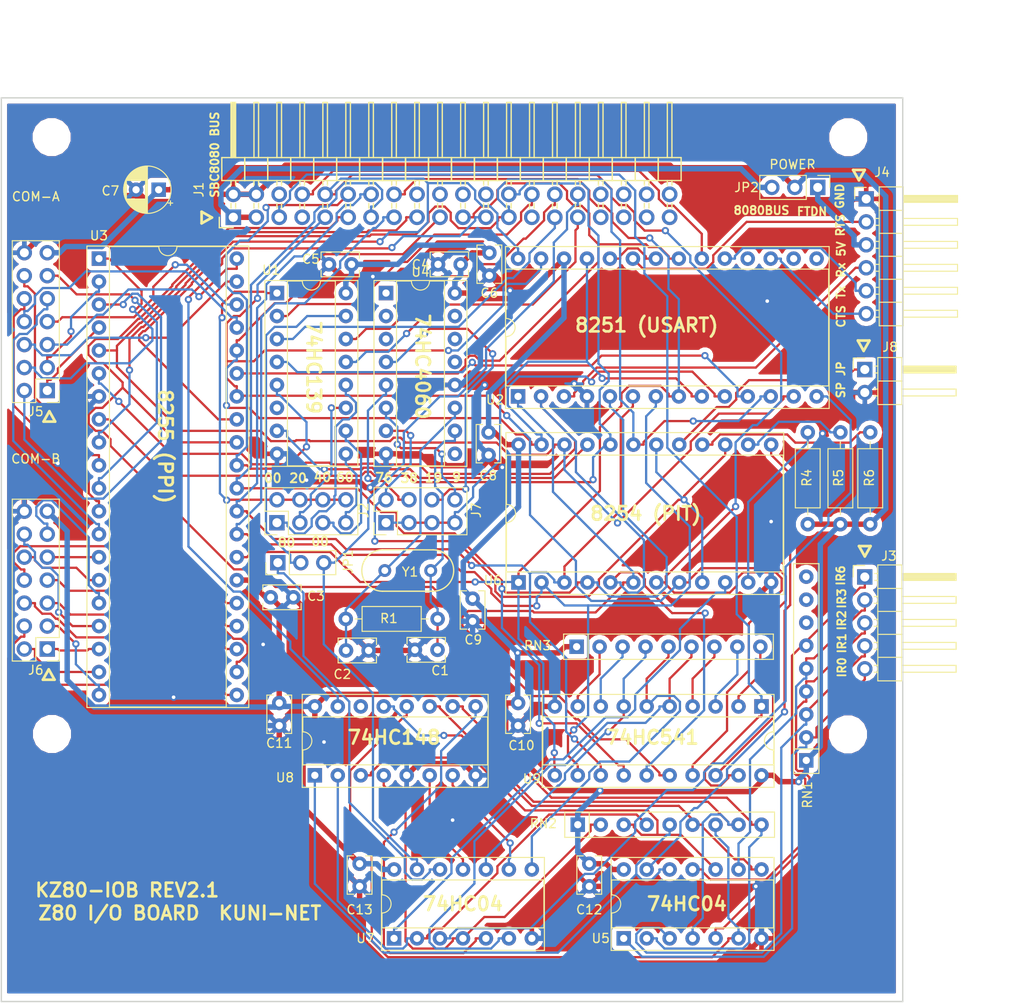
<source format=kicad_pcb>
(kicad_pcb (version 20171130) (host pcbnew "(5.0.0-3-g5ebb6b6)")
  (title_block (date "lun. 30 mars 2015"))
  (layers (0 F.Cu signal) (31 B.Cu signal) (34 B.Paste user) (35 F.Paste user) (36 B.SilkS user) (37 F.SilkS user) (38 B.Mask user) (39 F.Mask user) (44 Edge.Cuts user))
  (net 0 "")
  (net 1 GND)
  (net 2 VCC)
  (net 3 D0)
  (net 4 D1)
  (net 5 D2)
  (net 6 D3)
  (net 7 D4)
  (net 8 D5)
  (net 9 D6)
  (net 10 D7)
  (net 11 ~IOR)
  (net 12 ~IOW)
  (net 13 A0)
  (net 14 "Net-(C1-Pad1)")
  (net 15 "Net-(C2-Pad1)")
  (net 16 CLK)
  (net 17 RES)
  (net 18 INT)
  (net 19 A1)
  (net 20 A5)
  (net 21 A6)
  (net 22 A7)
  (net 23 "Net-(J2-Pad1)")
  (net 24 "Net-(J2-Pad3)")
  (net 25 "Net-(J2-Pad5)")
  (net 26 "Net-(J2-Pad7)")
  (net 27 "Net-(J4-Pad2)")
  (net 28 "Net-(J4-Pad4)")
  (net 29 "Net-(J4-Pad5)")
  (net 30 "Net-(J4-Pad6)")
  (net 31 PA0)
  (net 32 PA1)
  (net 33 PA2)
  (net 34 PA3)
  (net 35 PA4)
  (net 36 PA5)
  (net 37 PA6)
  (net 38 PA7)
  (net 39 PC0)
  (net 40 PC1)
  (net 41 PC2)
  (net 42 PC3)
  (net 43 PB0)
  (net 44 PB1)
  (net 45 PB2)
  (net 46 PB3)
  (net 47 PB4)
  (net 48 PB5)
  (net 49 PB6)
  (net 50 PB7)
  (net 51 PC4)
  (net 52 PC5)
  (net 53 PC6)
  (net 54 PC7)
  (net 55 "Net-(U2-Pad22)")
  (net 56 A3)
  (net 57 A4)
  (net 58 "Net-(R6-Pad2)")
  (net 59 "Net-(R5-Pad2)")
  (net 60 "Net-(R4-Pad2)")
  (net 61 "Net-(JP1-Pad1)")
  (net 62 ~INTA)
  (net 63 "Net-(J1-Pad6)")
  (net 64 "Net-(J1-Pad7)")
  (net 65 "Net-(J1-Pad18)")
  (net 66 "Net-(J1-Pad20)")
  (net 67 "Net-(J1-Pad22)")
  (net 68 "Net-(J1-Pad24)")
  (net 69 "Net-(J1-Pad33)")
  (net 70 "Net-(J1-Pad34)")
  (net 71 "Net-(J1-Pad35)")
  (net 72 "Net-(J1-Pad36)")
  (net 73 "Net-(J1-Pad37)")
  (net 74 "Net-(J1-Pad38)")
  (net 75 "Net-(J1-Pad39)")
  (net 76 "Net-(J1-Pad40)")
  (net 77 8255-CS)
  (net 78 /IR0)
  (net 79 /IR1)
  (net 80 /IR2)
  (net 81 8254-2)
  (net 82 8254-1)
  (net 83 /IR6)
  (net 84 8251-A)
  (net 85 "Net-(J7-Pad1)")
  (net 86 8251A-CS)
  (net 87 "Net-(U2-Pad18)")
  (net 88 "Net-(U2-Pad16)")
  (net 89 "Net-(U2-Pad15)")
  (net 90 "Net-(J7-Pad2)")
  (net 91 8254-CS)
  (net 92 "Net-(J2-Pad2)")
  (net 93 "Net-(JP1-Pad2)")
  (net 94 "Net-(U4-Pad1)")
  (net 95 "Net-(U4-Pad9)")
  (net 96 "Net-(U4-Pad2)")
  (net 97 "Net-(U4-Pad3)")
  (net 98 "Net-(J7-Pad6)")
  (net 99 "Net-(J7-Pad4)")
  (net 100 "Net-(U4-Pad13)")
  (net 101 "Net-(J7-Pad8)")
  (net 102 "Net-(U4-Pad14)")
  (net 103 "Net-(U4-Pad15)")
  (net 104 "Net-(J4-Pad3)")
  (net 105 "Net-(J1-Pad27)")
  (net 106 SBC5V)
  (net 107 /IR3)
  (net 108 "Net-(J8-Pad1)")
  (net 109 "Net-(RN3-Pad2)")
  (net 110 "Net-(RN3-Pad3)")
  (net 111 "Net-(RN3-Pad4)")
  (net 112 "Net-(RN3-Pad5)")
  (net 113 "Net-(RN3-Pad6)")
  (net 114 "Net-(RN3-Pad7)")
  (net 115 "Net-(RN3-Pad8)")
  (net 116 "Net-(RN3-Pad9)")
  (net 117 "Net-(RN2-Pad9)")
  (net 118 "Net-(RN2-Pad8)")
  (net 119 "Net-(RN2-Pad7)")
  (net 120 "Net-(RN2-Pad6)")
  (net 121 "Net-(RN2-Pad5)")
  (net 122 "Net-(RN2-Pad4)")
  (net 123 "Net-(RN2-Pad3)")
  (net 124 "Net-(RN2-Pad2)")
  (net 125 "Net-(RN1-Pad7)")
  (net 126 "Net-(RN1-Pad8)")
  (net 127 "Net-(RN1-Pad9)")
  (net 128 "Net-(U7-Pad5)")
  (net 129 "Net-(U7-Pad11)")
  (net 130 "Net-(U8-Pad14)")
  (net 131 "Net-(U7-Pad9)")
  (net 132 "Net-(U1-Pad6)")
  (module Capacitor_THT:C_Rect_L4.0mm_W2.5mm_P2.50mm (layer F.Cu) (at 136.779 102.87 270)
    (fp_text reference C10 (at 4.699 -0.381) (layer F.SilkS))
    (fp_text value 0.1u)
    (pad 2 thru_hole circle (at 2.5 0 270) (size 1.6 1.6) (drill 0.8) (layers *.Cu *.Mask) (net 1 GND))
    (pad 1 thru_hole circle (at 0 0 270) (size 1.6 1.6) (drill 0.8) (layers *.Cu *.Mask) (net 2 VCC))
  )
  (module Capacitor_THT:C_Rect_L4.0mm_W2.5mm_P2.50mm (layer F.Cu) (at 110.363 102.87 270)
    (fp_text reference C11 (at 4.445 0) (layer F.SilkS))
    (fp_text value 0.1u)
    (pad 1 thru_hole circle (at 0 0 270) (size 1.6 1.6) (drill 0.8) (layers *.Cu *.Mask) (net 2 VCC))
    (pad 2 thru_hole circle (at 2.5 0 270) (size 1.6 1.6) (drill 0.8) (layers *.Cu *.Mask) (net 1 GND))
  )
  (module Capacitor_THT:C_Rect_L4.0mm_W2.5mm_P2.50mm (layer F.Cu) (at 144.653 120.65 270)
    (fp_text reference C12 (at 5.08 0) (layer F.SilkS))
    (fp_text value 0.1u)
    (pad 2 thru_hole circle (at 2.5 0 270) (size 1.6 1.6) (drill 0.8) (layers *.Cu *.Mask) (net 1 GND))
    (pad 1 thru_hole circle (at 0 0 270) (size 1.6 1.6) (drill 0.8) (layers *.Cu *.Mask) (net 2 VCC))
  )
  (module Capacitor_THT:C_Rect_L4.0mm_W2.5mm_P2.50mm (layer F.Cu) (at 119.253 120.65 270)
    (fp_text reference C13 (at 5.08 0) (layer F.SilkS))
    (fp_text value 0.1u)
    (pad 1 thru_hole circle (at 0 0 270) (size 1.6 1.6) (drill 0.8) (layers *.Cu *.Mask) (net 2 VCC))
    (pad 2 thru_hole circle (at 2.5 0 270) (size 1.6 1.6) (drill 0.8) (layers *.Cu *.Mask) (net 1 GND))
  )
  (module Package_DIP:DIP-14_W7.62mm_Socket (layer F.Cu) (at 148.463 128.905 90)
    (fp_text reference U5 (at 0 -2.54 180) (layer F.SilkS))
    (fp_text value 74HC04)
    (pad 14 thru_hole oval (at 7.62 0 90) (size 1.6 1.6) (drill 0.8) (layers *.Cu *.Mask) (net 2 VCC))
    (pad 7 thru_hole oval (at 0 15.24 90) (size 1.6 1.6) (drill 0.8) (layers *.Cu *.Mask) (net 1 GND))
    (pad 13 thru_hole oval (at 7.62 2.54 90) (size 1.6 1.6) (drill 0.8) (layers *.Cu *.Mask) (net 81 8254-2))
    (pad 6 thru_hole oval (at 0 12.7 90) (size 1.6 1.6) (drill 0.8) (layers *.Cu *.Mask) (net 119 "Net-(RN2-Pad7)"))
    (pad 12 thru_hole oval (at 7.62 5.08 90) (size 1.6 1.6) (drill 0.8) (layers *.Cu *.Mask) (net 121 "Net-(RN2-Pad5)"))
    (pad 5 thru_hole oval (at 0 10.16 90) (size 1.6 1.6) (drill 0.8) (layers *.Cu *.Mask) (net 80 /IR2))
    (pad 11 thru_hole oval (at 7.62 7.62 90) (size 1.6 1.6) (drill 0.8) (layers *.Cu *.Mask) (net 83 /IR6))
    (pad 4 thru_hole oval (at 0 7.62 90) (size 1.6 1.6) (drill 0.8) (layers *.Cu *.Mask) (net 118 "Net-(RN2-Pad8)"))
    (pad 10 thru_hole oval (at 7.62 10.16 90) (size 1.6 1.6) (drill 0.8) (layers *.Cu *.Mask) (net 123 "Net-(RN2-Pad3)"))
    (pad 3 thru_hole oval (at 0 5.08 90) (size 1.6 1.6) (drill 0.8) (layers *.Cu *.Mask) (net 79 /IR1))
    (pad 9 thru_hole oval (at 7.62 12.7 90) (size 1.6 1.6) (drill 0.8) (layers *.Cu *.Mask) (net 107 /IR3))
    (pad 2 thru_hole oval (at 0 2.54 90) (size 1.6 1.6) (drill 0.8) (layers *.Cu *.Mask) (net 117 "Net-(RN2-Pad9)"))
    (pad 8 thru_hole oval (at 7.62 15.24 90) (size 1.6 1.6) (drill 0.8) (layers *.Cu *.Mask) (net 120 "Net-(RN2-Pad6)"))
    (pad 1 thru_hole rect (at 0 0 90) (size 1.6 1.6) (drill 0.8) (layers *.Cu *.Mask) (net 78 /IR0))
  )
  (module Package_DIP:DIP-14_W7.62mm_Socket (layer F.Cu) (at 123.063 128.905 90)
    (fp_text reference U7 (at 0 -3.175 180) (layer F.SilkS))
    (fp_text value 74HC04)
    (pad 1 thru_hole rect (at 0 0 90) (size 1.6 1.6) (drill 0.8) (layers *.Cu *.Mask) (net 82 8254-1))
    (pad 8 thru_hole oval (at 7.62 15.24 90) (size 1.6 1.6) (drill 0.8) (layers *.Cu *.Mask) (net 112 "Net-(RN3-Pad5)"))
    (pad 2 thru_hole oval (at 0 2.54 90) (size 1.6 1.6) (drill 0.8) (layers *.Cu *.Mask) (net 122 "Net-(RN2-Pad4)"))
    (pad 9 thru_hole oval (at 7.62 12.7 90) (size 1.6 1.6) (drill 0.8) (layers *.Cu *.Mask) (net 131 "Net-(U7-Pad9)"))
    (pad 3 thru_hole oval (at 0 5.08 90) (size 1.6 1.6) (drill 0.8) (layers *.Cu *.Mask) (net 84 8251-A))
    (pad 10 thru_hole oval (at 7.62 10.16 90) (size 1.6 1.6) (drill 0.8) (layers *.Cu *.Mask) (net 111 "Net-(RN3-Pad4)"))
    (pad 4 thru_hole oval (at 0 7.62 90) (size 1.6 1.6) (drill 0.8) (layers *.Cu *.Mask) (net 124 "Net-(RN2-Pad2)"))
    (pad 11 thru_hole oval (at 7.62 7.62 90) (size 1.6 1.6) (drill 0.8) (layers *.Cu *.Mask) (net 129 "Net-(U7-Pad11)"))
    (pad 5 thru_hole oval (at 0 10.16 90) (size 1.6 1.6) (drill 0.8) (layers *.Cu *.Mask) (net 128 "Net-(U7-Pad5)"))
    (pad 12 thru_hole oval (at 7.62 5.08 90) (size 1.6 1.6) (drill 0.8) (layers *.Cu *.Mask) (net 61 "Net-(JP1-Pad1)"))
    (pad 6 thru_hole oval (at 0 12.7 90) (size 1.6 1.6) (drill 0.8) (layers *.Cu *.Mask) (net 113 "Net-(RN3-Pad6)"))
    (pad 13 thru_hole oval (at 7.62 2.54 90) (size 1.6 1.6) (drill 0.8) (layers *.Cu *.Mask) (net 22 A7))
    (pad 7 thru_hole oval (at 0 15.24 90) (size 1.6 1.6) (drill 0.8) (layers *.Cu *.Mask) (net 1 GND))
    (pad 14 thru_hole oval (at 7.62 0 90) (size 1.6 1.6) (drill 0.8) (layers *.Cu *.Mask) (net 2 VCC))
  )
  (module Package_DIP:DIP-16_W7.62mm_Socket (layer F.Cu) (at 122.174 57.531)
    (fp_text reference U4 (at 3.81 -2.33) (layer F.SilkS))
    (fp_text value 74HC4060)
    (pad 16 thru_hole oval (at 7.62 0) (size 1.6 1.6) (drill 0.8) (layers *.Cu *.Mask) (net 2 VCC))
    (pad 8 thru_hole oval (at 0 17.78) (size 1.6 1.6) (drill 0.8) (layers *.Cu *.Mask) (net 1 GND))
    (pad 15 thru_hole oval (at 7.62 2.54) (size 1.6 1.6) (drill 0.8) (layers *.Cu *.Mask) (net 103 "Net-(U4-Pad15)"))
    (pad 7 thru_hole oval (at 0 15.24) (size 1.6 1.6) (drill 0.8) (layers *.Cu *.Mask) (net 90 "Net-(J7-Pad2)"))
    (pad 14 thru_hole oval (at 7.62 5.08) (size 1.6 1.6) (drill 0.8) (layers *.Cu *.Mask) (net 102 "Net-(U4-Pad14)"))
    (pad 6 thru_hole oval (at 0 12.7) (size 1.6 1.6) (drill 0.8) (layers *.Cu *.Mask) (net 101 "Net-(J7-Pad8)"))
    (pad 13 thru_hole oval (at 7.62 7.62) (size 1.6 1.6) (drill 0.8) (layers *.Cu *.Mask) (net 100 "Net-(U4-Pad13)"))
    (pad 5 thru_hole oval (at 0 10.16) (size 1.6 1.6) (drill 0.8) (layers *.Cu *.Mask) (net 99 "Net-(J7-Pad4)"))
    (pad 12 thru_hole oval (at 7.62 10.16) (size 1.6 1.6) (drill 0.8) (layers *.Cu *.Mask) (net 1 GND))
    (pad 4 thru_hole oval (at 0 7.62) (size 1.6 1.6) (drill 0.8) (layers *.Cu *.Mask) (net 98 "Net-(J7-Pad6)"))
    (pad 11 thru_hole oval (at 7.62 12.7) (size 1.6 1.6) (drill 0.8) (layers *.Cu *.Mask) (net 15 "Net-(C2-Pad1)"))
    (pad 3 thru_hole oval (at 0 5.08) (size 1.6 1.6) (drill 0.8) (layers *.Cu *.Mask) (net 97 "Net-(U4-Pad3)"))
    (pad 10 thru_hole oval (at 7.62 15.24) (size 1.6 1.6) (drill 0.8) (layers *.Cu *.Mask) (net 14 "Net-(C1-Pad1)"))
    (pad 2 thru_hole oval (at 0 2.54) (size 1.6 1.6) (drill 0.8) (layers *.Cu *.Mask) (net 96 "Net-(U4-Pad2)"))
    (pad 9 thru_hole oval (at 7.62 17.78) (size 1.6 1.6) (drill 0.8) (layers *.Cu *.Mask) (net 95 "Net-(U4-Pad9)"))
    (pad 1 thru_hole rect (at 0 0) (size 1.6 1.6) (drill 0.8) (layers *.Cu *.Mask) (net 94 "Net-(U4-Pad1)"))
  )
  (module Package_DIP:DIP-16_W7.62mm_Socket (layer F.Cu) (at 114.3 110.871 90)
    (fp_text reference U8 (at -0.254 -3.302 180) (layer F.SilkS))
    (fp_text value 74HC148)
    (pad 1 thru_hole rect (at 0 0 90) (size 1.6 1.6) (drill 0.8) (layers *.Cu *.Mask) (net 121 "Net-(RN2-Pad5)"))
    (pad 9 thru_hole oval (at 7.62 17.78 90) (size 1.6 1.6) (drill 0.8) (layers *.Cu *.Mask) (net 128 "Net-(U7-Pad5)"))
    (pad 2 thru_hole oval (at 0 2.54 90) (size 1.6 1.6) (drill 0.8) (layers *.Cu *.Mask) (net 122 "Net-(RN2-Pad4)"))
    (pad 10 thru_hole oval (at 7.62 15.24 90) (size 1.6 1.6) (drill 0.8) (layers *.Cu *.Mask) (net 117 "Net-(RN2-Pad9)"))
    (pad 3 thru_hole oval (at 0 5.08 90) (size 1.6 1.6) (drill 0.8) (layers *.Cu *.Mask) (net 123 "Net-(RN2-Pad3)"))
    (pad 11 thru_hole oval (at 7.62 12.7 90) (size 1.6 1.6) (drill 0.8) (layers *.Cu *.Mask) (net 118 "Net-(RN2-Pad8)"))
    (pad 4 thru_hole oval (at 0 7.62 90) (size 1.6 1.6) (drill 0.8) (layers *.Cu *.Mask) (net 124 "Net-(RN2-Pad2)"))
    (pad 12 thru_hole oval (at 7.62 10.16 90) (size 1.6 1.6) (drill 0.8) (layers *.Cu *.Mask) (net 119 "Net-(RN2-Pad7)"))
    (pad 5 thru_hole oval (at 0 10.16 90) (size 1.6 1.6) (drill 0.8) (layers *.Cu *.Mask) (net 1 GND))
    (pad 13 thru_hole oval (at 7.62 7.62 90) (size 1.6 1.6) (drill 0.8) (layers *.Cu *.Mask) (net 120 "Net-(RN2-Pad6)"))
    (pad 6 thru_hole oval (at 0 12.7 90) (size 1.6 1.6) (drill 0.8) (layers *.Cu *.Mask) (net 129 "Net-(U7-Pad11)"))
    (pad 14 thru_hole oval (at 7.62 5.08 90) (size 1.6 1.6) (drill 0.8) (layers *.Cu *.Mask) (net 130 "Net-(U8-Pad14)"))
    (pad 7 thru_hole oval (at 0 15.24 90) (size 1.6 1.6) (drill 0.8) (layers *.Cu *.Mask) (net 131 "Net-(U7-Pad9)"))
    (pad 15 thru_hole oval (at 7.62 2.54 90) (size 1.6 1.6) (drill 0.8) (layers *.Cu *.Mask) (net 18 INT))
    (pad 8 thru_hole oval (at 0 17.78 90) (size 1.6 1.6) (drill 0.8) (layers *.Cu *.Mask) (net 1 GND))
    (pad 16 thru_hole oval (at 7.62 0 90) (size 1.6 1.6) (drill 0.8) (layers *.Cu *.Mask) (net 2 VCC))
  )
  (module Package_DIP:DIP-20_W7.62mm_Socket (layer F.Cu) (at 163.703 103.251 270)
    (fp_text reference U9 (at 8.001 25.4) (layer F.SilkS))
    (fp_text value 74HC541)
    (pad 1 thru_hole rect (at 0 0 270) (size 1.6 1.6) (drill 0.8) (layers *.Cu *.Mask) (net 62 ~INTA))
    (pad 11 thru_hole oval (at 7.62 22.86 270) (size 1.6 1.6) (drill 0.8) (layers *.Cu *.Mask) (net 10 D7))
    (pad 2 thru_hole oval (at 0 2.54 270) (size 1.6 1.6) (drill 0.8) (layers *.Cu *.Mask) (net 116 "Net-(RN3-Pad9)"))
    (pad 12 thru_hole oval (at 7.62 20.32 270) (size 1.6 1.6) (drill 0.8) (layers *.Cu *.Mask) (net 9 D6))
    (pad 3 thru_hole oval (at 0 5.08 270) (size 1.6 1.6) (drill 0.8) (layers *.Cu *.Mask) (net 115 "Net-(RN3-Pad8)"))
    (pad 13 thru_hole oval (at 7.62 17.78 270) (size 1.6 1.6) (drill 0.8) (layers *.Cu *.Mask) (net 8 D5))
    (pad 4 thru_hole oval (at 0 7.62 270) (size 1.6 1.6) (drill 0.8) (layers *.Cu *.Mask) (net 114 "Net-(RN3-Pad7)"))
    (pad 14 thru_hole oval (at 7.62 15.24 270) (size 1.6 1.6) (drill 0.8) (layers *.Cu *.Mask) (net 7 D4))
    (pad 5 thru_hole oval (at 0 10.16 270) (size 1.6 1.6) (drill 0.8) (layers *.Cu *.Mask) (net 113 "Net-(RN3-Pad6)"))
    (pad 15 thru_hole oval (at 7.62 12.7 270) (size 1.6 1.6) (drill 0.8) (layers *.Cu *.Mask) (net 6 D3))
    (pad 6 thru_hole oval (at 0 12.7 270) (size 1.6 1.6) (drill 0.8) (layers *.Cu *.Mask) (net 112 "Net-(RN3-Pad5)"))
    (pad 16 thru_hole oval (at 7.62 10.16 270) (size 1.6 1.6) (drill 0.8) (layers *.Cu *.Mask) (net 5 D2))
    (pad 7 thru_hole oval (at 0 15.24 270) (size 1.6 1.6) (drill 0.8) (layers *.Cu *.Mask) (net 111 "Net-(RN3-Pad4)"))
    (pad 17 thru_hole oval (at 7.62 7.62 270) (size 1.6 1.6) (drill 0.8) (layers *.Cu *.Mask) (net 4 D1))
    (pad 8 thru_hole oval (at 0 17.78 270) (size 1.6 1.6) (drill 0.8) (layers *.Cu *.Mask) (net 110 "Net-(RN3-Pad3)"))
    (pad 18 thru_hole oval (at 7.62 5.08 270) (size 1.6 1.6) (drill 0.8) (layers *.Cu *.Mask) (net 3 D0))
    (pad 9 thru_hole oval (at 0 20.32 270) (size 1.6 1.6) (drill 0.8) (layers *.Cu *.Mask) (net 109 "Net-(RN3-Pad2)"))
    (pad 19 thru_hole oval (at 7.62 2.54 270) (size 1.6 1.6) (drill 0.8) (layers *.Cu *.Mask) (net 62 ~INTA))
    (pad 10 thru_hole oval (at 0 22.86 270) (size 1.6 1.6) (drill 0.8) (layers *.Cu *.Mask) (net 1 GND))
    (pad 20 thru_hole oval (at 7.62 0 270) (size 1.6 1.6) (drill 0.8) (layers *.Cu *.Mask) (net 2 VCC))
  )
  (module Resistor_THT:R_Array_SIP9 (layer F.Cu) (at 168.656 109.22 90)
    (fp_text reference RN1 (at -3.81 0.127 90) (layer F.SilkS))
    (fp_text value 10k)
    (pad 1 thru_hole rect (at 0 0 90) (size 1.6 1.6) (drill 0.8) (layers *.Cu *.Mask) (net 2 VCC))
    (pad 2 thru_hole oval (at 2.54 0 90) (size 1.6 1.6) (drill 0.8) (layers *.Cu *.Mask) (net 78 /IR0))
    (pad 3 thru_hole oval (at 5.08 0 90) (size 1.6 1.6) (drill 0.8) (layers *.Cu *.Mask) (net 79 /IR1))
    (pad 4 thru_hole oval (at 7.62 0 90) (size 1.6 1.6) (drill 0.8) (layers *.Cu *.Mask) (net 80 /IR2))
    (pad 5 thru_hole oval (at 10.16 0 90) (size 1.6 1.6) (drill 0.8) (layers *.Cu *.Mask) (net 107 /IR3))
    (pad 6 thru_hole oval (at 12.7 0 90) (size 1.6 1.6) (drill 0.8) (layers *.Cu *.Mask) (net 83 /IR6))
    (pad 7 thru_hole oval (at 15.24 0 90) (size 1.6 1.6) (drill 0.8) (layers *.Cu *.Mask) (net 125 "Net-(RN1-Pad7)"))
    (pad 8 thru_hole oval (at 17.78 0 90) (size 1.6 1.6) (drill 0.8) (layers *.Cu *.Mask) (net 126 "Net-(RN1-Pad8)"))
    (pad 9 thru_hole oval (at 20.32 0 90) (size 1.6 1.6) (drill 0.8) (layers *.Cu *.Mask) (net 127 "Net-(RN1-Pad9)"))
  )
  (module Resistor_THT:R_Array_SIP9 (layer F.Cu) (at 143.383 116.332)
    (fp_text reference RN2 (at -3.81 -0.127) (layer F.SilkS))
    (fp_text value 10k)
    (pad 9 thru_hole oval (at 20.32 0) (size 1.6 1.6) (drill 0.8) (layers *.Cu *.Mask) (net 117 "Net-(RN2-Pad9)"))
    (pad 8 thru_hole oval (at 17.78 0) (size 1.6 1.6) (drill 0.8) (layers *.Cu *.Mask) (net 118 "Net-(RN2-Pad8)"))
    (pad 7 thru_hole oval (at 15.24 0) (size 1.6 1.6) (drill 0.8) (layers *.Cu *.Mask) (net 119 "Net-(RN2-Pad7)"))
    (pad 6 thru_hole oval (at 12.7 0) (size 1.6 1.6) (drill 0.8) (layers *.Cu *.Mask) (net 120 "Net-(RN2-Pad6)"))
    (pad 5 thru_hole oval (at 10.16 0) (size 1.6 1.6) (drill 0.8) (layers *.Cu *.Mask) (net 121 "Net-(RN2-Pad5)"))
    (pad 4 thru_hole oval (at 7.62 0) (size 1.6 1.6) (drill 0.8) (layers *.Cu *.Mask) (net 122 "Net-(RN2-Pad4)"))
    (pad 3 thru_hole oval (at 5.08 0) (size 1.6 1.6) (drill 0.8) (layers *.Cu *.Mask) (net 123 "Net-(RN2-Pad3)"))
    (pad 2 thru_hole oval (at 2.54 0) (size 1.6 1.6) (drill 0.8) (layers *.Cu *.Mask) (net 124 "Net-(RN2-Pad2)"))
    (pad 1 thru_hole rect (at 0 0) (size 1.6 1.6) (drill 0.8) (layers *.Cu *.Mask) (net 2 VCC))
  )
  (module Resistor_THT:R_Array_SIP9 (layer F.Cu) (at 143.256 96.647)
    (fp_text reference RN3 (at -4.318 -0.127) (layer F.SilkS))
    (fp_text value 10k)
    (pad 1 thru_hole rect (at 0 0) (size 1.6 1.6) (drill 0.8) (layers *.Cu *.Mask) (net 2 VCC))
    (pad 2 thru_hole oval (at 2.54 0) (size 1.6 1.6) (drill 0.8) (layers *.Cu *.Mask) (net 109 "Net-(RN3-Pad2)"))
    (pad 3 thru_hole oval (at 5.08 0) (size 1.6 1.6) (drill 0.8) (layers *.Cu *.Mask) (net 110 "Net-(RN3-Pad3)"))
    (pad 4 thru_hole oval (at 7.62 0) (size 1.6 1.6) (drill 0.8) (layers *.Cu *.Mask) (net 111 "Net-(RN3-Pad4)"))
    (pad 5 thru_hole oval (at 10.16 0) (size 1.6 1.6) (drill 0.8) (layers *.Cu *.Mask) (net 112 "Net-(RN3-Pad5)"))
    (pad 6 thru_hole oval (at 12.7 0) (size 1.6 1.6) (drill 0.8) (layers *.Cu *.Mask) (net 113 "Net-(RN3-Pad6)"))
    (pad 7 thru_hole oval (at 15.24 0) (size 1.6 1.6) (drill 0.8) (layers *.Cu *.Mask) (net 114 "Net-(RN3-Pad7)"))
    (pad 8 thru_hole oval (at 17.78 0) (size 1.6 1.6) (drill 0.8) (layers *.Cu *.Mask) (net 115 "Net-(RN3-Pad8)"))
    (pad 9 thru_hole oval (at 20.32 0) (size 1.6 1.6) (drill 0.8) (layers *.Cu *.Mask) (net 116 "Net-(RN3-Pad9)"))
  )
  (module Connector_PinHeader_2.54mm:PinHeader_1x02_P2.54mm_Horizontal (layer F.Cu) (at 175.129 65.991)
    (fp_text reference J8 (at 2.798 -2.491) (layer F.SilkS))
    (fp_text value "SP JP")
    (pad 1 thru_hole rect (at 0 0) (size 1.7 1.7) (drill 1) (layers *.Cu *.Mask) (net 108 "Net-(J8-Pad1)"))
    (pad 2 thru_hole oval (at 0 2.54) (size 1.7 1.7) (drill 1) (layers *.Cu *.Mask) (net 1 GND))
  )
  (module Connector_PinHeader_2.54mm:PinHeader_1x05_P2.54mm_Horizontal (layer F.Cu) (at 175.129 88.931)
    (fp_text reference J3 (at 2.671 -2.317) (layer F.SilkS))
    (fp_text value "IR JP")
    (pad 1 thru_hole rect (at 0 0) (size 1.7 1.7) (drill 1) (layers *.Cu *.Mask) (net 83 /IR6))
    (pad 2 thru_hole oval (at 0 2.54) (size 1.7 1.7) (drill 1) (layers *.Cu *.Mask) (net 107 /IR3))
    (pad 3 thru_hole oval (at 0 5.08) (size 1.7 1.7) (drill 1) (layers *.Cu *.Mask) (net 80 /IR2))
    (pad 4 thru_hole oval (at 0 7.62) (size 1.7 1.7) (drill 1) (layers *.Cu *.Mask) (net 79 /IR1))
    (pad 5 thru_hole oval (at 0 10.16) (size 1.7 1.7) (drill 1) (layers *.Cu *.Mask) (net 78 /IR0))
  )
  (module Connector_PinHeader_2.54mm:PinHeader_2x07_P2.54mm_Vertical (layer F.Cu) (at 84.709 68.311 180)
    (fp_text reference J5 (at 1.27 -2.33 180) (layer F.SilkS))
    (fp_text value CON-A)
    (pad 14 thru_hole oval (at 2.54 15.24 180) (size 1.7 1.7) (drill 1) (layers *.Cu *.Mask) (net 1 GND))
    (pad 13 thru_hole oval (at 0 15.24 180) (size 1.7 1.7) (drill 1) (layers *.Cu *.Mask) (net 2 VCC))
    (pad 12 thru_hole oval (at 2.54 12.7 180) (size 1.7 1.7) (drill 1) (layers *.Cu *.Mask) (net 54 PC7))
    (pad 11 thru_hole oval (at 0 12.7 180) (size 1.7 1.7) (drill 1) (layers *.Cu *.Mask) (net 53 PC6))
    (pad 10 thru_hole oval (at 2.54 10.16 180) (size 1.7 1.7) (drill 1) (layers *.Cu *.Mask) (net 52 PC5))
    (pad 9 thru_hole oval (at 0 10.16 180) (size 1.7 1.7) (drill 1) (layers *.Cu *.Mask) (net 51 PC4))
    (pad 8 thru_hole oval (at 2.54 7.62 180) (size 1.7 1.7) (drill 1) (layers *.Cu *.Mask) (net 38 PA7))
    (pad 7 thru_hole oval (at 0 7.62 180) (size 1.7 1.7) (drill 1) (layers *.Cu *.Mask) (net 37 PA6))
    (pad 6 thru_hole oval (at 2.54 5.08 180) (size 1.7 1.7) (drill 1) (layers *.Cu *.Mask) (net 36 PA5))
    (pad 5 thru_hole oval (at 0 5.08 180) (size 1.7 1.7) (drill 1) (layers *.Cu *.Mask) (net 35 PA4))
    (pad 4 thru_hole oval (at 2.54 2.54 180) (size 1.7 1.7) (drill 1) (layers *.Cu *.Mask) (net 34 PA3))
    (pad 3 thru_hole oval (at 0 2.54 180) (size 1.7 1.7) (drill 1) (layers *.Cu *.Mask) (net 33 PA2))
    (pad 2 thru_hole oval (at 2.54 0 180) (size 1.7 1.7) (drill 1) (layers *.Cu *.Mask) (net 32 PA1))
    (pad 1 thru_hole rect (at 0 0 180) (size 1.7 1.7) (drill 1) (layers *.Cu *.Mask) (net 31 PA0))
  )
  (module Connector_PinHeader_2.54mm:PinHeader_2x07_P2.54mm_Vertical (layer F.Cu) (at 84.709 96.901 180)
    (fp_text reference J6 (at 1.27 -2.33 180) (layer F.SilkS))
    (fp_text value CON-B)
    (pad 1 thru_hole rect (at 0 0 180) (size 1.7 1.7) (drill 1) (layers *.Cu *.Mask) (net 43 PB0))
    (pad 2 thru_hole oval (at 2.54 0 180) (size 1.7 1.7) (drill 1) (layers *.Cu *.Mask) (net 44 PB1))
    (pad 3 thru_hole oval (at 0 2.54 180) (size 1.7 1.7) (drill 1) (layers *.Cu *.Mask) (net 45 PB2))
    (pad 4 thru_hole oval (at 2.54 2.54 180) (size 1.7 1.7) (drill 1) (layers *.Cu *.Mask) (net 46 PB3))
    (pad 5 thru_hole oval (at 0 5.08 180) (size 1.7 1.7) (drill 1) (layers *.Cu *.Mask) (net 47 PB4))
    (pad 6 thru_hole oval (at 2.54 5.08 180) (size 1.7 1.7) (drill 1) (layers *.Cu *.Mask) (net 48 PB5))
    (pad 7 thru_hole oval (at 0 7.62 180) (size 1.7 1.7) (drill 1) (layers *.Cu *.Mask) (net 49 PB6))
    (pad 8 thru_hole oval (at 2.54 7.62 180) (size 1.7 1.7) (drill 1) (layers *.Cu *.Mask) (net 50 PB7))
    (pad 9 thru_hole oval (at 0 10.16 180) (size 1.7 1.7) (drill 1) (layers *.Cu *.Mask) (net 39 PC0))
    (pad 10 thru_hole oval (at 2.54 10.16 180) (size 1.7 1.7) (drill 1) (layers *.Cu *.Mask) (net 40 PC1))
    (pad 11 thru_hole oval (at 0 12.7 180) (size 1.7 1.7) (drill 1) (layers *.Cu *.Mask) (net 41 PC2))
    (pad 12 thru_hole oval (at 2.54 12.7 180) (size 1.7 1.7) (drill 1) (layers *.Cu *.Mask) (net 42 PC3))
    (pad 13 thru_hole oval (at 0 15.24 180) (size 1.7 1.7) (drill 1) (layers *.Cu *.Mask) (net 2 VCC))
    (pad 14 thru_hole oval (at 2.54 15.24 180) (size 1.7 1.7) (drill 1) (layers *.Cu *.Mask) (net 1 GND))
  )
  (module MountingHole:MountingHole_3.2mm_M3 (layer F.Cu) (at 173.299 40.291)
    (fp_text reference MH2 hide)
    (fp_text value MountingHole)
    (pad 1 np_thru_hole circle (at 0 0) (size 3.2 3.2) (drill 3.2) (layers *.Cu *.Mask))
  )
  (module MountingHole:MountingHole_3.2mm_M3 (layer F.Cu) (at 85.229 106.301)
    (fp_text reference MH3 hide)
    (fp_text value MountingHole)
    (pad 1 np_thru_hole circle (at 0 0) (size 3.2 3.2) (drill 3.2) (layers *.Cu *.Mask))
  )
  (module MountingHole:MountingHole_3.2mm_M3 (layer F.Cu) (at 173.269 106.341)
    (fp_text reference MH4 hide)
    (fp_text value MountingHole)
    (pad 1 np_thru_hole circle (at 0 0) (size 3.2 3.2) (drill 3.2) (layers *.Cu *.Mask))
  )
  (module MountingHole:MountingHole_3.2mm_M3 (layer F.Cu) (at 85.1916 40.2844)
    (fp_text reference MH1 hide)
    (fp_text value MountingHole)
    (pad 1 np_thru_hole circle (at 0 0) (size 3.2 3.2) (drill 3.2) (layers *.Cu *.Mask))
  )
  (module Connector_PinHeader_2.54mm:PinHeader_1x03_P2.54mm_Vertical (layer F.Cu) (at 110.211 87.351 90)
    (fp_text reference JP1 (at 0.1016 7.7724 90) (layer F.SilkS))
    (fp_text value A7_JP)
    (pad 3 thru_hole oval (at 0 5.08 90) (size 1.7 1.7) (drill 1) (layers *.Cu *.Mask) (net 22 A7))
    (pad 2 thru_hole oval (at 0 2.54 90) (size 1.7 1.7) (drill 1) (layers *.Cu *.Mask) (net 93 "Net-(JP1-Pad2)"))
    (pad 1 thru_hole rect (at 0 0 90) (size 1.7 1.7) (drill 1) (layers *.Cu *.Mask) (net 61 "Net-(JP1-Pad1)"))
  )
  (module Connector_PinHeader_2.54mm:PinHeader_1x03_P2.54mm_Vertical (layer F.Cu) (at 169.926 45.847 270)
    (fp_text reference JP2 (at 0 7.874) (layer F.SilkS))
    (fp_text value VCC_JP)
    (pad 1 thru_hole rect (at 0 0 270) (size 1.7 1.7) (drill 1) (layers *.Cu *.Mask) (net 104 "Net-(J4-Pad3)"))
    (pad 2 thru_hole oval (at 0 2.54 270) (size 1.7 1.7) (drill 1) (layers *.Cu *.Mask) (net 2 VCC))
    (pad 3 thru_hole oval (at 0 5.08 270) (size 1.7 1.7) (drill 1) (layers *.Cu *.Mask) (net 106 SBC5V))
  )
  (module Package_DIP:DIP-40_W15.24mm_Socket (layer F.Cu) (at 90.424 53.721)
    (fp_text reference U3 (at 0 -2.54) (layer F.SilkS))
    (fp_text value 8255)
    (pad 1 thru_hole rect (at 0 0) (size 1.6 1.6) (drill 0.8) (layers *.Cu *.Mask) (net 34 PA3))
    (pad 21 thru_hole oval (at 15.24 48.26) (size 1.6 1.6) (drill 0.8) (layers *.Cu *.Mask) (net 46 PB3))
    (pad 2 thru_hole oval (at 0 2.54) (size 1.6 1.6) (drill 0.8) (layers *.Cu *.Mask) (net 33 PA2))
    (pad 22 thru_hole oval (at 15.24 45.72) (size 1.6 1.6) (drill 0.8) (layers *.Cu *.Mask) (net 47 PB4))
    (pad 3 thru_hole oval (at 0 5.08) (size 1.6 1.6) (drill 0.8) (layers *.Cu *.Mask) (net 32 PA1))
    (pad 23 thru_hole oval (at 15.24 43.18) (size 1.6 1.6) (drill 0.8) (layers *.Cu *.Mask) (net 48 PB5))
    (pad 4 thru_hole oval (at 0 7.62) (size 1.6 1.6) (drill 0.8) (layers *.Cu *.Mask) (net 31 PA0))
    (pad 24 thru_hole oval (at 15.24 40.64) (size 1.6 1.6) (drill 0.8) (layers *.Cu *.Mask) (net 49 PB6))
    (pad 5 thru_hole oval (at 0 10.16) (size 1.6 1.6) (drill 0.8) (layers *.Cu *.Mask) (net 11 ~IOR))
    (pad 25 thru_hole oval (at 15.24 38.1) (size 1.6 1.6) (drill 0.8) (layers *.Cu *.Mask) (net 50 PB7))
    (pad 6 thru_hole oval (at 0 12.7) (size 1.6 1.6) (drill 0.8) (layers *.Cu *.Mask) (net 77 8255-CS))
    (pad 26 thru_hole oval (at 15.24 35.56) (size 1.6 1.6) (drill 0.8) (layers *.Cu *.Mask) (net 2 VCC))
    (pad 7 thru_hole oval (at 0 15.24) (size 1.6 1.6) (drill 0.8) (layers *.Cu *.Mask) (net 1 GND))
    (pad 27 thru_hole oval (at 15.24 33.02) (size 1.6 1.6) (drill 0.8) (layers *.Cu *.Mask) (net 10 D7))
    (pad 8 thru_hole oval (at 0 17.78) (size 1.6 1.6) (drill 0.8) (layers *.Cu *.Mask) (net 19 A1))
    (pad 28 thru_hole oval (at 15.24 30.48) (size 1.6 1.6) (drill 0.8) (layers *.Cu *.Mask) (net 9 D6))
    (pad 9 thru_hole oval (at 0 20.32) (size 1.6 1.6) (drill 0.8) (layers *.Cu *.Mask) (net 13 A0))
    (pad 29 thru_hole oval (at 15.24 27.94) (size 1.6 1.6) (drill 0.8) (layers *.Cu *.Mask) (net 8 D5))
    (pad 10 thru_hole oval (at 0 22.86) (size 1.6 1.6) (drill 0.8) (layers *.Cu *.Mask) (net 54 PC7))
    (pad 30 thru_hole oval (at 15.24 25.4) (size 1.6 1.6) (drill 0.8) (layers *.Cu *.Mask) (net 7 D4))
    (pad 11 thru_hole oval (at 0 25.4) (size 1.6 1.6) (drill 0.8) (layers *.Cu *.Mask) (net 53 PC6))
    (pad 31 thru_hole oval (at 15.24 22.86) (size 1.6 1.6) (drill 0.8) (layers *.Cu *.Mask) (net 6 D3))
    (pad 12 thru_hole oval (at 0 27.94) (size 1.6 1.6) (drill 0.8) (layers *.Cu *.Mask) (net 52 PC5))
    (pad 32 thru_hole oval (at 15.24 20.32) (size 1.6 1.6) (drill 0.8) (layers *.Cu *.Mask) (net 5 D2))
    (pad 13 thru_hole oval (at 0 30.48) (size 1.6 1.6) (drill 0.8) (layers *.Cu *.Mask) (net 51 PC4))
    (pad 33 thru_hole oval (at 15.24 17.78) (size 1.6 1.6) (drill 0.8) (layers *.Cu *.Mask) (net 4 D1))
    (pad 14 thru_hole oval (at 0 33.02) (size 1.6 1.6) (drill 0.8) (layers *.Cu *.Mask) (net 39 PC0))
    (pad 34 thru_hole oval (at 15.24 15.24) (size 1.6 1.6) (drill 0.8) (layers *.Cu *.Mask) (net 3 D0))
    (pad 15 thru_hole oval (at 0 35.56) (size 1.6 1.6) (drill 0.8) (layers *.Cu *.Mask) (net 40 PC1))
    (pad 35 thru_hole oval (at 15.24 12.7) (size 1.6 1.6) (drill 0.8) (layers *.Cu *.Mask) (net 17 RES))
    (pad 16 thru_hole oval (at 0 38.1) (size 1.6 1.6) (drill 0.8) (layers *.Cu *.Mask) (net 41 PC2))
    (pad 36 thru_hole oval (at 15.24 10.16) (size 1.6 1.6) (drill 0.8) (layers *.Cu *.Mask) (net 12 ~IOW))
    (pad 17 thru_hole oval (at 0 40.64) (size 1.6 1.6) (drill 0.8) (layers *.Cu *.Mask) (net 42 PC3))
    (pad 37 thru_hole oval (at 15.24 7.62) (size 1.6 1.6) (drill 0.8) (layers *.Cu *.Mask) (net 38 PA7))
    (pad 18 thru_hole oval (at 0 43.18) (size 1.6 1.6) (drill 0.8) (layers *.Cu *.Mask) (net 43 PB0))
    (pad 38 thru_hole oval (at 15.24 5.08) (size 1.6 1.6) (drill 0.8) (layers *.Cu *.Mask) (net 37 PA6))
    (pad 19 thru_hole oval (at 0 45.72) (size 1.6 1.6) (drill 0.8) (layers *.Cu *.Mask) (net 44 PB1))
    (pad 39 thru_hole oval (at 15.24 2.54) (size 1.6 1.6) (drill 0.8) (layers *.Cu *.Mask) (net 36 PA5))
    (pad 20 thru_hole oval (at 0 48.26) (size 1.6 1.6) (drill 0.8) (layers *.Cu *.Mask) (net 45 PB2))
    (pad 40 thru_hole oval (at 15.24 0) (size 1.6 1.6) (drill 0.8) (layers *.Cu *.Mask) (net 35 PA4))
  )
  (module Capacitor_THT:C_Rect_L4.0mm_W2.5mm_P2.50mm (layer F.Cu) (at 127.869 96.991 180)
    (fp_text reference C1 (at -0.29 -2.29 180) (layer F.SilkS))
    (fp_text value 22p)
    (pad 2 thru_hole circle (at 2.5 0 180) (size 1.6 1.6) (drill 0.8) (layers *.Cu *.Mask) (net 1 GND))
    (pad 1 thru_hole circle (at 0 0 180) (size 1.6 1.6) (drill 0.8) (layers *.Cu *.Mask) (net 14 "Net-(C1-Pad1)"))
  )
  (module Capacitor_THT:C_Rect_L4.0mm_W2.5mm_P2.50mm (layer F.Cu) (at 117.749 97.061)
    (fp_text reference C2 (at -0.401 2.634 180) (layer F.SilkS))
    (fp_text value 22p)
    (pad 1 thru_hole circle (at 0 0) (size 1.6 1.6) (drill 0.8) (layers *.Cu *.Mask) (net 15 "Net-(C2-Pad1)"))
    (pad 2 thru_hole circle (at 2.5 0) (size 1.6 1.6) (drill 0.8) (layers *.Cu *.Mask) (net 1 GND))
  )
  (module Capacitor_THT:C_Rect_L4.0mm_W2.5mm_P2.50mm (layer F.Cu) (at 109.419 91.181)
    (fp_text reference C3 (at 5.008 -0.122) (layer F.SilkS))
    (fp_text value 0.1u)
    (pad 2 thru_hole circle (at 2.5 0) (size 1.6 1.6) (drill 0.8) (layers *.Cu *.Mask) (net 1 GND))
    (pad 1 thru_hole circle (at 0 0) (size 1.6 1.6) (drill 0.8) (layers *.Cu *.Mask) (net 2 VCC))
  )
  (module Capacitor_THT:C_Rect_L4.0mm_W2.5mm_P2.50mm (layer F.Cu) (at 130.429 54.356 180)
    (fp_text reference C4 (at 4.4196 -0.0254 180) (layer F.SilkS))
    (fp_text value 0.1u)
    (pad 1 thru_hole circle (at 0 0 180) (size 1.6 1.6) (drill 0.8) (layers *.Cu *.Mask) (net 2 VCC))
    (pad 2 thru_hole circle (at 2.5 0 180) (size 1.6 1.6) (drill 0.8) (layers *.Cu *.Mask) (net 1 GND))
  )
  (module Capacitor_THT:C_Rect_L4.0mm_W2.5mm_P2.50mm (layer F.Cu) (at 118.364 54.356 180)
    (fp_text reference C5 (at 4.4958 0.5842 180) (layer F.SilkS))
    (fp_text value 0.1u)
    (pad 2 thru_hole circle (at 2.5 0 180) (size 1.6 1.6) (drill 0.8) (layers *.Cu *.Mask) (net 1 GND))
    (pad 1 thru_hole circle (at 0 0 180) (size 1.6 1.6) (drill 0.8) (layers *.Cu *.Mask) (net 2 VCC))
  )
  (module Capacitor_THT:C_Rect_L4.0mm_W2.5mm_P2.50mm (layer F.Cu) (at 133.604 53.086 270)
    (fp_text reference C6 (at 4.445 0) (layer F.SilkS))
    (fp_text value 0.1u)
    (pad 1 thru_hole circle (at 0 0 270) (size 1.6 1.6) (drill 0.8) (layers *.Cu *.Mask) (net 2 VCC))
    (pad 2 thru_hole circle (at 2.5 0 270) (size 1.6 1.6) (drill 0.8) (layers *.Cu *.Mask) (net 1 GND))
  )
  (module Capacitor_THT:C_Rect_L4.0mm_W2.5mm_P2.50mm (layer F.Cu) (at 133.519 72.941 270)
    (fp_text reference C8 (at 4.783 0.042) (layer F.SilkS))
    (fp_text value 0.1u)
    (pad 2 thru_hole circle (at 2.5 0 270) (size 1.6 1.6) (drill 0.8) (layers *.Cu *.Mask) (net 1 GND))
    (pad 1 thru_hole circle (at 0 0 270) (size 1.6 1.6) (drill 0.8) (layers *.Cu *.Mask) (net 2 VCC))
  )
  (module Capacitor_THT:C_Rect_L4.0mm_W2.5mm_P2.50mm (layer F.Cu) (at 131.749 91.331 270)
    (fp_text reference C9 (at 4.554 -0.077) (layer F.SilkS))
    (fp_text value 0.1u)
    (pad 1 thru_hole circle (at 0 0 270) (size 1.6 1.6) (drill 0.8) (layers *.Cu *.Mask) (net 2 VCC))
    (pad 2 thru_hole circle (at 2.5 0 270) (size 1.6 1.6) (drill 0.8) (layers *.Cu *.Mask) (net 1 GND))
  )
  (module Connector_PinHeader_2.54mm:PinHeader_1x06_P2.54mm_Horizontal (layer F.Cu) (at 175.285 47.117)
    (fp_text reference J4 (at 1.7526 -2.9464) (layer F.SilkS))
    (fp_text value 232C-CON)
    (pad 1 thru_hole rect (at 0 0) (size 1.7 1.7) (drill 1) (layers *.Cu *.Mask) (net 1 GND))
    (pad 2 thru_hole oval (at 0 2.54) (size 1.7 1.7) (drill 1) (layers *.Cu *.Mask) (net 27 "Net-(J4-Pad2)"))
    (pad 3 thru_hole oval (at 0 5.08) (size 1.7 1.7) (drill 1) (layers *.Cu *.Mask) (net 104 "Net-(J4-Pad3)"))
    (pad 4 thru_hole oval (at 0 7.62) (size 1.7 1.7) (drill 1) (layers *.Cu *.Mask) (net 28 "Net-(J4-Pad4)"))
    (pad 5 thru_hole oval (at 0 10.16) (size 1.7 1.7) (drill 1) (layers *.Cu *.Mask) (net 29 "Net-(J4-Pad5)"))
    (pad 6 thru_hole oval (at 0 12.7) (size 1.7 1.7) (drill 1) (layers *.Cu *.Mask) (net 30 "Net-(J4-Pad6)"))
  )
  (module Connector_PinHeader_2.54mm:PinHeader_2x04_P2.54mm_Vertical (layer F.Cu) (at 110.109 82.931 90)
    (fp_text reference J2 (at 1.3716 9.6012 90) (layer F.SilkS))
    (fp_text value ADDR_JP)
    (pad 8 thru_hole oval (at 2.54 7.62 90) (size 1.7 1.7) (drill 1) (layers *.Cu *.Mask) (net 92 "Net-(J2-Pad2)"))
    (pad 7 thru_hole oval (at 0 7.62 90) (size 1.7 1.7) (drill 1) (layers *.Cu *.Mask) (net 26 "Net-(J2-Pad7)"))
    (pad 6 thru_hole oval (at 2.54 5.08 90) (size 1.7 1.7) (drill 1) (layers *.Cu *.Mask) (net 92 "Net-(J2-Pad2)"))
    (pad 5 thru_hole oval (at 0 5.08 90) (size 1.7 1.7) (drill 1) (layers *.Cu *.Mask) (net 25 "Net-(J2-Pad5)"))
    (pad 4 thru_hole oval (at 2.54 2.54 90) (size 1.7 1.7) (drill 1) (layers *.Cu *.Mask) (net 92 "Net-(J2-Pad2)"))
    (pad 3 thru_hole oval (at 0 2.54 90) (size 1.7 1.7) (drill 1) (layers *.Cu *.Mask) (net 24 "Net-(J2-Pad3)"))
    (pad 2 thru_hole oval (at 2.54 0 90) (size 1.7 1.7) (drill 1) (layers *.Cu *.Mask) (net 92 "Net-(J2-Pad2)"))
    (pad 1 thru_hole rect (at 0 0 90) (size 1.7 1.7) (drill 1) (layers *.Cu *.Mask) (net 23 "Net-(J2-Pad1)"))
  )
  (module Connector_PinHeader_2.54mm:PinHeader_2x04_P2.54mm_Vertical (layer F.Cu) (at 122.174 82.931 90)
    (fp_text reference J7 (at 1.3716 9.9822 90) (layer F.SilkS))
    (fp_text value "SERIAL JP")
    (pad 1 thru_hole rect (at 0 0 90) (size 1.7 1.7) (drill 1) (layers *.Cu *.Mask) (net 85 "Net-(J7-Pad1)"))
    (pad 2 thru_hole oval (at 2.54 0 90) (size 1.7 1.7) (drill 1) (layers *.Cu *.Mask) (net 90 "Net-(J7-Pad2)"))
    (pad 3 thru_hole oval (at 0 2.54 90) (size 1.7 1.7) (drill 1) (layers *.Cu *.Mask) (net 85 "Net-(J7-Pad1)"))
    (pad 4 thru_hole oval (at 2.54 2.54 90) (size 1.7 1.7) (drill 1) (layers *.Cu *.Mask) (net 99 "Net-(J7-Pad4)"))
    (pad 5 thru_hole oval (at 0 5.08 90) (size 1.7 1.7) (drill 1) (layers *.Cu *.Mask) (net 85 "Net-(J7-Pad1)"))
    (pad 6 thru_hole oval (at 2.54 5.08 90) (size 1.7 1.7) (drill 1) (layers *.Cu *.Mask) (net 98 "Net-(J7-Pad6)"))
    (pad 7 thru_hole oval (at 0 7.62 90) (size 1.7 1.7) (drill 1) (layers *.Cu *.Mask) (net 85 "Net-(J7-Pad1)"))
    (pad 8 thru_hole oval (at 2.54 7.62 90) (size 1.7 1.7) (drill 1) (layers *.Cu *.Mask) (net 101 "Net-(J7-Pad8)"))
  )
  (module Package_DIP:DIP-16_W7.62mm_Socket (layer F.Cu) (at 110.109 57.531)
    (fp_text reference U1 (at -0.635 -2.54) (layer F.SilkS))
    (fp_text value 74LS139)
    (pad 1 thru_hole rect (at 0 0) (size 1.6 1.6) (drill 0.8) (layers *.Cu *.Mask) (net 92 "Net-(J2-Pad2)"))
    (pad 9 thru_hole oval (at 7.62 17.78) (size 1.6 1.6) (drill 0.8) (layers *.Cu *.Mask) (net 26 "Net-(J2-Pad7)"))
    (pad 2 thru_hole oval (at 0 2.54) (size 1.6 1.6) (drill 0.8) (layers *.Cu *.Mask) (net 56 A3))
    (pad 10 thru_hole oval (at 7.62 15.24) (size 1.6 1.6) (drill 0.8) (layers *.Cu *.Mask) (net 25 "Net-(J2-Pad5)"))
    (pad 3 thru_hole oval (at 0 5.08) (size 1.6 1.6) (drill 0.8) (layers *.Cu *.Mask) (net 57 A4))
    (pad 11 thru_hole oval (at 7.62 12.7) (size 1.6 1.6) (drill 0.8) (layers *.Cu *.Mask) (net 24 "Net-(J2-Pad3)"))
    (pad 4 thru_hole oval (at 0 7.62) (size 1.6 1.6) (drill 0.8) (layers *.Cu *.Mask) (net 86 8251A-CS))
    (pad 12 thru_hole oval (at 7.62 10.16) (size 1.6 1.6) (drill 0.8) (layers *.Cu *.Mask) (net 23 "Net-(J2-Pad1)"))
    (pad 5 thru_hole oval (at 0 10.16) (size 1.6 1.6) (drill 0.8) (layers *.Cu *.Mask) (net 77 8255-CS))
    (pad 13 thru_hole oval (at 7.62 7.62) (size 1.6 1.6) (drill 0.8) (layers *.Cu *.Mask) (net 21 A6))
    (pad 6 thru_hole oval (at 0 12.7) (size 1.6 1.6) (drill 0.8) (layers *.Cu *.Mask) (net 132 "Net-(U1-Pad6)"))
    (pad 14 thru_hole oval (at 7.62 5.08) (size 1.6 1.6) (drill 0.8) (layers *.Cu *.Mask) (net 20 A5))
    (pad 7 thru_hole oval (at 0 15.24) (size 1.6 1.6) (drill 0.8) (layers *.Cu *.Mask) (net 91 8254-CS))
    (pad 15 thru_hole oval (at 7.62 2.54) (size 1.6 1.6) (drill 0.8) (layers *.Cu *.Mask) (net 93 "Net-(JP1-Pad2)"))
    (pad 8 thru_hole oval (at 0 17.78) (size 1.6 1.6) (drill 0.8) (layers *.Cu *.Mask) (net 1 GND))
    (pad 16 thru_hole oval (at 7.62 0) (size 1.6 1.6) (drill 0.8) (layers *.Cu *.Mask) (net 2 VCC))
  )
  (module Package_DIP:DIP-24_W15.24mm_Socket (layer F.Cu) (at 136.83 89.535 90)
    (fp_text reference U6 (at 0.229 -2.845 180) (layer F.SilkS))
    (fp_text value 8254)
    (pad 1 thru_hole rect (at 0 0 90) (size 1.6 1.6) (drill 0.8) (layers *.Cu *.Mask) (net 10 D7))
    (pad 13 thru_hole oval (at 15.24 27.94 90) (size 1.6 1.6) (drill 0.8) (layers *.Cu *.Mask) (net 81 8254-2))
    (pad 2 thru_hole oval (at 0 2.54 90) (size 1.6 1.6) (drill 0.8) (layers *.Cu *.Mask) (net 9 D6))
    (pad 14 thru_hole oval (at 15.24 25.4 90) (size 1.6 1.6) (drill 0.8) (layers *.Cu *.Mask) (net 59 "Net-(R5-Pad2)"))
    (pad 3 thru_hole oval (at 0 5.08 90) (size 1.6 1.6) (drill 0.8) (layers *.Cu *.Mask) (net 8 D5))
    (pad 15 thru_hole oval (at 15.24 22.86 90) (size 1.6 1.6) (drill 0.8) (layers *.Cu *.Mask) (net 90 "Net-(J7-Pad2)"))
    (pad 4 thru_hole oval (at 0 7.62 90) (size 1.6 1.6) (drill 0.8) (layers *.Cu *.Mask) (net 7 D4))
    (pad 16 thru_hole oval (at 15.24 20.32 90) (size 1.6 1.6) (drill 0.8) (layers *.Cu *.Mask) (net 58 "Net-(R6-Pad2)"))
    (pad 5 thru_hole oval (at 0 10.16 90) (size 1.6 1.6) (drill 0.8) (layers *.Cu *.Mask) (net 6 D3))
    (pad 17 thru_hole oval (at 15.24 17.78 90) (size 1.6 1.6) (drill 0.8) (layers *.Cu *.Mask) (net 108 "Net-(J8-Pad1)"))
    (pad 6 thru_hole oval (at 0 12.7 90) (size 1.6 1.6) (drill 0.8) (layers *.Cu *.Mask) (net 5 D2))
    (pad 18 thru_hole oval (at 15.24 15.24 90) (size 1.6 1.6) (drill 0.8) (layers *.Cu *.Mask) (net 90 "Net-(J7-Pad2)"))
    (pad 7 thru_hole oval (at 0 15.24 90) (size 1.6 1.6) (drill 0.8) (layers *.Cu *.Mask) (net 4 D1))
    (pad 19 thru_hole oval (at 15.24 12.7 90) (size 1.6 1.6) (drill 0.8) (layers *.Cu *.Mask) (net 13 A0))
    (pad 8 thru_hole oval (at 0 17.78 90) (size 1.6 1.6) (drill 0.8) (layers *.Cu *.Mask) (net 3 D0))
    (pad 20 thru_hole oval (at 15.24 10.16 90) (size 1.6 1.6) (drill 0.8) (layers *.Cu *.Mask) (net 19 A1))
    (pad 9 thru_hole oval (at 0 20.32 90) (size 1.6 1.6) (drill 0.8) (layers *.Cu *.Mask) (net 90 "Net-(J7-Pad2)"))
    (pad 21 thru_hole oval (at 15.24 7.62 90) (size 1.6 1.6) (drill 0.8) (layers *.Cu *.Mask) (net 91 8254-CS))
    (pad 10 thru_hole oval (at 0 22.86 90) (size 1.6 1.6) (drill 0.8) (layers *.Cu *.Mask) (net 82 8254-1))
    (pad 22 thru_hole oval (at 15.24 5.08 90) (size 1.6 1.6) (drill 0.8) (layers *.Cu *.Mask) (net 11 ~IOR))
    (pad 11 thru_hole oval (at 0 25.4 90) (size 1.6 1.6) (drill 0.8) (layers *.Cu *.Mask) (net 60 "Net-(R4-Pad2)"))
    (pad 23 thru_hole oval (at 15.24 2.54 90) (size 1.6 1.6) (drill 0.8) (layers *.Cu *.Mask) (net 12 ~IOW))
    (pad 12 thru_hole oval (at 0 27.94 90) (size 1.6 1.6) (drill 0.8) (layers *.Cu *.Mask) (net 1 GND))
    (pad 24 thru_hole oval (at 15.24 0 90) (size 1.6 1.6) (drill 0.8) (layers *.Cu *.Mask) (net 2 VCC))
  )
  (module Package_DIP:DIP-28_W15.24mm_Socket (layer F.Cu) (at 136.779 68.961 90)
    (fp_text reference U2 (at -0.381 -2.54 180) (layer F.SilkS))
    (fp_text value 8251)
    (pad 28 thru_hole oval (at 15.24 0 90) (size 1.6 1.6) (drill 0.8) (layers *.Cu *.Mask) (net 4 D1))
    (pad 14 thru_hole oval (at 0 33.02 90) (size 1.6 1.6) (drill 0.8) (layers *.Cu *.Mask) (net 84 8251-A))
    (pad 27 thru_hole oval (at 15.24 2.54 90) (size 1.6 1.6) (drill 0.8) (layers *.Cu *.Mask) (net 3 D0))
    (pad 13 thru_hole oval (at 0 30.48 90) (size 1.6 1.6) (drill 0.8) (layers *.Cu *.Mask) (net 11 ~IOR))
    (pad 26 thru_hole oval (at 15.24 5.08 90) (size 1.6 1.6) (drill 0.8) (layers *.Cu *.Mask) (net 2 VCC))
    (pad 12 thru_hole oval (at 0 27.94 90) (size 1.6 1.6) (drill 0.8) (layers *.Cu *.Mask) (net 13 A0))
    (pad 25 thru_hole oval (at 15.24 7.62 90) (size 1.6 1.6) (drill 0.8) (layers *.Cu *.Mask) (net 85 "Net-(J7-Pad1)"))
    (pad 11 thru_hole oval (at 0 25.4 90) (size 1.6 1.6) (drill 0.8) (layers *.Cu *.Mask) (net 86 8251A-CS))
    (pad 24 thru_hole oval (at 15.24 10.16 90) (size 1.6 1.6) (drill 0.8) (layers *.Cu *.Mask) (net 55 "Net-(U2-Pad22)"))
    (pad 10 thru_hole oval (at 0 22.86 90) (size 1.6 1.6) (drill 0.8) (layers *.Cu *.Mask) (net 12 ~IOW))
    (pad 23 thru_hole oval (at 15.24 12.7 90) (size 1.6 1.6) (drill 0.8) (layers *.Cu *.Mask) (net 27 "Net-(J4-Pad2)"))
    (pad 9 thru_hole oval (at 0 20.32 90) (size 1.6 1.6) (drill 0.8) (layers *.Cu *.Mask) (net 85 "Net-(J7-Pad1)"))
    (pad 22 thru_hole oval (at 15.24 15.24 90) (size 1.6 1.6) (drill 0.8) (layers *.Cu *.Mask) (net 55 "Net-(U2-Pad22)"))
    (pad 8 thru_hole oval (at 0 17.78 90) (size 1.6 1.6) (drill 0.8) (layers *.Cu *.Mask) (net 10 D7))
    (pad 21 thru_hole oval (at 15.24 17.78 90) (size 1.6 1.6) (drill 0.8) (layers *.Cu *.Mask) (net 17 RES))
    (pad 7 thru_hole oval (at 0 15.24 90) (size 1.6 1.6) (drill 0.8) (layers *.Cu *.Mask) (net 9 D6))
    (pad 20 thru_hole oval (at 15.24 20.32 90) (size 1.6 1.6) (drill 0.8) (layers *.Cu *.Mask) (net 16 CLK))
    (pad 6 thru_hole oval (at 0 12.7 90) (size 1.6 1.6) (drill 0.8) (layers *.Cu *.Mask) (net 8 D5))
    (pad 19 thru_hole oval (at 15.24 22.86 90) (size 1.6 1.6) (drill 0.8) (layers *.Cu *.Mask) (net 29 "Net-(J4-Pad5)"))
    (pad 5 thru_hole oval (at 0 10.16 90) (size 1.6 1.6) (drill 0.8) (layers *.Cu *.Mask) (net 7 D4))
    (pad 18 thru_hole oval (at 15.24 25.4 90) (size 1.6 1.6) (drill 0.8) (layers *.Cu *.Mask) (net 87 "Net-(U2-Pad18)"))
    (pad 4 thru_hole oval (at 0 7.62 90) (size 1.6 1.6) (drill 0.8) (layers *.Cu *.Mask) (net 1 GND))
    (pad 17 thru_hole oval (at 15.24 27.94 90) (size 1.6 1.6) (drill 0.8) (layers *.Cu *.Mask) (net 30 "Net-(J4-Pad6)"))
    (pad 3 thru_hole oval (at 0 5.08 90) (size 1.6 1.6) (drill 0.8) (layers *.Cu *.Mask) (net 28 "Net-(J4-Pad4)"))
    (pad 16 thru_hole oval (at 15.24 30.48 90) (size 1.6 1.6) (drill 0.8) (layers *.Cu *.Mask) (net 88 "Net-(U2-Pad16)"))
    (pad 2 thru_hole oval (at 0 2.54 90) (size 1.6 1.6) (drill 0.8) (layers *.Cu *.Mask) (net 6 D3))
    (pad 15 thru_hole oval (at 15.24 33.02 90) (size 1.6 1.6) (drill 0.8) (layers *.Cu *.Mask) (net 89 "Net-(U2-Pad15)"))
    (pad 1 thru_hole rect (at 0 0 90) (size 1.6 1.6) (drill 0.8) (layers *.Cu *.Mask) (net 5 D2))
  )
  (module Resistor_THT:R_Axial_DIN0207_L6.3mm_D2.5mm_P10.16mm_Horizontal (layer F.Cu) (at 117.719 93.571)
    (fp_text reference R1 (at 4.7752 -0.0508) (layer F.SilkS))
    (fp_text value 1M)
    (pad 2 thru_hole oval (at 10.16 0) (size 1.6 1.6) (drill 0.8) (layers *.Cu *.Mask) (net 14 "Net-(C1-Pad1)"))
    (pad 1 thru_hole circle (at 0 0) (size 1.6 1.6) (drill 0.8) (layers *.Cu *.Mask) (net 15 "Net-(C2-Pad1)"))
  )
  (module Resistor_THT:R_Axial_DIN0207_L6.3mm_D2.5mm_P10.16mm_Horizontal (layer F.Cu) (at 168.821 83.095 90)
    (fp_text reference R4 (at 5.1308 -0.1016 90) (layer F.SilkS))
    (fp_text value 100k)
    (pad 1 thru_hole circle (at 0 0 90) (size 1.6 1.6) (drill 0.8) (layers *.Cu *.Mask) (net 2 VCC))
    (pad 2 thru_hole oval (at 10.16 0 90) (size 1.6 1.6) (drill 0.8) (layers *.Cu *.Mask) (net 60 "Net-(R4-Pad2)"))
  )
  (module Resistor_THT:R_Axial_DIN0207_L6.3mm_D2.5mm_P10.16mm_Horizontal (layer F.Cu) (at 172.427 83.095 90)
    (fp_text reference R5 (at 5.1308 -0.2032 90) (layer F.SilkS))
    (fp_text value 100k)
    (pad 2 thru_hole oval (at 10.16 0 90) (size 1.6 1.6) (drill 0.8) (layers *.Cu *.Mask) (net 59 "Net-(R5-Pad2)"))
    (pad 1 thru_hole circle (at 0 0 90) (size 1.6 1.6) (drill 0.8) (layers *.Cu *.Mask) (net 2 VCC))
  )
  (module Resistor_THT:R_Axial_DIN0207_L6.3mm_D2.5mm_P10.16mm_Horizontal (layer F.Cu) (at 175.729 83.095 90)
    (fp_text reference R6 (at 5.1308 -0.1016 90) (layer F.SilkS))
    (fp_text value 100k)
    (pad 1 thru_hole circle (at 0 0 90) (size 1.6 1.6) (drill 0.8) (layers *.Cu *.Mask) (net 2 VCC))
    (pad 2 thru_hole oval (at 10.16 0 90) (size 1.6 1.6) (drill 0.8) (layers *.Cu *.Mask) (net 58 "Net-(R6-Pad2)"))
  )
  (module Pin_Headers:Pin_Header_Angled_2x20 (layer F.Cu) (at 105.283 49.149 90)
    (fp_text reference J1 (at 3.048 -3.81 90) (layer F.SilkS))
    (fp_text value "SBC8080 BUS")
    (pad 1 thru_hole rect (at 0 0 90) (size 1.7272 1.7272) (drill 1.016) (layers *.Cu *.Mask) (net 106 SBC5V))
    (pad 2 thru_hole oval (at 2.54 0 90) (size 1.7272 1.7272) (drill 1.016) (layers *.Cu *.Mask) (net 1 GND))
    (pad 3 thru_hole oval (at 0 2.54 90) (size 1.7272 1.7272) (drill 1.016) (layers *.Cu *.Mask) (net 106 SBC5V))
    (pad 4 thru_hole oval (at 2.54 2.54 90) (size 1.7272 1.7272) (drill 1.016) (layers *.Cu *.Mask) (net 1 GND))
    (pad 5 thru_hole oval (at 0 5.08 90) (size 1.7272 1.7272) (drill 1.016) (layers *.Cu *.Mask) (net 62 ~INTA))
    (pad 6 thru_hole oval (at 2.54 5.08 90) (size 1.7272 1.7272) (drill 1.016) (layers *.Cu *.Mask) (net 63 "Net-(J1-Pad6)"))
    (pad 7 thru_hole oval (at 0 7.62 90) (size 1.7272 1.7272) (drill 1.016) (layers *.Cu *.Mask) (net 64 "Net-(J1-Pad7)"))
    (pad 8 thru_hole oval (at 2.54 7.62 90) (size 1.7272 1.7272) (drill 1.016) (layers *.Cu *.Mask) (net 16 CLK))
    (pad 9 thru_hole oval (at 0 10.16 90) (size 1.7272 1.7272) (drill 1.016) (layers *.Cu *.Mask) (net 3 D0))
    (pad 10 thru_hole oval (at 2.54 10.16 90) (size 1.7272 1.7272) (drill 1.016) (layers *.Cu *.Mask) (net 4 D1))
    (pad 11 thru_hole oval (at 0 12.7 90) (size 1.7272 1.7272) (drill 1.016) (layers *.Cu *.Mask) (net 5 D2))
    (pad 12 thru_hole oval (at 2.54 12.7 90) (size 1.7272 1.7272) (drill 1.016) (layers *.Cu *.Mask) (net 6 D3))
    (pad 13 thru_hole oval (at 0 15.24 90) (size 1.7272 1.7272) (drill 1.016) (layers *.Cu *.Mask) (net 7 D4))
    (pad 14 thru_hole oval (at 2.54 15.24 90) (size 1.7272 1.7272) (drill 1.016) (layers *.Cu *.Mask) (net 8 D5))
    (pad 15 thru_hole oval (at 0 17.78 90) (size 1.7272 1.7272) (drill 1.016) (layers *.Cu *.Mask) (net 9 D6))
    (pad 16 thru_hole oval (at 2.54 17.78 90) (size 1.7272 1.7272) (drill 1.016) (layers *.Cu *.Mask) (net 10 D7))
    (pad 17 thru_hole oval (at 0 20.32 90) (size 1.7272 1.7272) (drill 1.016) (layers *.Cu *.Mask) (net 11 ~IOR))
    (pad 18 thru_hole oval (at 2.54 20.32 90) (size 1.7272 1.7272) (drill 1.016) (layers *.Cu *.Mask) (net 65 "Net-(J1-Pad18)"))
    (pad 19 thru_hole oval (at 0 22.86 90) (size 1.7272 1.7272) (drill 1.016) (layers *.Cu *.Mask) (net 12 ~IOW))
    (pad 20 thru_hole oval (at 2.54 22.86 90) (size 1.7272 1.7272) (drill 1.016) (layers *.Cu *.Mask) (net 66 "Net-(J1-Pad20)"))
    (pad 21 thru_hole oval (at 0 25.4 90) (size 1.7272 1.7272) (drill 1.016) (layers *.Cu *.Mask) (net 17 RES))
    (pad 22 thru_hole oval (at 2.54 25.4 90) (size 1.7272 1.7272) (drill 1.016) (layers *.Cu *.Mask) (net 67 "Net-(J1-Pad22)"))
    (pad 23 thru_hole oval (at 0 27.94 90) (size 1.7272 1.7272) (drill 1.016) (layers *.Cu *.Mask) (net 18 INT))
    (pad 24 thru_hole oval (at 2.54 27.94 90) (size 1.7272 1.7272) (drill 1.016) (layers *.Cu *.Mask) (net 68 "Net-(J1-Pad24)"))
    (pad 25 thru_hole oval (at 0 30.48 90) (size 1.7272 1.7272) (drill 1.016) (layers *.Cu *.Mask) (net 13 A0))
    (pad 26 thru_hole oval (at 2.54 30.48 90) (size 1.7272 1.7272) (drill 1.016) (layers *.Cu *.Mask) (net 19 A1))
    (pad 27 thru_hole oval (at 0 33.02 90) (size 1.7272 1.7272) (drill 1.016) (layers *.Cu *.Mask) (net 105 "Net-(J1-Pad27)"))
    (pad 28 thru_hole oval (at 2.54 33.02 90) (size 1.7272 1.7272) (drill 1.016) (layers *.Cu *.Mask) (net 56 A3))
    (pad 29 thru_hole oval (at 0 35.56 90) (size 1.7272 1.7272) (drill 1.016) (layers *.Cu *.Mask) (net 57 A4))
    (pad 30 thru_hole oval (at 2.54 35.56 90) (size 1.7272 1.7272) (drill 1.016) (layers *.Cu *.Mask) (net 20 A5))
    (pad 31 thru_hole oval (at 0 38.1 90) (size 1.7272 1.7272) (drill 1.016) (layers *.Cu *.Mask) (net 21 A6))
    (pad 32 thru_hole oval (at 2.54 38.1 90) (size 1.7272 1.7272) (drill 1.016) (layers *.Cu *.Mask) (net 22 A7))
    (pad 33 thru_hole oval (at 0 40.64 90) (size 1.7272 1.7272) (drill 1.016) (layers *.Cu *.Mask) (net 69 "Net-(J1-Pad33)"))
    (pad 34 thru_hole oval (at 2.54 40.64 90) (size 1.7272 1.7272) (drill 1.016) (layers *.Cu *.Mask) (net 70 "Net-(J1-Pad34)"))
    (pad 35 thru_hole oval (at 0 43.18 90) (size 1.7272 1.7272) (drill 1.016) (layers *.Cu *.Mask) (net 71 "Net-(J1-Pad35)"))
    (pad 36 thru_hole oval (at 2.54 43.18 90) (size 1.7272 1.7272) (drill 1.016) (layers *.Cu *.Mask) (net 72 "Net-(J1-Pad36)"))
    (pad 37 thru_hole oval (at 0 45.72 90) (size 1.7272 1.7272) (drill 1.016) (layers *.Cu *.Mask) (net 73 "Net-(J1-Pad37)"))
    (pad 38 thru_hole oval (at 2.54 45.72 90) (size 1.7272 1.7272) (drill 1.016) (layers *.Cu *.Mask) (net 74 "Net-(J1-Pad38)"))
    (pad 39 thru_hole oval (at 0 48.26 90) (size 1.7272 1.7272) (drill 1.016) (layers *.Cu *.Mask) (net 75 "Net-(J1-Pad39)"))
    (pad 40 thru_hole oval (at 2.54 48.26 90) (size 1.7272 1.7272) (drill 1.016) (layers *.Cu *.Mask) (net 76 "Net-(J1-Pad40)"))
  )
  (module Crystals:HC-49V (layer F.Cu) (at 122.039 88.221)
    (fp_text reference Y1 (at 2.794 0.1524) (layer F.SilkS))
    (fp_text value 19.6608MHz)
    (pad 1 thru_hole circle (at 0 0) (size 1.4224 1.4224) (drill 0.762) (layers *.Cu *.Mask) (net 15 "Net-(C2-Pad1)"))
    (pad 2 thru_hole circle (at 5.08 0) (size 1.4224 1.4224) (drill 0.762) (layers *.Cu *.Mask) (net 14 "Net-(C1-Pad1)"))
  )
  (module Capacitor_THT:CP_Radial_D5.0mm_P2.50mm (layer F.Cu) (at 97.028 46.101 180)
    (fp_text reference C7 (at 5.334 -0.127 180) (layer F.SilkS))
    (fp_text value 10u)
    (pad 1 thru_hole rect (at 0 0 180) (size 1.6 1.6) (drill 0.8) (layers *.Cu *.Mask) (net 2 VCC))
    (pad 2 thru_hole circle (at 2.5 0 180) (size 1.6 1.6) (drill 0.8) (layers *.Cu *.Mask) (net 1 GND))
  )
  (gr_text 74HC04 (at 155.448 125.095) (layer F.SilkS) (effects (font (size 1.5 1.5) (thickness 0.3))))
  (gr_text 74HC04 (at 130.683 125.095) (layer F.SilkS) (effects (font (size 1.5 1.5) (thickness 0.3))))
  (gr_text 74HC541 (at 151.638 106.68) (layer F.SilkS) (effects (font (size 1.5 1.5) (thickness 0.3))))
  (gr_text 74HC148 (at 123.063 106.68) (layer F.SilkS) (effects (font (size 1.5 1.5) (thickness 0.3))))
  (gr_line (start 179.324 135.89) (end 179.324 110.871) (layer Edge.Cuts) (width 0.15))
  (gr_line (start 179.324 135.89) (end 79.629 135.89) (layer Edge.Cuts) (width 0.15))
  (gr_line (start 79.629 110.871) (end 79.629 135.89) (layer Edge.Cuts) (width 0.15))
  (gr_text ▽ (at 175.002 63.248) (layer F.SilkS) (effects (font (size 1.5 1.5) (thickness 0.3))))
  (gr_text "Z80 I/O BOARD" (at 101.727 126.111) (layer F.SilkS) (effects (font (size 1.5 1.5) (thickness 0.3)) (justify right)))
  (gr_text IR3 (at 172.577 91.313 90) (layer F.SilkS) (effects (font (size 0.9 0.9) (thickness 0.2))))
  (gr_text "SP JP" (at 172.4754 67.1224 90) (layer F.SilkS) (effects (font (size 0.9 0.9) (thickness 0.2))))
  (gr_text "SBC8080 BUS" (at 103.229 42.231 90) (layer F.SilkS) (effects (font (size 0.9 0.9) (thickness 0.2))))
  (gr_text ▽ (at 84.939 71.281 180) (layer F.SilkS) (effects (font (size 1.5 1.5) (thickness 0.3))))
  (gr_text ▽ (at 84.869 99.831 180) (layer F.SilkS) (effects (font (size 1.5 1.5) (thickness 0.3))))
  (gr_text POWER (at 167.132 43.307) (layer F.SilkS) (effects (font (size 1 1))))
  (gr_text 8080BUS (at 163.703 48.387) (layer F.SilkS) (effects (font (size 0.9 0.9) (thickness 0.2))))
  (gr_text FTDN (at 169.291 48.514) (layer F.SilkS) (effects (font (size 0.9 0.9) (thickness 0.2))))
  (gr_text ▽ (at 175.129 85.981) (layer F.SilkS) (effects (font (size 1.5 1.5) (thickness 0.3))))
  (gr_text "8254 (PIT)" (at 150.9014 81.915) (layer F.SilkS) (effects (font (size 1.5 1.5) (thickness 0.3))))
  (gr_text 00 (at 114.8842 85.0138) (layer F.SilkS) (effects (font (size 1 1) (thickness 0.2))))
  (gr_text 80 (at 111.1758 85.1154) (layer F.SilkS) (effects (font (size 1 1) (thickness 0.2))))
  (gr_text 76 (at 121.9454 77.9526) (layer F.SilkS) (effects (font (size 1 1) (thickness 0.2))))
  (gr_text 38 (at 124.7394 78.0034) (layer F.SilkS) (effects (font (size 1 1) (thickness 0.2))))
  (gr_text 19 (at 127.4318 77.9526) (layer F.SilkS) (effects (font (size 1 1) (thickness 0.2))))
  (gr_text 9 (at 129.9718 77.9018) (layer F.SilkS) (effects (font (size 1 1) (thickness 0.2))))
  (gr_text 74HC4060 (at 126.2126 65.659 270) (layer F.SilkS) (effects (font (size 1.5 1.5) (thickness 0.3))))
  (gr_text IR0 (at 172.593 98.933 90) (layer F.SilkS) (effects (font (size 0.9 0.9) (thickness 0.2))))
  (gr_text IR1 (at 172.593 96.266 90) (layer F.SilkS) (effects (font (size 0.9 0.9) (thickness 0.2))))
  (gr_text IR2 (at 172.577 93.726 90) (layer F.SilkS) (effects (font (size 0.9 0.9) (thickness 0.2))))
  (gr_text IR6 (at 172.466 88.773 90) (layer F.SilkS) (effects (font (size 0.9 0.9) (thickness 0.2))))
  (gr_text ▷ (at 102.349 49.071) (layer F.SilkS) (effects (font (size 1.5 1.5) (thickness 0.3))))
  (gr_text 60 (at 117.6274 77.9018) (layer F.SilkS) (effects (font (size 1 1) (thickness 0.2))))
  (gr_text 40 (at 115.1382 77.9018) (layer F.SilkS) (effects (font (size 1 1) (thickness 0.2))))
  (gr_text 20 (at 112.4458 78.0034) (layer F.SilkS) (effects (font (size 1 1) (thickness 0.2))))
  (gr_text 00 (at 109.6518 78.0034) (layer F.SilkS) (effects (font (size 1 1) (thickness 0.2))))
  (gr_text CTS (at 172.5008 60.1102 90) (layer F.SilkS) (effects (font (size 0.9 0.9) (thickness 0.2))))
  (gr_text 5V (at 172.5168 52.6542 90) (layer F.SilkS) (effects (font (size 0.9 0.9) (thickness 0.2))))
  (gr_text Tx (at 172.5008 57.4402 90) (layer F.SilkS) (effects (font (size 0.9 0.9) (thickness 0.2))))
  (gr_text Rx (at 172.5008 54.9902 90) (layer F.SilkS) (effects (font (size 0.9 0.9) (thickness 0.2))))
  (gr_text RTS (at 172.4308 50.0202 90) (layer F.SilkS) (effects (font (size 0.9 0.9) (thickness 0.2))))
  (gr_text ▽ (at 174.4808 44.3802) (layer F.SilkS) (effects (font (size 1.5 1.5) (thickness 0.3))))
  (gr_text GND (at 172.3608 46.8202 90) (layer F.SilkS) (effects (font (size 0.9 0.9) (thickness 0.2))))
  (gr_text KUNI-NET (at 109.347 126.111) (layer F.SilkS) (effects (font (size 1.5 1.5) (thickness 0.3))))
  (gr_text "KZ80-IOB REV2.1" (at 103.886 123.571) (layer F.SilkS) (effects (font (size 1.5 1.5) (thickness 0.3)) (justify right)))
  (gr_text COM-B (at 83.439 75.8698) (layer F.SilkS) (effects (font (size 1 1))))
  (gr_text COM-A (at 83.439 46.863) (layer F.SilkS) (effects (font (size 1 1))))
  (gr_text "8251 (USART)" (at 151.003 61.087) (layer F.SilkS) (effects (font (size 1.5 1.5) (thickness 0.3))))
  (gr_text 74HC139 (at 114.173 65.7606 270) (layer F.SilkS) (effects (font (size 1.5 1.5) (thickness 0.3))))
  (gr_text "8255 (PPI)" (at 97.7646 74.4982 270) (layer F.SilkS) (effects (font (size 1.5 1.5) (thickness 0.3))))
  (gr_line (start 79.629 35.941) (end 179.324 35.941) (layer Edge.Cuts) (width 0.15))
  (gr_line (start 79.629 110.871) (end 79.629 35.941) (layer Edge.Cuts) (width 0.15))
  (gr_line (start 179.324 35.941) (end 179.324 110.871) (layer Edge.Cuts) (width 0.15))
  (segment (start 127.929 54.356) (end 129.2333 53.0517) (width 0.6) (layer B.Cu) (net 1))
  (segment (start 129.2333 53.0517) (end 131.0697 53.0517) (width 0.6) (layer B.Cu) (net 1))
  (segment (start 131.0697 53.0517) (end 133.604 55.586) (width 0.6) (layer B.Cu) (net 1))
  (segment (start 85.8764 76.3654) (end 85.8764 73.5086) (width 0.6) (layer B.Cu) (net 1))
  (segment (start 85.8764 73.5086) (end 90.424 68.961) (width 0.6) (layer B.Cu) (net 1))
  (segment (start 82.169 81.661) (end 82.169 80.0728) (width 0.6) (layer F.Cu) (net 1))
  (segment (start 82.169 80.0728) (end 85.8764 76.3654) (width 0.6) (layer F.Cu) (net 1))
  (segment (start 119.253 123.15) (end 119.253 128.7421) (width 0.6) (layer F.Cu) (net 1))
  (segment (start 119.253 128.7421) (end 122.1569 131.646) (width 0.6) (layer F.Cu) (net 1))
  (segment (start 122.1569 131.646) (end 160.962 131.646) (width 0.6) (layer F.Cu) (net 1))
  (segment (start 160.962 131.646) (end 163.703 128.905) (width 0.6) (layer F.Cu) (net 1))
  (segment (start 110.363 105.37) (end 110.363 114.26) (width 0.6) (layer F.Cu) (net 1))
  (segment (start 110.363 114.26) (end 119.253 123.15) (width 0.6) (layer F.Cu) (net 1))
  (segment (start 113.3804 78.2214) (end 113.5585 78.3995) (width 0.6) (layer F.Cu) (net 1))
  (segment (start 113.5585 78.3995) (end 119.2761 78.3995) (width 0.6) (layer F.Cu) (net 1))
  (segment (start 119.2761 78.3995) (end 119.9138 79.0372) (width 0.6) (layer F.Cu) (net 1))
  (segment (start 119.9138 79.0372) (end 120.4373 79.0372) (width 0.6) (layer F.Cu) (net 1))
  (segment (start 122.174 75.311) (end 122.174 77.3005) (width 0.6) (layer B.Cu) (net 1))
  (segment (start 122.174 77.3005) (end 120.4373 79.0372) (width 0.6) (layer B.Cu) (net 1))
  (segment (start 142.9903 67.5523) (end 133.2349 67.5523) (width 0.6) (layer F.Cu) (net 1))
  (segment (start 133.2349 67.5523) (end 133.0872 67.7) (width 0.6) (layer F.Cu) (net 1))
  (segment (start 144.399 68.961) (end 142.9904 67.5524) (width 0.6) (layer B.Cu) (net 1))
  (segment (start 142.9904 67.5524) (end 142.9904 67.5523) (width 0.6) (layer B.Cu) (net 1))
  (segment (start 142.9904 67.5523) (end 142.9903 67.5523) (width 0.6) (layer B.Cu) (net 1))
  (segment (start 133.519 75.441) (end 132.2094 74.1314) (width 0.6) (layer B.Cu) (net 1))
  (segment (start 132.2094 74.1314) (end 132.2094 68.5778) (width 0.6) (layer B.Cu) (net 1))
  (segment (start 132.2094 68.5778) (end 133.0872 67.7) (width 0.6) (layer B.Cu) (net 1))
  (segment (start 133.0872 67.7) (end 133.0782 67.691) (width 0.6) (layer F.Cu) (net 1))
  (segment (start 133.0782 67.691) (end 131.0943 67.691) (width 0.6) (layer F.Cu) (net 1))
  (segment (start 131.749 93.831) (end 131.749 100.34) (width 0.6) (layer B.Cu) (net 1))
  (segment (start 131.749 100.34) (end 136.779 105.37) (width 0.6) (layer B.Cu) (net 1))
  (segment (start 131.749 93.831) (end 129.8987 93.831) (width 0.6) (layer B.Cu) (net 1))
  (segment (start 129.8987 93.831) (end 129.8985 93.8308) (width 0.6) (layer B.Cu) (net 1))
  (segment (start 129.8985 93.8308) (end 129.8985 85.3905) (width 0.6) (layer B.Cu) (net 1))
  (segment (start 129.8985 85.3905) (end 135.0348 80.2542) (width 0.6) (layer B.Cu) (net 1))
  (segment (start 135.0348 80.2542) (end 135.0348 76.8066) (width 0.6) (layer B.Cu) (net 1))
  (segment (start 129.8985 93.8308) (end 128.293 95.4363) (width 0.6) (layer B.Cu) (net 1))
  (segment (start 128.293 95.4363) (end 126.9237 95.4363) (width 0.6) (layer B.Cu) (net 1))
  (segment (start 126.9237 95.4363) (end 125.369 96.991) (width 0.6) (layer B.Cu) (net 1))
  (segment (start 133.519 76.03) (end 133.519 75.441) (width 0.6) (layer F.Cu) (net 1))
  (segment (start 123.4743 75.311) (end 125.8877 75.311) (width 0.6) (layer F.Cu) (net 1))
  (segment (start 125.8877 75.311) (end 127.1957 76.619) (width 0.6) (layer F.Cu) (net 1))
  (segment (start 127.1957 76.619) (end 132.93 76.619) (width 0.6) (layer F.Cu) (net 1))
  (segment (start 132.93 76.619) (end 133.519 76.03) (width 0.6) (layer F.Cu) (net 1))
  (segment (start 135.0348 76.8066) (end 134.2956 76.8066) (width 0.6) (layer F.Cu) (net 1))
  (segment (start 134.2956 76.8066) (end 133.519 76.03) (width 0.6) (layer F.Cu) (net 1))
  (segment (start 111.4093 75.311) (end 111.4093 76.2503) (width 0.6) (layer B.Cu) (net 1))
  (segment (start 111.4093 76.2503) (end 113.3804 78.2214) (width 0.6) (layer B.Cu) (net 1))
  (segment (start 110.109 75.311) (end 111.4093 75.311) (width 0.6) (layer B.Cu) (net 1))
  (segment (start 129.794 67.691) (end 130.4878 67.691) (width 0.6) (layer B.Cu) (net 1))
  (segment (start 130.4878 67.691) (end 132.6158 65.563) (width 0.6) (layer B.Cu) (net 1))
  (segment (start 132.6158 65.563) (end 132.6158 63.484) (width 0.6) (layer B.Cu) (net 1))
  (segment (start 132.6158 63.484) (end 135.8922 60.2076) (width 0.6) (layer B.Cu) (net 1))
  (segment (start 135.8922 60.2076) (end 135.8922 57.243) (width 0.6) (layer B.Cu) (net 1))
  (segment (start 135.8922 57.243) (end 134.2352 55.586) (width 0.6) (layer F.Cu) (net 1))
  (segment (start 134.2352 55.586) (end 133.604 55.586) (width 0.6) (layer F.Cu) (net 1))
  (segment (start 132.08 110.871) (end 130.7796 109.5706) (width 0.6) (layer F.Cu) (net 1))
  (segment (start 130.7796 109.5706) (end 125.7604 109.5706) (width 0.6) (layer F.Cu) (net 1))
  (segment (start 125.7604 109.5706) (end 124.46 110.871) (width 0.6) (layer F.Cu) (net 1))
  (segment (start 138.303 128.905) (end 139.6033 128.905) (width 0.6) (layer B.Cu) (net 1))
  (segment (start 139.6033 128.905) (end 139.6033 128.1997) (width 0.6) (layer B.Cu) (net 1))
  (segment (start 139.6033 128.1997) (end 144.653 123.15) (width 0.6) (layer B.Cu) (net 1))
  (segment (start 163.0718 123.1525) (end 144.6555 123.1525) (width 0.6) (layer F.Cu) (net 1))
  (segment (start 144.6555 123.1525) (end 144.653 123.15) (width 0.6) (layer F.Cu) (net 1))
  (segment (start 110.363 105.37) (end 112.6808 103.0522) (width 0.6) (layer F.Cu) (net 1))
  (segment (start 112.6808 103.0522) (end 112.6808 98.7192) (width 0.6) (layer F.Cu) (net 1))
  (segment (start 112.6808 98.7192) (end 116.069 95.331) (width 0.6) (layer F.Cu) (net 1))
  (segment (start 116.069 95.331) (end 111.919 91.181) (width 0.6) (layer F.Cu) (net 1))
  (segment (start 120.249 97.061) (end 118.519 95.331) (width 0.6) (layer F.Cu) (net 1))
  (segment (start 118.519 95.331) (end 116.069 95.331) (width 0.6) (layer F.Cu) (net 1))
  (segment (start 125.369 96.991) (end 125.299 97.061) (width 0.6) (layer F.Cu) (net 1))
  (segment (start 125.299 97.061) (end 120.249 97.061) (width 0.6) (layer F.Cu) (net 1))
  (segment (start 110.363 105.37) (end 88.7277 105.37) (width 0.6) (layer B.Cu) (net 1))
  (segment (start 88.7277 105.37) (end 80.8181 97.4604) (width 0.6) (layer B.Cu) (net 1))
  (segment (start 80.8181 97.4604) (end 80.8181 83.0119) (width 0.6) (layer B.Cu) (net 1))
  (segment (start 80.8181 83.0119) (end 82.169 81.661) (width 0.6) (layer B.Cu) (net 1))
  (segment (start 105.283 46.609) (end 103.9191 46.609) (width 0.6) (layer F.Cu) (net 1))
  (segment (start 164.77 89.535) (end 160.474 93.831) (width 0.6) (layer F.Cu) (net 1))
  (segment (start 160.474 93.831) (end 131.749 93.831) (width 0.6) (layer F.Cu) (net 1))
  (segment (start 173.9347 47.117) (end 173.8543 47.1974) (width 0.6) (layer F.Cu) (net 1))
  (segment (start 173.8543 47.1974) (end 157.3844 47.1974) (width 0.6) (layer F.Cu) (net 1))
  (segment (start 157.3844 47.1974) (end 153.5745 43.3875) (width 0.6) (layer F.Cu) (net 1))
  (segment (start 153.5745 43.3875) (end 111.0445 43.3875) (width 0.6) (layer F.Cu) (net 1))
  (segment (start 111.0445 43.3875) (end 107.823 46.609) (width 0.6) (layer F.Cu) (net 1))
  (segment (start 175.129 68.531) (end 173.7787 68.531) (width 0.6) (layer F.Cu) (net 1))
  (segment (start 170.4579 73.0598) (end 173.7787 69.739) (width 0.6) (layer F.Cu) (net 1))
  (segment (start 173.7787 69.739) (end 173.7787 68.531) (width 0.6) (layer F.Cu) (net 1))
  (segment (start 164.77 89.535) (end 164.77 82.804) (width 0.6) (layer B.Cu) (net 1))
  (segment (start 164.77 82.1065) (end 170.4579 76.4186) (width 0.6) (layer B.Cu) (net 1))
  (segment (start 170.4579 76.4186) (end 170.4579 73.0598) (width 0.6) (layer B.Cu) (net 1))
  (segment (start 175.285 47.117) (end 176.641 48.473) (width 0.6) (layer B.Cu) (net 1))
  (segment (start 176.641 48.473) (end 176.641 67.019) (width 0.6) (layer B.Cu) (net 1))
  (segment (start 176.641 67.019) (end 175.129 68.531) (width 0.6) (layer B.Cu) (net 1))
  (segment (start 139.5427 103.251) (end 138.898 103.251) (width 0.6) (layer F.Cu) (net 1))
  (segment (start 138.898 103.251) (end 136.779 105.37) (width 0.6) (layer F.Cu) (net 1))
  (segment (start 129.794 67.691) (end 131.0943 67.691) (width 0.6) (layer F.Cu) (net 1))
  (segment (start 122.174 75.311) (end 123.4743 75.311) (width 0.6) (layer F.Cu) (net 1))
  (segment (start 94.528 46.7542) (end 88.4858 46.7542) (width 0.6) (layer F.Cu) (net 1))
  (segment (start 88.4858 46.7542) (end 82.169 53.071) (width 0.6) (layer F.Cu) (net 1))
  (segment (start 103.9191 46.609) (end 103.1207 47.4074) (width 0.6) (layer F.Cu) (net 1))
  (segment (start 103.1207 47.4074) (end 95.1812 47.4074) (width 0.6) (layer F.Cu) (net 1))
  (segment (start 95.1812 47.4074) (end 94.528 46.7542) (width 0.6) (layer F.Cu) (net 1))
  (segment (start 94.528 46.101) (end 94.528 46.7542) (width 0.6) (layer F.Cu) (net 1))
  (segment (start 105.283 46.609) (end 107.823 46.609) (width 0.6) (layer F.Cu) (net 1))
  (segment (start 175.285 47.117) (end 173.9347 47.117) (width 0.6) (layer F.Cu) (net 1))
  (segment (start 115.864 54.356) (end 117.2138 55.7058) (width 0.6) (layer F.Cu) (net 1))
  (segment (start 117.2138 55.7058) (end 120.7179 55.7058) (width 0.6) (layer F.Cu) (net 1))
  (segment (start 127.929 54.356) (end 126.5792 55.7058) (width 0.6) (layer B.Cu) (net 1))
  (segment (start 126.5792 55.7058) (end 120.7179 55.7058) (width 0.6) (layer B.Cu) (net 1))
  (segment (start 163.703 128.905) (end 163.703 123.7837) (width 0.6) (layer B.Cu) (net 1))
  (segment (start 163.703 123.7837) (end 163.0718 123.1525) (width 0.6) (layer B.Cu) (net 1))
  (segment (start 132.08 110.871) (end 132.08 109.5707) (width 0.6) (layer B.Cu) (net 1))
  (segment (start 132.08 109.5707) (end 132.5783 109.5707) (width 0.6) (layer B.Cu) (net 1))
  (segment (start 132.5783 109.5707) (end 136.779 105.37) (width 0.6) (layer B.Cu) (net 1))
  (segment (start 140.843 103.251) (end 139.5427 103.251) (width 0.6) (layer F.Cu) (net 1))
  (via (at 85.8764 76.3654) (size 0.8) (layers F.Cu B.Cu) (net 1))
  (via (at 142.9903 67.5523) (size 0.8) (layers F.Cu B.Cu) (net 1))
  (via (at 135.0348 76.8066) (size 0.8) (layers F.Cu B.Cu) (net 1))
  (via (at 113.3804 78.2214) (size 0.8) (layers F.Cu B.Cu) (net 1))
  (via (at 120.4373 79.0372) (size 0.8) (layers F.Cu B.Cu) (net 1))
  (via (at 135.8922 57.243) (size 0.8) (layers F.Cu B.Cu) (net 1))
  (via (at 133.0872 67.7) (size 0.8) (layers F.Cu B.Cu) (net 1))
  (via (at 170.4579 73.0598) (size 0.8) (layers F.Cu B.Cu) (net 1))
  (via (at 120.7179 55.7058) (size 0.8) (layers F.Cu B.Cu) (net 1))
  (via (at 163.0718 123.1525) (size 0.8) (layers F.Cu B.Cu) (net 1))
  (via (at 164.338 58.42) (size 0.8) (drill 0.4) (layers F.Cu B.Cu) (net 1))
  (segment (start 164.77 82.804) (end 164.77 82.1065) (width 0.6) (layer B.Cu) (net 1))
  (via (at 164.77 82.804) (size 0.8) (drill 0.4) (layers F.Cu B.Cu) (net 1))
  (via (at 115.316 107.188) (size 0.8) (drill 0.4) (layers F.Cu B.Cu) (net 1))
  (via (at 129.54 115.824) (size 0.8) (drill 0.4) (layers F.Cu B.Cu) (net 1))
  (via (at 98.679 102.235) (size 0.8) (drill 0.4) (layers F.Cu B.Cu) (net 1))
  (via (at 108.585 96.393) (size 0.8) (drill 0.4) (layers F.Cu B.Cu) (net 1))
  (segment (start 133.604 53.086) (end 132.7516 52.2336) (width 0.6) (layer B.Cu) (net 2))
  (segment (start 132.7516 52.2336) (end 125.5893 52.2336) (width 0.6) (layer B.Cu) (net 2))
  (segment (start 125.5893 52.2336) (end 123.4669 54.356) (width 0.6) (layer B.Cu) (net 2))
  (segment (start 123.4669 54.356) (end 118.364 54.356) (width 0.6) (layer B.Cu) (net 2))
  (segment (start 84.709 81.661) (end 86.9105 83.8625) (width 0.6) (layer B.Cu) (net 2))
  (segment (start 86.9105 83.8625) (end 86.9105 100.3388) (width 0.6) (layer B.Cu) (net 2))
  (segment (start 86.9105 100.3388) (end 89.8915 103.3198) (width 0.6) (layer B.Cu) (net 2))
  (segment (start 89.8915 103.3198) (end 109.9132 103.3198) (width 0.6) (layer B.Cu) (net 2))
  (segment (start 109.9132 103.3198) (end 110.363 102.87) (width 0.6) (layer B.Cu) (net 2))
  (segment (start 131.749 91.331) (end 130.7236 90.3056) (width 0.6) (layer B.Cu) (net 2))
  (segment (start 130.7236 90.3056) (end 130.7236 87.2864) (width 0.6) (layer B.Cu) (net 2))
  (segment (start 130.7236 87.2864) (end 136.83 81.18) (width 0.6) (layer B.Cu) (net 2))
  (segment (start 136.83 81.18) (end 136.83 74.295) (width 0.6) (layer B.Cu) (net 2))
  (segment (start 136.7336 97.3285) (end 133.0494 93.6443) (width 0.6) (layer B.Cu) (net 2))
  (segment (start 133.0494 93.6443) (end 133.0494 92.6314) (width 0.6) (layer B.Cu) (net 2))
  (segment (start 133.0494 92.6314) (end 131.749 91.331) (width 0.6) (layer B.Cu) (net 2))
  (segment (start 143.256 96.647) (end 141.9557 96.647) (width 0.6) (layer F.Cu) (net 2))
  (segment (start 136.7336 97.3285) (end 141.2742 97.3285) (width 0.6) (layer F.Cu) (net 2))
  (segment (start 141.2742 97.3285) (end 141.9557 96.647) (width 0.6) (layer F.Cu) (net 2))
  (segment (start 136.779 102.87) (end 136.7336 102.8246) (width 0.6) (layer B.Cu) (net 2))
  (segment (start 136.7336 102.8246) (end 136.7336 97.3285) (width 0.6) (layer B.Cu) (net 2))
  (segment (start 114.3 103.251) (end 110.744 103.251) (width 0.6) (layer B.Cu) (net 2))
  (segment (start 110.744 103.251) (end 110.363 102.87) (width 0.6) (layer B.Cu) (net 2))
  (segment (start 141.859 53.721) (end 141.859 60.262) (width 0.6) (layer B.Cu) (net 2))
  (segment (start 141.859 60.262) (end 133.519 68.602) (width 0.6) (layer B.Cu) (net 2))
  (segment (start 133.519 68.602) (end 133.519 72.941) (width 0.6) (layer B.Cu) (net 2))
  (segment (start 131.0943 57.531) (end 131.7066 58.1433) (width 0.6) (layer F.Cu) (net 2))
  (segment (start 131.7066 58.1433) (end 137.4367 58.1433) (width 0.6) (layer F.Cu) (net 2))
  (segment (start 137.4367 58.1433) (end 141.859 53.721) (width 0.6) (layer F.Cu) (net 2))
  (segment (start 97.028 46.101) (end 98.3283 46.101) (width 0.6) (layer F.Cu) (net 2))
  (segment (start 98.3283 46.101) (end 101.8717 42.5576) (width 0.6) (layer F.Cu) (net 2))
  (segment (start 101.8717 42.5576) (end 164.0966 42.5576) (width 0.6) (layer F.Cu) (net 2))
  (segment (start 164.0966 42.5576) (end 167.386 45.847) (width 0.6) (layer F.Cu) (net 2))
  (segment (start 145.8396 112.553) (end 140.6674 112.553) (width 0.6) (layer F.Cu) (net 2))
  (segment (start 140.6674 112.553) (end 135.4136 107.2992) (width 0.6) (layer F.Cu) (net 2))
  (segment (start 135.4136 107.2992) (end 135.4136 102.87) (width 0.6) (layer F.Cu) (net 2))
  (segment (start 164.3532 110.871) (end 162.556 112.6682) (width 0.6) (layer F.Cu) (net 2))
  (segment (start 162.556 112.6682) (end 145.9548 112.6682) (width 0.6) (layer F.Cu) (net 2))
  (segment (start 145.9548 112.6682) (end 145.8396 112.553) (width 0.6) (layer F.Cu) (net 2))
  (segment (start 145.8396 112.553) (end 143.383 115.0096) (width 0.6) (layer B.Cu) (net 2))
  (segment (start 143.383 115.0096) (end 143.383 116.332) (width 0.6) (layer B.Cu) (net 2))
  (segment (start 135.4136 102.87) (end 134.4581 101.9145) (width 0.6) (layer F.Cu) (net 2))
  (segment (start 134.4581 101.9145) (end 115.6365 101.9145) (width 0.6) (layer F.Cu) (net 2))
  (segment (start 115.6365 101.9145) (end 114.3 103.251) (width 0.6) (layer F.Cu) (net 2))
  (segment (start 136.779 102.87) (end 135.4136 102.87) (width 0.6) (layer F.Cu) (net 2))
  (segment (start 164.3532 110.871) (end 165.0033 110.871) (width 0.6) (layer F.Cu) (net 2))
  (segment (start 163.703 110.871) (end 164.3532 110.871) (width 0.6) (layer F.Cu) (net 2))
  (segment (start 133.604 53.086) (end 131.699 53.086) (width 0.6) (layer F.Cu) (net 2))
  (segment (start 131.699 53.086) (end 130.429 54.356) (width 0.6) (layer F.Cu) (net 2))
  (segment (start 110.363 102.87) (end 110.363 92.125) (width 0.6) (layer F.Cu) (net 2))
  (segment (start 110.363 92.125) (end 109.419 91.181) (width 0.6) (layer F.Cu) (net 2))
  (segment (start 129.794 57.531) (end 131.0943 57.531) (width 0.6) (layer F.Cu) (net 2))
  (segment (start 136.83 74.295) (end 135.5297 74.295) (width 0.6) (layer F.Cu) (net 2))
  (segment (start 135.5297 74.295) (end 134.1757 72.941) (width 0.6) (layer F.Cu) (net 2))
  (segment (start 134.1757 72.941) (end 133.519 72.941) (width 0.6) (layer F.Cu) (net 2))
  (segment (start 129.794 57.531) (end 129.794 56.2307) (width 0.6) (layer B.Cu) (net 2))
  (segment (start 130.429 54.356) (end 130.429 55.5957) (width 0.6) (layer B.Cu) (net 2))
  (segment (start 130.429 55.5957) (end 129.794 56.2307) (width 0.6) (layer B.Cu) (net 2))
  (segment (start 123.063 121.285) (end 121.7627 121.285) (width 0.6) (layer B.Cu) (net 2))
  (segment (start 119.253 120.65) (end 121.1277 120.65) (width 0.6) (layer B.Cu) (net 2))
  (segment (start 121.1277 120.65) (end 121.7627 121.285) (width 0.6) (layer B.Cu) (net 2))
  (segment (start 114.3 103.251) (end 114.3 104.5513) (width 0.6) (layer F.Cu) (net 2))
  (segment (start 114.3 104.5513) (end 112.9996 105.8517) (width 0.6) (layer F.Cu) (net 2))
  (segment (start 112.9996 105.8517) (end 112.9996 114.3966) (width 0.6) (layer F.Cu) (net 2))
  (segment (start 112.9996 114.3966) (end 119.253 120.65) (width 0.6) (layer F.Cu) (net 2))
  (segment (start 106.9643 89.281) (end 108.8643 91.181) (width 0.6) (layer F.Cu) (net 2))
  (segment (start 108.8643 91.181) (end 109.419 91.181) (width 0.6) (layer F.Cu) (net 2))
  (segment (start 167.386 45.847) (end 168.7444 44.4886) (width 0.6) (layer B.Cu) (net 2))
  (segment (start 168.7444 44.4886) (end 175.1046 44.4886) (width 0.6) (layer B.Cu) (net 2))
  (segment (start 175.1046 44.4886) (end 177.4414 46.8254) (width 0.6) (layer B.Cu) (net 2))
  (segment (start 177.4414 46.8254) (end 177.4414 81.3826) (width 0.6) (layer B.Cu) (net 2))
  (segment (start 177.4414 81.3826) (end 175.729 83.095) (width 0.6) (layer B.Cu) (net 2))
  (segment (start 168.656 109.22) (end 168.656 110.5203) (width 0.6) (layer B.Cu) (net 2))
  (segment (start 167.8108 111.5705) (end 165.7028 111.5705) (width 0.6) (layer F.Cu) (net 2))
  (segment (start 165.7028 111.5705) (end 165.0033 110.871) (width 0.6) (layer F.Cu) (net 2))
  (segment (start 168.656 110.5203) (end 167.8108 111.3655) (width 0.6) (layer B.Cu) (net 2))
  (segment (start 167.8108 111.3655) (end 167.8108 111.5705) (width 0.6) (layer B.Cu) (net 2))
  (segment (start 172.427 83.095) (end 170.2077 85.3143) (width 0.6) (layer B.Cu) (net 2))
  (segment (start 170.2077 85.3143) (end 170.2077 107.6683) (width 0.6) (layer B.Cu) (net 2))
  (segment (start 170.2077 107.6683) (end 168.656 109.22) (width 0.6) (layer B.Cu) (net 2))
  (segment (start 148.463 121.285) (end 147.1627 121.285) (width 0.6) (layer F.Cu) (net 2))
  (segment (start 144.653 120.65) (end 146.5277 120.65) (width 0.6) (layer F.Cu) (net 2))
  (segment (start 146.5277 120.65) (end 147.1627 121.285) (width 0.6) (layer F.Cu) (net 2))
  (segment (start 117.729 57.531) (end 117.729 56.2307) (width 0.6) (layer B.Cu) (net 2))
  (segment (start 118.364 54.356) (end 118.364 55.5957) (width 0.6) (layer B.Cu) (net 2))
  (segment (start 118.364 55.5957) (end 117.729 56.2307) (width 0.6) (layer B.Cu) (net 2))
  (segment (start 105.664 89.281) (end 106.9643 89.281) (width 0.6) (layer F.Cu) (net 2))
  (segment (start 143.383 116.332) (end 143.383 119.38) (width 0.6) (layer B.Cu) (net 2))
  (segment (start 143.383 119.38) (end 144.653 120.65) (width 0.6) (layer B.Cu) (net 2))
  (segment (start 168.821 83.095) (end 172.427 83.095) (width 0.6) (layer F.Cu) (net 2))
  (segment (start 175.729 83.095) (end 172.427 83.095) (width 0.6) (layer F.Cu) (net 2))
  (segment (start 84.709 53.071) (end 86.0593 53.071) (width 0.6) (layer B.Cu) (net 2))
  (segment (start 97.028 46.101) (end 90.7416 52.3874) (width 0.6) (layer B.Cu) (net 2))
  (segment (start 90.7416 52.3874) (end 86.7429 52.3874) (width 0.6) (layer B.Cu) (net 2))
  (segment (start 86.7429 52.3874) (end 86.0593 53.071) (width 0.6) (layer B.Cu) (net 2))
  (via (at 136.7336 97.3285) (size 0.8) (layers F.Cu B.Cu) (net 2))
  (via (at 145.8396 112.553) (size 0.8) (layers F.Cu B.Cu) (net 2))
  (via (at 167.8108 111.5705) (size 0.8) (layers F.Cu B.Cu) (net 2))
  (segment (start 104.5387 65.0716) (end 104.5387 60.8742) (width 0.25) (layer F.Cu) (net 3))
  (segment (start 104.5387 60.8742) (end 105.3419 60.071) (width 0.25) (layer F.Cu) (net 3))
  (segment (start 105.3419 60.071) (end 106.0065 60.071) (width 0.25) (layer F.Cu) (net 3))
  (segment (start 106.0065 60.071) (end 107.965 58.1125) (width 0.25) (layer F.Cu) (net 3))
  (segment (start 115.443 49.149) (end 107.965 56.627) (width 0.25) (layer B.Cu) (net 3))
  (segment (start 107.965 56.627) (end 107.965 58.1125) (width 0.25) (layer B.Cu) (net 3))
  (segment (start 154.61 89.535) (end 155.7353 89.535) (width 0.25) (layer F.Cu) (net 3))
  (segment (start 155.7353 89.535) (end 155.7353 89.2537) (width 0.25) (layer F.Cu) (net 3))
  (segment (start 155.7353 89.2537) (end 157.0322 87.9568) (width 0.25) (layer F.Cu) (net 3))
  (segment (start 157.0322 87.9568) (end 165.4994 87.9568) (width 0.25) (layer F.Cu) (net 3))
  (segment (start 165.4994 87.9568) (end 166.4009 88.8583) (width 0.25) (layer F.Cu) (net 3))
  (segment (start 166.4009 88.8583) (end 166.4009 91.5552) (width 0.25) (layer F.Cu) (net 3))
  (segment (start 166.4009 91.5552) (end 164.9857 92.9704) (width 0.25) (layer F.Cu) (net 3))
  (segment (start 164.9857 92.9704) (end 164.9857 104.5083) (width 0.25) (layer F.Cu) (net 3))
  (segment (start 164.9857 104.5083) (end 158.623 110.871) (width 0.25) (layer F.Cu) (net 3))
  (segment (start 139.319 54.8463) (end 137.6476 56.5177) (width 0.25) (layer B.Cu) (net 3))
  (segment (start 137.6476 56.5177) (end 135.5918 56.5177) (width 0.25) (layer B.Cu) (net 3))
  (segment (start 135.5918 56.5177) (end 135.1669 56.9426) (width 0.25) (layer B.Cu) (net 3))
  (segment (start 135.1669 56.9426) (end 135.1669 58.8476) (width 0.25) (layer B.Cu) (net 3))
  (segment (start 135.1669 58.8476) (end 130.1335 63.881) (width 0.25) (layer B.Cu) (net 3))
  (segment (start 130.1335 63.881) (end 129.0779 63.881) (width 0.25) (layer B.Cu) (net 3))
  (segment (start 135.5231 71.0771) (end 138.1 73.654) (width 0.25) (layer B.Cu) (net 3))
  (segment (start 138.1 73.654) (end 138.1 82.0848) (width 0.25) (layer B.Cu) (net 3))
  (segment (start 138.1 82.0848) (end 143.18 87.1648) (width 0.25) (layer B.Cu) (net 3))
  (segment (start 143.18 87.1648) (end 143.18 89.8817) (width 0.25) (layer B.Cu) (net 3))
  (segment (start 143.18 89.8817) (end 144.8793 91.581) (width 0.25) (layer B.Cu) (net 3))
  (segment (start 144.8793 91.581) (end 152.564 91.581) (width 0.25) (layer B.Cu) (net 3))
  (segment (start 152.564 91.581) (end 154.61 89.535) (width 0.25) (layer B.Cu) (net 3))
  (segment (start 105.664 68.8887) (end 133.3347 68.8887) (width 0.25) (layer F.Cu) (net 3))
  (segment (start 133.3347 68.8887) (end 135.5231 71.0771) (width 0.25) (layer F.Cu) (net 3))
  (segment (start 105.664 68.8887) (end 105.664 68.8164) (width 0.25) (layer F.Cu) (net 3))
  (segment (start 105.664 68.961) (end 105.664 68.8887) (width 0.25) (layer F.Cu) (net 3))
  (segment (start 104.5387 65.0716) (end 107.5577 65.0716) (width 0.25) (layer F.Cu) (net 3))
  (segment (start 107.5577 65.0716) (end 108.7483 63.881) (width 0.25) (layer F.Cu) (net 3))
  (segment (start 108.7483 63.881) (end 129.0779 63.881) (width 0.25) (layer F.Cu) (net 3))
  (segment (start 105.664 67.8357) (end 105.439 67.8357) (width 0.25) (layer F.Cu) (net 3))
  (segment (start 105.439 67.8357) (end 104.5387 66.9354) (width 0.25) (layer F.Cu) (net 3))
  (segment (start 104.5387 66.9354) (end 104.5387 65.0716) (width 0.25) (layer F.Cu) (net 3))
  (segment (start 105.664 68.776) (end 105.664 68.8164) (width 0.25) (layer F.Cu) (net 3))
  (segment (start 105.664 68.776) (end 105.664 67.8357) (width 0.25) (layer F.Cu) (net 3))
  (segment (start 139.319 53.721) (end 139.319 54.8463) (width 0.25) (layer B.Cu) (net 3))
  (via (at 135.5231 71.0771) (size 0.8) (layers F.Cu B.Cu) (net 3))
  (via (at 107.965 58.1125) (size 0.8) (layers F.Cu B.Cu) (net 3))
  (via (at 129.0779 63.881) (size 0.8) (layers F.Cu B.Cu) (net 3))
  (segment (start 104.5387 71.501) (end 103.6146 71.501) (width 0.25) (layer F.Cu) (net 4))
  (segment (start 103.6146 71.501) (end 94.8762 62.7626) (width 0.25) (layer F.Cu) (net 4))
  (segment (start 94.8762 62.7626) (end 94.8762 62.1778) (width 0.25) (layer F.Cu) (net 4))
  (segment (start 94.8762 62.1778) (end 95.3171 61.7369) (width 0.25) (layer F.Cu) (net 4))
  (segment (start 95.3171 61.7369) (end 95.5125 61.7369) (width 0.25) (layer F.Cu) (net 4))
  (segment (start 95.5125 61.7369) (end 100.6994 56.55) (width 0.25) (layer F.Cu) (net 4))
  (segment (start 100.6994 56.55) (end 100.6994 56.411) (width 0.25) (layer F.Cu) (net 4))
  (segment (start 100.6994 56.411) (end 105.2661 51.8443) (width 0.25) (layer F.Cu) (net 4))
  (segment (start 105.2661 51.8443) (end 121.5115 51.8443) (width 0.25) (layer F.Cu) (net 4))
  (segment (start 126.8006 45.3738) (end 126.8006 49.7019) (width 0.25) (layer B.Cu) (net 4))
  (segment (start 126.8006 49.7019) (end 125.7141 50.7884) (width 0.25) (layer B.Cu) (net 4))
  (segment (start 125.7141 50.7884) (end 122.5674 50.7884) (width 0.25) (layer B.Cu) (net 4))
  (segment (start 122.5674 50.7884) (end 121.5115 51.8443) (width 0.25) (layer B.Cu) (net 4))
  (segment (start 116.6319 46.609) (end 116.6319 46.2375) (width 0.25) (layer F.Cu) (net 4))
  (segment (start 116.6319 46.2375) (end 118.3991 44.4703) (width 0.25) (layer F.Cu) (net 4))
  (segment (start 118.3991 44.4703) (end 145.5349 44.4703) (width 0.25) (layer F.Cu) (net 4))
  (segment (start 145.5349 44.4703) (end 147.112 46.0474) (width 0.25) (layer F.Cu) (net 4))
  (segment (start 147.112 46.0474) (end 147.112 46.9395) (width 0.25) (layer F.Cu) (net 4))
  (segment (start 147.112 46.9395) (end 147.9705 47.798) (width 0.25) (layer F.Cu) (net 4))
  (segment (start 147.9705 47.798) (end 148.8113 47.798) (width 0.25) (layer F.Cu) (net 4))
  (segment (start 148.8113 47.798) (end 149.652 48.6387) (width 0.25) (layer F.Cu) (net 4))
  (segment (start 149.652 48.6387) (end 149.652 49.497) (width 0.25) (layer F.Cu) (net 4))
  (segment (start 149.652 49.497) (end 150.7783 50.6233) (width 0.25) (layer F.Cu) (net 4))
  (segment (start 150.7783 50.6233) (end 153.0702 50.6233) (width 0.25) (layer F.Cu) (net 4))
  (segment (start 153.0702 50.6233) (end 155.829 53.3821) (width 0.25) (layer B.Cu) (net 4))
  (segment (start 155.829 53.3821) (end 155.829 54.1141) (width 0.25) (layer B.Cu) (net 4))
  (segment (start 155.829 54.1141) (end 165.8806 64.1657) (width 0.25) (layer B.Cu) (net 4))
  (segment (start 165.8806 64.1657) (end 165.8806 69.4638) (width 0.25) (layer B.Cu) (net 4))
  (segment (start 165.8806 69.4638) (end 163.2063 72.1381) (width 0.25) (layer B.Cu) (net 4))
  (segment (start 163.2063 72.1381) (end 162.7416 72.1381) (width 0.25) (layer B.Cu) (net 4))
  (segment (start 162.7416 72.1381) (end 160.8409 74.0388) (width 0.25) (layer B.Cu) (net 4))
  (segment (start 160.8409 74.0388) (end 160.8409 81.1362) (width 0.25) (layer B.Cu) (net 4))
  (segment (start 153.1245 89.535) (end 153.1245 88.8526) (width 0.25) (layer F.Cu) (net 4))
  (segment (start 153.1245 88.8526) (end 160.8409 81.1362) (width 0.25) (layer F.Cu) (net 4))
  (segment (start 115.443 46.609) (end 116.6319 46.609) (width 0.25) (layer F.Cu) (net 4))
  (segment (start 153.1245 89.535) (end 153.1245 89.7455) (width 0.25) (layer F.Cu) (net 4))
  (segment (start 153.1245 89.7455) (end 154.0476 90.6686) (width 0.25) (layer F.Cu) (net 4))
  (segment (start 154.0476 90.6686) (end 160.1938 90.6686) (width 0.25) (layer F.Cu) (net 4))
  (segment (start 160.1938 90.6686) (end 160.96 89.9024) (width 0.25) (layer F.Cu) (net 4))
  (segment (start 160.96 89.9024) (end 160.96 89.136) (width 0.25) (layer F.Cu) (net 4))
  (segment (start 160.96 89.136) (end 161.6863 88.4097) (width 0.25) (layer F.Cu) (net 4))
  (segment (start 161.6863 88.4097) (end 165.2557 88.4097) (width 0.25) (layer F.Cu) (net 4))
  (segment (start 165.2557 88.4097) (end 165.9339 89.0879) (width 0.25) (layer F.Cu) (net 4))
  (segment (start 165.9339 89.0879) (end 165.9339 90.4298) (width 0.25) (layer F.Cu) (net 4))
  (segment (start 165.9339 90.4298) (end 162.306 94.0577) (width 0.25) (layer F.Cu) (net 4))
  (segment (start 162.306 94.0577) (end 162.306 99.2629) (width 0.25) (layer F.Cu) (net 4))
  (segment (start 162.306 99.2629) (end 159.893 101.6759) (width 0.25) (layer F.Cu) (net 4))
  (segment (start 159.893 101.6759) (end 159.893 105.9357) (width 0.25) (layer F.Cu) (net 4))
  (segment (start 159.893 105.9357) (end 156.083 109.7457) (width 0.25) (layer F.Cu) (net 4))
  (segment (start 115.443 46.609) (end 117.1731 44.8789) (width 0.25) (layer B.Cu) (net 4))
  (segment (start 117.1731 44.8789) (end 126.3057 44.8789) (width 0.25) (layer B.Cu) (net 4))
  (segment (start 126.3057 44.8789) (end 126.8006 45.3738) (width 0.25) (layer B.Cu) (net 4))
  (segment (start 126.8006 45.3738) (end 131.2092 45.3738) (width 0.25) (layer B.Cu) (net 4))
  (segment (start 131.2092 45.3738) (end 132.034 46.1986) (width 0.25) (layer B.Cu) (net 4))
  (segment (start 132.034 46.1986) (end 132.034 47.1233) (width 0.25) (layer B.Cu) (net 4))
  (segment (start 132.034 47.1233) (end 132.8224 47.9117) (width 0.25) (layer B.Cu) (net 4))
  (segment (start 132.8224 47.9117) (end 133.6725 47.9117) (width 0.25) (layer B.Cu) (net 4))
  (segment (start 133.6725 47.9117) (end 134.493 48.7322) (width 0.25) (layer B.Cu) (net 4))
  (segment (start 134.493 48.7322) (end 134.493 50.3097) (width 0.25) (layer B.Cu) (net 4))
  (segment (start 134.493 50.3097) (end 136.779 52.5957) (width 0.25) (layer B.Cu) (net 4))
  (segment (start 105.664 71.501) (end 104.5387 71.501) (width 0.25) (layer F.Cu) (net 4))
  (segment (start 136.779 53.721) (end 136.779 52.5957) (width 0.25) (layer B.Cu) (net 4))
  (segment (start 152.07 89.535) (end 153.1245 89.535) (width 0.25) (layer F.Cu) (net 4))
  (segment (start 156.083 110.871) (end 156.083 109.7457) (width 0.25) (layer F.Cu) (net 4))
  (via (at 160.8409 81.1362) (size 0.8) (layers F.Cu B.Cu) (net 4))
  (via (at 153.0702 50.6233) (size 0.8) (layers F.Cu B.Cu) (net 4))
  (via (at 121.5115 51.8443) (size 0.8) (layers F.Cu B.Cu) (net 4))
  (segment (start 93.0431 67.9903) (end 93.0431 67.4171) (width 0.25) (layer F.Cu) (net 5))
  (segment (start 93.0431 67.4171) (end 90.9022 65.2762) (width 0.25) (layer F.Cu) (net 5))
  (segment (start 90.9022 65.2762) (end 90.1843 65.2762) (width 0.25) (layer F.Cu) (net 5))
  (segment (start 90.1843 65.2762) (end 89.2488 64.3407) (width 0.25) (layer F.Cu) (net 5))
  (segment (start 89.2488 64.3407) (end 89.2488 63.4172) (width 0.25) (layer F.Cu) (net 5))
  (segment (start 89.2488 63.4172) (end 90.055 62.611) (width 0.25) (layer F.Cu) (net 5))
  (segment (start 90.055 62.611) (end 92.5323 62.611) (width 0.25) (layer F.Cu) (net 5))
  (segment (start 92.5323 62.611) (end 94.7573 60.386) (width 0.25) (layer F.Cu) (net 5))
  (segment (start 94.7573 60.386) (end 94.885 60.386) (width 0.25) (layer F.Cu) (net 5))
  (segment (start 94.885 60.386) (end 98.5344 56.7366) (width 0.25) (layer F.Cu) (net 5))
  (segment (start 98.5344 56.7366) (end 98.5344 56.5983) (width 0.25) (layer F.Cu) (net 5))
  (segment (start 98.5344 56.5983) (end 104.7948 50.3379) (width 0.25) (layer F.Cu) (net 5))
  (segment (start 104.7948 50.3379) (end 115.9768 50.3379) (width 0.25) (layer F.Cu) (net 5))
  (segment (start 115.9768 50.3379) (end 116.7941 49.5206) (width 0.25) (layer F.Cu) (net 5))
  (segment (start 116.7941 49.5206) (end 116.7941 49.149) (width 0.25) (layer F.Cu) (net 5))
  (segment (start 104.5387 74.041) (end 99.0938 74.041) (width 0.25) (layer F.Cu) (net 5))
  (segment (start 99.0938 74.041) (end 93.0431 67.9903) (width 0.25) (layer F.Cu) (net 5))
  (segment (start 152.4177 110.871) (end 152.4177 110.5896) (width 0.25) (layer F.Cu) (net 5))
  (segment (start 152.4177 110.5896) (end 148.7183 106.8902) (width 0.25) (layer F.Cu) (net 5))
  (segment (start 148.7183 106.8902) (end 145.6457 106.8902) (width 0.25) (layer F.Cu) (net 5))
  (segment (start 145.6457 106.8902) (end 143.4254 104.6699) (width 0.25) (layer F.Cu) (net 5))
  (segment (start 143.4254 104.6699) (end 143.1561 104.6699) (width 0.25) (layer F.Cu) (net 5))
  (segment (start 143.1561 104.6699) (end 142.113 103.6268) (width 0.25) (layer F.Cu) (net 5))
  (segment (start 142.113 103.6268) (end 142.113 102.9074) (width 0.25) (layer F.Cu) (net 5))
  (segment (start 142.113 102.9074) (end 141.311 102.1054) (width 0.25) (layer F.Cu) (net 5))
  (segment (start 141.311 102.1054) (end 138.3778 102.1054) (width 0.25) (layer F.Cu) (net 5))
  (segment (start 138.3778 102.1054) (end 130.619 94.3466) (width 0.25) (layer F.Cu) (net 5))
  (segment (start 130.619 94.3466) (end 130.619 93.3444) (width 0.25) (layer F.Cu) (net 5))
  (segment (start 93.0431 67.9903) (end 90.8024 70.231) (width 0.25) (layer F.Cu) (net 5))
  (segment (start 90.8024 70.231) (end 90.0384 70.231) (width 0.25) (layer F.Cu) (net 5))
  (segment (start 90.0384 70.231) (end 89.2985 70.9709) (width 0.25) (layer F.Cu) (net 5))
  (segment (start 89.2985 70.9709) (end 89.2985 72.0114) (width 0.25) (layer F.Cu) (net 5))
  (segment (start 89.2985 72.0114) (end 90.0581 72.771) (width 0.25) (layer F.Cu) (net 5))
  (segment (start 90.0581 72.771) (end 90.778 72.771) (width 0.25) (layer F.Cu) (net 5))
  (segment (start 90.778 72.771) (end 91.7033 73.6963) (width 0.25) (layer F.Cu) (net 5))
  (segment (start 91.7033 73.6963) (end 91.7033 74.438) (width 0.25) (layer F.Cu) (net 5))
  (segment (start 91.7033 74.438) (end 105.355 88.0897) (width 0.25) (layer F.Cu) (net 5))
  (segment (start 105.355 88.0897) (end 107.9887 88.0897) (width 0.25) (layer F.Cu) (net 5))
  (segment (start 107.9887 88.0897) (end 109.9381 90.0391) (width 0.25) (layer F.Cu) (net 5))
  (segment (start 109.9381 90.0391) (end 127.3137 90.0391) (width 0.25) (layer F.Cu) (net 5))
  (segment (start 127.3137 90.0391) (end 130.619 93.3444) (width 0.25) (layer F.Cu) (net 5))
  (segment (start 136.779 68.961) (end 136.779 70.0863) (width 0.25) (layer B.Cu) (net 5))
  (segment (start 149.53 89.535) (end 149.53 88.4097) (width 0.25) (layer B.Cu) (net 5))
  (segment (start 149.53 88.4097) (end 140.64 79.5197) (width 0.25) (layer B.Cu) (net 5))
  (segment (start 140.64 79.5197) (end 140.64 73.666) (width 0.25) (layer B.Cu) (net 5))
  (segment (start 140.64 73.666) (end 137.0603 70.0863) (width 0.25) (layer B.Cu) (net 5))
  (segment (start 137.0603 70.0863) (end 136.779 70.0863) (width 0.25) (layer B.Cu) (net 5))
  (segment (start 130.619 93.3444) (end 131.2677 92.6957) (width 0.25) (layer F.Cu) (net 5))
  (segment (start 131.2677 92.6957) (end 138.3845 92.6957) (width 0.25) (layer F.Cu) (net 5))
  (segment (start 138.3845 92.6957) (end 138.5451 92.8563) (width 0.25) (layer F.Cu) (net 5))
  (segment (start 138.5451 92.8563) (end 145.3476 92.8563) (width 0.25) (layer F.Cu) (net 5))
  (segment (start 145.3476 92.8563) (end 148.4047 89.7992) (width 0.25) (layer F.Cu) (net 5))
  (segment (start 148.4047 89.7992) (end 148.4047 89.535) (width 0.25) (layer F.Cu) (net 5))
  (segment (start 105.664 74.041) (end 104.5387 74.041) (width 0.25) (layer F.Cu) (net 5))
  (segment (start 117.983 49.149) (end 116.7941 49.149) (width 0.25) (layer F.Cu) (net 5))
  (segment (start 153.543 110.871) (end 152.4177 110.871) (width 0.25) (layer F.Cu) (net 5))
  (segment (start 149.53 89.535) (end 148.4047 89.535) (width 0.25) (layer F.Cu) (net 5))
  (segment (start 105.664 76.581) (end 105.664 75.4557) (width 0.25) (layer B.Cu) (net 6))
  (segment (start 108.9033 48.0687) (end 109.093 48.2584) (width 0.25) (layer B.Cu) (net 6))
  (segment (start 109.093 48.2584) (end 109.093 49.5801) (width 0.25) (layer B.Cu) (net 6))
  (segment (start 109.093 49.5801) (end 106.9427 51.7304) (width 0.25) (layer B.Cu) (net 6))
  (segment (start 106.9427 51.7304) (end 106.0128 51.7304) (width 0.25) (layer B.Cu) (net 6))
  (segment (start 106.0128 51.7304) (end 104.5074 53.2358) (width 0.25) (layer B.Cu) (net 6))
  (segment (start 104.5074 53.2358) (end 104.5074 56.7703) (width 0.25) (layer B.Cu) (net 6))
  (segment (start 104.5074 56.7703) (end 105.2681 57.531) (width 0.25) (layer B.Cu) (net 6))
  (segment (start 105.2681 57.531) (end 106.0288 57.531) (width 0.25) (layer B.Cu) (net 6))
  (segment (start 106.0288 57.531) (end 106.7893 58.2915) (width 0.25) (layer B.Cu) (net 6))
  (segment (start 106.7893 58.2915) (end 106.7893 74.5232) (width 0.25) (layer B.Cu) (net 6))
  (segment (start 106.7893 74.5232) (end 105.8568 75.4557) (width 0.25) (layer B.Cu) (net 6))
  (segment (start 105.8568 75.4557) (end 105.664 75.4557) (width 0.25) (layer B.Cu) (net 6))
  (segment (start 117.983 46.609) (end 116.794 47.798) (width 0.25) (layer F.Cu) (net 6))
  (segment (start 116.794 47.798) (end 109.174 47.798) (width 0.25) (layer F.Cu) (net 6))
  (segment (start 109.174 47.798) (end 108.9033 48.0687) (width 0.25) (layer F.Cu) (net 6))
  (segment (start 106.7893 76.581) (end 107.1649 76.9566) (width 0.25) (layer F.Cu) (net 6))
  (segment (start 107.1649 76.9566) (end 112.6264 76.9566) (width 0.25) (layer F.Cu) (net 6))
  (segment (start 112.6264 76.9566) (end 113.2915 76.2915) (width 0.25) (layer F.Cu) (net 6))
  (segment (start 113.2915 76.2915) (end 115.9168 76.2915) (width 0.25) (layer F.Cu) (net 6))
  (segment (start 115.9168 76.2915) (end 116.1081 76.4828) (width 0.25) (layer F.Cu) (net 6))
  (segment (start 116.1081 76.4828) (end 119.4189 76.4828) (width 0.25) (layer F.Cu) (net 6))
  (segment (start 119.4189 76.4828) (end 119.5019 76.3998) (width 0.25) (layer F.Cu) (net 6))
  (segment (start 119.5019 76.3998) (end 120.8492 76.3998) (width 0.25) (layer F.Cu) (net 6))
  (segment (start 120.8492 76.3998) (end 120.9322 76.4828) (width 0.25) (layer F.Cu) (net 6))
  (segment (start 120.9322 76.4828) (end 125.8164 76.4828) (width 0.25) (layer F.Cu) (net 6))
  (segment (start 125.8164 76.4828) (end 126.8655 77.5319) (width 0.25) (layer F.Cu) (net 6))
  (segment (start 126.8655 77.5319) (end 140.3023 77.5319) (width 0.25) (layer F.Cu) (net 6))
  (segment (start 140.3023 77.5319) (end 143.0871 74.7471) (width 0.25) (layer F.Cu) (net 6))
  (segment (start 143.0871 74.7471) (end 143.0871 73.8544) (width 0.25) (layer F.Cu) (net 6))
  (segment (start 143.0871 73.8544) (end 139.319 70.0863) (width 0.25) (layer F.Cu) (net 6))
  (segment (start 146.99 89.535) (end 148.1226 88.4024) (width 0.25) (layer F.Cu) (net 6))
  (segment (start 148.1226 88.4024) (end 150.0186 88.4024) (width 0.25) (layer F.Cu) (net 6))
  (segment (start 150.0186 88.4024) (end 150.8 89.1838) (width 0.25) (layer F.Cu) (net 6))
  (segment (start 150.8 89.1838) (end 150.8 89.9072) (width 0.25) (layer F.Cu) (net 6))
  (segment (start 150.8 89.9072) (end 153.8199 92.9271) (width 0.25) (layer F.Cu) (net 6))
  (segment (start 153.8199 92.9271) (end 157.4729 92.9271) (width 0.25) (layer F.Cu) (net 6))
  (segment (start 151.003 109.7457) (end 151.2843 109.7457) (width 0.25) (layer B.Cu) (net 6))
  (segment (start 151.2843 109.7457) (end 157.353 103.677) (width 0.25) (layer B.Cu) (net 6))
  (segment (start 157.353 103.677) (end 157.353 93.047) (width 0.25) (layer B.Cu) (net 6))
  (segment (start 157.353 93.047) (end 157.4729 92.9271) (width 0.25) (layer B.Cu) (net 6))
  (segment (start 146.99 89.535) (end 148.1153 89.535) (width 0.25) (layer B.Cu) (net 6))
  (segment (start 139.319 68.961) (end 139.319 70.0863) (width 0.25) (layer B.Cu) (net 6))
  (segment (start 139.319 70.0863) (end 143.18 73.9473) (width 0.25) (layer B.Cu) (net 6))
  (segment (start 143.18 73.9473) (end 143.18 77.3304) (width 0.25) (layer B.Cu) (net 6))
  (segment (start 143.18 77.3304) (end 150.7003 84.8507) (width 0.25) (layer B.Cu) (net 6))
  (segment (start 150.7003 84.8507) (end 150.7003 89.9629) (width 0.25) (layer B.Cu) (net 6))
  (segment (start 150.7003 89.9629) (end 150.0029 90.6603) (width 0.25) (layer B.Cu) (net 6))
  (segment (start 150.0029 90.6603) (end 148.9592 90.6603) (width 0.25) (layer B.Cu) (net 6))
  (segment (start 148.9592 90.6603) (end 148.1153 89.8164) (width 0.25) (layer B.Cu) (net 6))
  (segment (start 148.1153 89.8164) (end 148.1153 89.535) (width 0.25) (layer B.Cu) (net 6))
  (segment (start 105.664 76.581) (end 106.7893 76.581) (width 0.25) (layer F.Cu) (net 6))
  (segment (start 151.003 110.871) (end 151.003 109.7457) (width 0.25) (layer B.Cu) (net 6))
  (segment (start 139.319 68.961) (end 139.319 70.0863) (width 0.25) (layer F.Cu) (net 6))
  (via (at 108.9033 48.0687) (size 0.8) (layers F.Cu B.Cu) (net 6))
  (via (at 157.4729 92.9271) (size 0.8) (layers F.Cu B.Cu) (net 6))
  (segment (start 105.664 77.9957) (end 105.9454 77.9957) (width 0.25) (layer B.Cu) (net 7))
  (segment (start 105.9454 77.9957) (end 107.2396 76.7015) (width 0.25) (layer B.Cu) (net 7))
  (segment (start 107.2396 76.7015) (end 107.2396 56.6304) (width 0.25) (layer B.Cu) (net 7))
  (segment (start 107.2396 56.6304) (end 114.254 49.616) (width 0.25) (layer B.Cu) (net 7))
  (segment (start 114.254 49.616) (end 114.254 48.6) (width 0.25) (layer B.Cu) (net 7))
  (segment (start 114.254 48.6) (end 114.894 47.96) (width 0.25) (layer B.Cu) (net 7))
  (segment (start 114.894 47.96) (end 115.7837 47.96) (width 0.25) (layer B.Cu) (net 7))
  (segment (start 115.7837 47.96) (end 116.69 47.0537) (width 0.25) (layer B.Cu) (net 7))
  (segment (start 116.69 47.0537) (end 116.69 46.2093) (width 0.25) (layer B.Cu) (net 7))
  (segment (start 116.69 46.2093) (end 117.5136 45.3857) (width 0.25) (layer B.Cu) (net 7))
  (segment (start 117.5136 45.3857) (end 120.9903 45.3857) (width 0.25) (layer B.Cu) (net 7))
  (segment (start 120.9903 45.3857) (end 121.7421 46.1375) (width 0.25) (layer B.Cu) (net 7))
  (segment (start 121.7421 46.1375) (end 121.7421 47.1125) (width 0.25) (layer B.Cu) (net 7))
  (segment (start 121.7421 47.1125) (end 120.8945 47.9601) (width 0.25) (layer B.Cu) (net 7))
  (segment (start 120.8945 47.9601) (end 120.523 47.9601) (width 0.25) (layer B.Cu) (net 7))
  (segment (start 105.664 79.121) (end 105.664 77.9957) (width 0.25) (layer B.Cu) (net 7))
  (segment (start 120.523 49.149) (end 120.523 47.9601) (width 0.25) (layer B.Cu) (net 7))
  (segment (start 148.463 109.7457) (end 147.8643 109.7457) (width 0.25) (layer F.Cu) (net 7))
  (segment (start 147.8643 109.7457) (end 143.2388 105.1202) (width 0.25) (layer F.Cu) (net 7))
  (segment (start 143.2388 105.1202) (end 139.1199 105.1202) (width 0.25) (layer F.Cu) (net 7))
  (segment (start 134.9937 90.2307) (end 134.9937 94.5628) (width 0.25) (layer B.Cu) (net 7))
  (segment (start 134.9937 94.5628) (end 139.1199 98.689) (width 0.25) (layer B.Cu) (net 7))
  (segment (start 139.1199 98.689) (end 139.1199 105.1202) (width 0.25) (layer B.Cu) (net 7))
  (segment (start 145.5753 89.535) (end 145.5753 89.8163) (width 0.25) (layer B.Cu) (net 7))
  (segment (start 145.5753 89.8163) (end 146.87 91.111) (width 0.25) (layer B.Cu) (net 7))
  (segment (start 146.87 91.111) (end 152.0871 91.111) (width 0.25) (layer B.Cu) (net 7))
  (segment (start 152.0871 91.111) (end 153.2131 89.985) (width 0.25) (layer B.Cu) (net 7))
  (segment (start 153.2131 89.985) (end 153.2131 86.7265) (width 0.25) (layer B.Cu) (net 7))
  (segment (start 153.2131 86.7265) (end 148.4046 81.918) (width 0.25) (layer B.Cu) (net 7))
  (segment (start 148.4046 81.918) (end 148.4046 71.5519) (width 0.25) (layer B.Cu) (net 7))
  (segment (start 148.4046 71.5519) (end 146.939 70.0863) (width 0.25) (layer B.Cu) (net 7))
  (segment (start 134.9937 90.2307) (end 134.9937 89.3468) (width 0.25) (layer F.Cu) (net 7))
  (segment (start 134.9937 89.3468) (end 129.7533 84.1064) (width 0.25) (layer F.Cu) (net 7))
  (segment (start 129.7533 84.1064) (end 124.1768 84.1064) (width 0.25) (layer F.Cu) (net 7))
  (segment (start 124.1768 84.1064) (end 123.3494 83.279) (width 0.25) (layer F.Cu) (net 7))
  (segment (start 123.3494 83.279) (end 123.3494 81.8999) (width 0.25) (layer F.Cu) (net 7))
  (segment (start 123.3494 81.8999) (end 123.2051 81.7556) (width 0.25) (layer F.Cu) (net 7))
  (segment (start 123.2051 81.7556) (end 121.6383 81.7556) (width 0.25) (layer F.Cu) (net 7))
  (segment (start 121.6383 81.7556) (end 119.0037 79.121) (width 0.25) (layer F.Cu) (net 7))
  (segment (start 119.0037 79.121) (end 105.664 79.121) (width 0.25) (layer F.Cu) (net 7))
  (segment (start 134.9937 90.2307) (end 135.4233 90.6603) (width 0.25) (layer F.Cu) (net 7))
  (segment (start 135.4233 90.6603) (end 142.4808 90.6603) (width 0.25) (layer F.Cu) (net 7))
  (segment (start 142.4808 90.6603) (end 143.3247 89.8164) (width 0.25) (layer F.Cu) (net 7))
  (segment (start 143.3247 89.8164) (end 143.3247 89.535) (width 0.25) (layer F.Cu) (net 7))
  (segment (start 148.463 110.871) (end 148.463 109.7457) (width 0.25) (layer F.Cu) (net 7))
  (segment (start 144.45 89.535) (end 143.3247 89.535) (width 0.25) (layer F.Cu) (net 7))
  (segment (start 146.939 68.961) (end 146.939 70.0863) (width 0.25) (layer B.Cu) (net 7))
  (segment (start 144.45 89.535) (end 145.5753 89.535) (width 0.25) (layer B.Cu) (net 7))
  (via (at 139.1199 105.1202) (size 0.8) (layers F.Cu B.Cu) (net 7))
  (via (at 134.9937 90.2307) (size 0.8) (layers F.Cu B.Cu) (net 7))
  (segment (start 105.664 80.5357) (end 105.9454 80.5357) (width 0.25) (layer B.Cu) (net 8))
  (segment (start 105.9454 80.5357) (end 107.9151 78.566) (width 0.25) (layer B.Cu) (net 8))
  (segment (start 107.9151 78.566) (end 107.9151 59.1883) (width 0.25) (layer B.Cu) (net 8))
  (segment (start 107.9151 59.1883) (end 108.9155 58.1879) (width 0.25) (layer B.Cu) (net 8))
  (segment (start 108.9155 58.1879) (end 108.9155 56.6024) (width 0.25) (layer B.Cu) (net 8))
  (segment (start 108.9155 56.6024) (end 112.0432 53.4747) (width 0.25) (layer B.Cu) (net 8))
  (segment (start 112.0432 53.4747) (end 112.89 53.4747) (width 0.25) (layer B.Cu) (net 8))
  (segment (start 112.89 53.4747) (end 116.713 49.6517) (width 0.25) (layer B.Cu) (net 8))
  (segment (start 116.713 49.6517) (end 116.713 48.7157) (width 0.25) (layer B.Cu) (net 8))
  (segment (start 116.713 48.7157) (end 117.6308 47.7979) (width 0.25) (layer B.Cu) (net 8))
  (segment (start 117.6308 47.7979) (end 118.5168 47.7979) (width 0.25) (layer B.Cu) (net 8))
  (segment (start 118.5168 47.7979) (end 119.3341 46.9806) (width 0.25) (layer B.Cu) (net 8))
  (segment (start 119.3341 46.9806) (end 119.3341 46.609) (width 0.25) (layer B.Cu) (net 8))
  (segment (start 145.923 109.7457) (end 143.0232 106.8459) (width 0.25) (layer F.Cu) (net 8))
  (segment (start 138.1 88.5703) (end 138.1 93.9039) (width 0.25) (layer B.Cu) (net 8))
  (segment (start 138.1 93.9039) (end 142.0949 97.8988) (width 0.25) (layer B.Cu) (net 8))
  (segment (start 142.0949 97.8988) (end 142.0949 106.0346) (width 0.25) (layer B.Cu) (net 8))
  (segment (start 142.0949 106.0346) (end 142.9062 106.8459) (width 0.25) (layer B.Cu) (net 8))
  (segment (start 142.9062 106.8459) (end 143.0232 106.8459) (width 0.25) (layer B.Cu) (net 8))
  (segment (start 149.479 70.0863) (end 148.1364 71.4289) (width 0.25) (layer F.Cu) (net 8))
  (segment (start 148.1364 71.4289) (end 148.1364 81.5464) (width 0.25) (layer F.Cu) (net 8))
  (segment (start 148.1364 81.5464) (end 141.91 87.7728) (width 0.25) (layer F.Cu) (net 8))
  (segment (start 141.91 87.7728) (end 141.91 88.4097) (width 0.25) (layer F.Cu) (net 8))
  (segment (start 106.7893 81.661) (end 106.7893 81.8187) (width 0.25) (layer F.Cu) (net 8))
  (segment (start 106.7893 81.8187) (end 109.7084 84.7378) (width 0.25) (layer F.Cu) (net 8))
  (segment (start 109.7084 84.7378) (end 116.6291 84.7378) (width 0.25) (layer F.Cu) (net 8))
  (segment (start 116.6291 84.7378) (end 117.7591 85.8678) (width 0.25) (layer F.Cu) (net 8))
  (segment (start 117.7591 85.8678) (end 129.852 85.8678) (width 0.25) (layer F.Cu) (net 8))
  (segment (start 129.852 85.8678) (end 131.6486 87.6644) (width 0.25) (layer F.Cu) (net 8))
  (segment (start 138.1 88.5703) (end 137.1941 87.6644) (width 0.25) (layer B.Cu) (net 8))
  (segment (start 137.1941 87.6644) (end 131.6486 87.6644) (width 0.25) (layer B.Cu) (net 8))
  (segment (start 145.923 110.871) (end 145.923 109.7457) (width 0.25) (layer F.Cu) (net 8))
  (segment (start 138.1 88.5703) (end 138.268 88.4023) (width 0.25) (layer B.Cu) (net 8))
  (segment (start 138.268 88.4023) (end 139.9333 88.4023) (width 0.25) (layer B.Cu) (net 8))
  (segment (start 139.9333 88.4023) (end 140.7847 89.2537) (width 0.25) (layer B.Cu) (net 8))
  (segment (start 140.7847 89.2537) (end 140.7847 89.535) (width 0.25) (layer B.Cu) (net 8))
  (segment (start 141.91 89.535) (end 140.7847 89.535) (width 0.25) (layer B.Cu) (net 8))
  (segment (start 105.664 81.661) (end 106.7893 81.661) (width 0.25) (layer F.Cu) (net 8))
  (segment (start 141.91 89.535) (end 141.91 88.4097) (width 0.25) (layer F.Cu) (net 8))
  (segment (start 149.479 68.961) (end 149.479 70.0863) (width 0.25) (layer F.Cu) (net 8))
  (segment (start 105.664 81.661) (end 105.664 80.5357) (width 0.25) (layer B.Cu) (net 8))
  (segment (start 120.523 46.609) (end 119.3341 46.609) (width 0.25) (layer B.Cu) (net 8))
  (via (at 143.0232 106.8459) (size 0.8) (layers F.Cu B.Cu) (net 8))
  (via (at 131.6486 87.6644) (size 0.8) (layers F.Cu B.Cu) (net 8))
  (segment (start 123.063 49.149) (end 121.8741 49.149) (width 0.25) (layer B.Cu) (net 9))
  (segment (start 105.664 83.0757) (end 105.9453 83.0757) (width 0.25) (layer B.Cu) (net 9))
  (segment (start 105.9453 83.0757) (end 108.3654 80.6556) (width 0.25) (layer B.Cu) (net 9))
  (segment (start 108.3654 80.6556) (end 108.3654 60.2211) (width 0.25) (layer B.Cu) (net 9))
  (segment (start 108.3654 60.2211) (end 109.9197 58.6668) (width 0.25) (layer B.Cu) (net 9))
  (segment (start 109.9197 58.6668) (end 113.1895 58.6668) (width 0.25) (layer B.Cu) (net 9))
  (segment (start 113.1895 58.6668) (end 117.1036 54.7527) (width 0.25) (layer B.Cu) (net 9))
  (segment (start 117.1036 54.7527) (end 117.1036 54.0194) (width 0.25) (layer B.Cu) (net 9))
  (segment (start 117.1036 54.0194) (end 120.7851 50.3379) (width 0.25) (layer B.Cu) (net 9))
  (segment (start 120.7851 50.3379) (end 121.0575 50.3379) (width 0.25) (layer B.Cu) (net 9))
  (segment (start 121.0575 50.3379) (end 121.8741 49.5213) (width 0.25) (layer B.Cu) (net 9))
  (segment (start 121.8741 49.5213) (end 121.8741 49.149) (width 0.25) (layer B.Cu) (net 9))
  (segment (start 142.9383 105.8455) (end 142.2979 106.4859) (width 0.25) (layer F.Cu) (net 9))
  (segment (start 142.2979 106.4859) (end 142.2979 108.6606) (width 0.25) (layer F.Cu) (net 9))
  (segment (start 142.2979 108.6606) (end 143.383 109.7457) (width 0.25) (layer F.Cu) (net 9))
  (segment (start 144.526 92.0827) (end 144.526 104.2578) (width 0.25) (layer B.Cu) (net 9))
  (segment (start 144.526 104.2578) (end 142.9383 105.8455) (width 0.25) (layer B.Cu) (net 9))
  (segment (start 106.7893 84.201) (end 107.9146 85.3263) (width 0.25) (layer F.Cu) (net 9))
  (segment (start 107.9146 85.3263) (end 116.1088 85.3263) (width 0.25) (layer F.Cu) (net 9))
  (segment (start 116.1088 85.3263) (end 117.2702 86.4877) (width 0.25) (layer F.Cu) (net 9))
  (segment (start 117.2702 86.4877) (end 128.6458 86.4877) (width 0.25) (layer F.Cu) (net 9))
  (segment (start 128.6458 86.4877) (end 130.5478 88.3897) (width 0.25) (layer F.Cu) (net 9))
  (segment (start 130.5478 88.3897) (end 131.9624 88.3897) (width 0.25) (layer F.Cu) (net 9))
  (segment (start 131.9624 88.3897) (end 133.8181 90.2454) (width 0.25) (layer F.Cu) (net 9))
  (segment (start 133.8181 90.2454) (end 133.8181 90.7177) (width 0.25) (layer F.Cu) (net 9))
  (segment (start 133.8181 90.7177) (end 135.2314 92.131) (width 0.25) (layer F.Cu) (net 9))
  (segment (start 135.2314 92.131) (end 138.8455 92.131) (width 0.25) (layer F.Cu) (net 9))
  (segment (start 105.664 84.201) (end 105.664 83.0757) (width 0.25) (layer B.Cu) (net 9))
  (segment (start 139.37 89.535) (end 139.37 90.6603) (width 0.25) (layer B.Cu) (net 9))
  (segment (start 105.664 84.201) (end 106.7893 84.201) (width 0.25) (layer F.Cu) (net 9))
  (segment (start 138.8455 92.131) (end 138.8455 91.1848) (width 0.25) (layer B.Cu) (net 9))
  (segment (start 138.8455 91.1848) (end 139.37 90.6603) (width 0.25) (layer B.Cu) (net 9))
  (segment (start 143.383 110.871) (end 143.383 109.7457) (width 0.25) (layer F.Cu) (net 9))
  (segment (start 144.526 92.0827) (end 141.9177 92.0827) (width 0.25) (layer B.Cu) (net 9))
  (segment (start 141.9177 92.0827) (end 139.37 89.535) (width 0.25) (layer B.Cu) (net 9))
  (segment (start 152.019 70.0863) (end 150.9446 71.1607) (width 0.25) (layer B.Cu) (net 9))
  (segment (start 150.9446 71.1607) (end 150.9446 78.5297) (width 0.25) (layer B.Cu) (net 9))
  (segment (start 150.9446 78.5297) (end 155.7715 83.3566) (width 0.25) (layer B.Cu) (net 9))
  (segment (start 155.7715 83.3566) (end 155.7715 90.0291) (width 0.25) (layer B.Cu) (net 9))
  (segment (start 155.7715 90.0291) (end 153.7179 92.0827) (width 0.25) (layer B.Cu) (net 9))
  (segment (start 153.7179 92.0827) (end 144.526 92.0827) (width 0.25) (layer B.Cu) (net 9))
  (segment (start 152.019 68.961) (end 152.019 70.0863) (width 0.25) (layer B.Cu) (net 9))
  (via (at 138.8455 92.131) (size 0.8) (layers F.Cu B.Cu) (net 9))
  (via (at 142.9383 105.8455) (size 0.8) (layers F.Cu B.Cu) (net 9))
  (segment (start 140.7897 108.3754) (end 140.7897 109.6924) (width 0.25) (layer F.Cu) (net 10))
  (segment (start 140.7897 109.6924) (end 140.843 109.7457) (width 0.25) (layer F.Cu) (net 10))
  (segment (start 136.822 89.535) (end 136.822 95.7542) (width 0.25) (layer B.Cu) (net 10))
  (segment (start 136.822 95.7542) (end 139.5703 98.5025) (width 0.25) (layer B.Cu) (net 10))
  (segment (start 139.5703 98.5025) (end 139.5703 104.1013) (width 0.25) (layer B.Cu) (net 10))
  (segment (start 139.5703 104.1013) (end 140.7897 105.3207) (width 0.25) (layer B.Cu) (net 10))
  (segment (start 140.7897 105.3207) (end 140.7897 108.3754) (width 0.25) (layer B.Cu) (net 10))
  (segment (start 123.063 46.609) (end 124.2519 46.609) (width 0.25) (layer F.Cu) (net 10))
  (segment (start 124.2519 46.609) (end 124.2519 46.2375) (width 0.25) (layer F.Cu) (net 10))
  (segment (start 124.2519 46.2375) (end 125.5687 44.9207) (width 0.25) (layer F.Cu) (net 10))
  (segment (start 125.5687 44.9207) (end 143.3787 44.9207) (width 0.25) (layer F.Cu) (net 10))
  (segment (start 143.3787 44.9207) (end 144.6527 46.1947) (width 0.25) (layer F.Cu) (net 10))
  (segment (start 144.6527 46.1947) (end 144.6527 47.0211) (width 0.25) (layer F.Cu) (net 10))
  (segment (start 144.6527 47.0211) (end 145.5227 47.8911) (width 0.25) (layer F.Cu) (net 10))
  (segment (start 145.5227 47.8911) (end 146.3622 47.8911) (width 0.25) (layer F.Cu) (net 10))
  (segment (start 146.3622 47.8911) (end 147.193 48.7219) (width 0.25) (layer F.Cu) (net 10))
  (segment (start 147.193 48.7219) (end 147.193 49.631) (width 0.25) (layer F.Cu) (net 10))
  (segment (start 147.193 49.631) (end 149.0022 51.4402) (width 0.25) (layer F.Cu) (net 10))
  (segment (start 149.0022 51.4402) (end 151.3394 51.4402) (width 0.25) (layer F.Cu) (net 10))
  (segment (start 154.559 68.961) (end 154.559 58.2102) (width 0.25) (layer B.Cu) (net 10))
  (segment (start 154.559 58.2102) (end 153.4176 57.0688) (width 0.25) (layer B.Cu) (net 10))
  (segment (start 153.4176 57.0688) (end 153.4176 53.5184) (width 0.25) (layer B.Cu) (net 10))
  (segment (start 153.4176 53.5184) (end 151.3394 51.4402) (width 0.25) (layer B.Cu) (net 10))
  (segment (start 140.843 110.871) (end 140.843 109.7457) (width 0.25) (layer F.Cu) (net 10))
  (segment (start 136.822 89.535) (end 136.814 89.535) (width 0.25) (layer B.Cu) (net 10))
  (segment (start 136.83 89.535) (end 136.822 89.535) (width 0.25) (layer B.Cu) (net 10))
  (segment (start 136.83 89.535) (end 136.83 88.4097) (width 0.25) (layer F.Cu) (net 10))
  (segment (start 154.559 68.961) (end 153.4337 68.961) (width 0.25) (layer F.Cu) (net 10))
  (segment (start 153.4337 68.961) (end 153.4337 68.6797) (width 0.25) (layer F.Cu) (net 10))
  (segment (start 153.4337 68.6797) (end 152.5561 67.8021) (width 0.25) (layer F.Cu) (net 10))
  (segment (start 152.5561 67.8021) (end 149.0368 67.8021) (width 0.25) (layer F.Cu) (net 10))
  (segment (start 149.0368 67.8021) (end 148.209 68.6299) (width 0.25) (layer F.Cu) (net 10))
  (segment (start 148.209 68.6299) (end 148.209 69.9902) (width 0.25) (layer F.Cu) (net 10))
  (segment (start 148.209 69.9902) (end 145.8312 72.368) (width 0.25) (layer F.Cu) (net 10))
  (segment (start 145.8312 72.368) (end 145.8312 79.4085) (width 0.25) (layer F.Cu) (net 10))
  (segment (start 145.8312 79.4085) (end 136.83 88.4097) (width 0.25) (layer F.Cu) (net 10))
  (segment (start 106.7893 86.741) (end 107.3587 86.1716) (width 0.25) (layer F.Cu) (net 10))
  (segment (start 107.3587 86.1716) (end 115.9991 86.1716) (width 0.25) (layer F.Cu) (net 10))
  (segment (start 115.9991 86.1716) (end 119.3144 89.4869) (width 0.25) (layer F.Cu) (net 10))
  (segment (start 119.3144 89.4869) (end 132.0338 89.4869) (width 0.25) (layer F.Cu) (net 10))
  (segment (start 136.814 89.535) (end 136.7659 89.4869) (width 0.25) (layer B.Cu) (net 10))
  (segment (start 136.7659 89.4869) (end 132.0338 89.4869) (width 0.25) (layer B.Cu) (net 10))
  (segment (start 105.664 86.741) (end 106.7893 86.741) (width 0.25) (layer F.Cu) (net 10))
  (via (at 151.3394 51.4402) (size 0.8) (layers F.Cu B.Cu) (net 10))
  (via (at 140.7897 108.3754) (size 0.8) (layers F.Cu B.Cu) (net 10))
  (via (at 132.0338 89.4869) (size 0.8) (layers F.Cu B.Cu) (net 10))
  (segment (start 124.4141 49.149) (end 124.4141 49.4809) (width 0.25) (layer F.Cu) (net 11))
  (segment (start 124.4141 49.4809) (end 123.2869 50.6081) (width 0.25) (layer F.Cu) (net 11))
  (segment (start 123.2869 50.6081) (end 120.2494 50.6081) (width 0.25) (layer F.Cu) (net 11))
  (segment (start 120.2494 50.6081) (end 120.0691 50.7884) (width 0.25) (layer F.Cu) (net 11))
  (segment (start 120.0691 50.7884) (end 104.9897 50.7884) (width 0.25) (layer F.Cu) (net 11))
  (segment (start 104.9897 50.7884) (end 98.9847 56.7934) (width 0.25) (layer F.Cu) (net 11))
  (segment (start 98.9847 56.7934) (end 98.9847 56.9242) (width 0.25) (layer F.Cu) (net 11))
  (segment (start 98.9847 56.9242) (end 95.0726 60.8363) (width 0.25) (layer F.Cu) (net 11))
  (segment (start 95.0726 60.8363) (end 94.9439 60.8363) (width 0.25) (layer F.Cu) (net 11))
  (segment (start 94.9439 60.8363) (end 92.4141 63.3661) (width 0.25) (layer F.Cu) (net 11))
  (segment (start 92.4141 63.3661) (end 92.4141 63.881) (width 0.25) (layer F.Cu) (net 11))
  (segment (start 140.7847 74.295) (end 140.7847 74.5764) (width 0.25) (layer F.Cu) (net 11))
  (segment (start 140.7847 74.5764) (end 139.9408 75.4203) (width 0.25) (layer F.Cu) (net 11))
  (segment (start 139.9408 75.4203) (end 135.7535 75.4203) (width 0.25) (layer F.Cu) (net 11))
  (segment (start 135.7535 75.4203) (end 134.3996 74.0664) (width 0.25) (layer F.Cu) (net 11))
  (segment (start 134.3996 74.0664) (end 124.3281 74.0664) (width 0.25) (layer F.Cu) (net 11))
  (segment (start 124.3281 74.0664) (end 123.7859 73.5242) (width 0.25) (layer F.Cu) (net 11))
  (segment (start 123.7859 73.5242) (end 123.0124 73.5242) (width 0.25) (layer F.Cu) (net 11))
  (segment (start 123.0124 73.5242) (end 122.6315 73.9051) (width 0.25) (layer F.Cu) (net 11))
  (segment (start 122.6315 73.9051) (end 113.7794 73.9051) (width 0.25) (layer F.Cu) (net 11))
  (segment (start 113.7794 73.9051) (end 113.6804 73.8061) (width 0.25) (layer F.Cu) (net 11))
  (segment (start 113.6804 73.8061) (end 112.2439 73.8061) (width 0.25) (layer F.Cu) (net 11))
  (segment (start 112.2439 73.8061) (end 112.1449 73.9051) (width 0.25) (layer F.Cu) (net 11))
  (segment (start 112.1449 73.9051) (end 109.4429 73.9051) (width 0.25) (layer F.Cu) (net 11))
  (segment (start 109.4429 73.9051) (end 108.3088 72.771) (width 0.25) (layer F.Cu) (net 11))
  (segment (start 108.3088 72.771) (end 99.4786 72.771) (width 0.25) (layer F.Cu) (net 11))
  (segment (start 99.4786 72.771) (end 92.4141 65.7065) (width 0.25) (layer F.Cu) (net 11))
  (segment (start 92.4141 65.7065) (end 92.4141 63.881) (width 0.25) (layer F.Cu) (net 11))
  (segment (start 167.259 68.961) (end 166.1337 68.961) (width 0.25) (layer F.Cu) (net 11))
  (segment (start 147.7817 82.9579) (end 155.88 74.8596) (width 0.25) (layer F.Cu) (net 11))
  (segment (start 155.88 74.8596) (end 155.88 73.9613) (width 0.25) (layer F.Cu) (net 11))
  (segment (start 155.88 73.9613) (end 158.9788 70.8625) (width 0.25) (layer F.Cu) (net 11))
  (segment (start 158.9788 70.8625) (end 164.5135 70.8625) (width 0.25) (layer F.Cu) (net 11))
  (segment (start 164.5135 70.8625) (end 166.1337 69.2423) (width 0.25) (layer F.Cu) (net 11))
  (segment (start 166.1337 69.2423) (end 166.1337 68.961) (width 0.25) (layer F.Cu) (net 11))
  (segment (start 141.91 74.295) (end 141.91 77.0862) (width 0.25) (layer B.Cu) (net 11))
  (segment (start 141.91 77.0862) (end 147.7817 82.9579) (width 0.25) (layer B.Cu) (net 11))
  (segment (start 91.5493 63.881) (end 92.4141 63.881) (width 0.25) (layer F.Cu) (net 11))
  (segment (start 141.91 74.295) (end 140.7847 74.295) (width 0.25) (layer F.Cu) (net 11))
  (segment (start 90.424 63.881) (end 91.5493 63.881) (width 0.25) (layer F.Cu) (net 11))
  (segment (start 125.603 49.149) (end 124.4141 49.149) (width 0.25) (layer F.Cu) (net 11))
  (via (at 147.7817 82.9579) (size 0.8) (layers F.Cu B.Cu) (net 11))
  (segment (start 105.664 63.881) (end 105.664 62.7557) (width 0.25) (layer F.Cu) (net 12))
  (segment (start 128.143 49.149) (end 124.0615 53.2305) (width 0.25) (layer F.Cu) (net 12))
  (segment (start 124.0615 53.2305) (end 115.3552 53.2305) (width 0.25) (layer F.Cu) (net 12))
  (segment (start 115.3552 53.2305) (end 111.7374 56.8483) (width 0.25) (layer F.Cu) (net 12))
  (segment (start 111.7374 56.8483) (end 111.7374 58.0183) (width 0.25) (layer F.Cu) (net 12))
  (segment (start 111.7374 58.0183) (end 111.0993 58.6564) (width 0.25) (layer F.Cu) (net 12))
  (segment (start 111.0993 58.6564) (end 109.8595 58.6564) (width 0.25) (layer F.Cu) (net 12))
  (segment (start 109.8595 58.6564) (end 106.7893 61.7266) (width 0.25) (layer F.Cu) (net 12))
  (segment (start 106.7893 61.7266) (end 106.7893 61.8554) (width 0.25) (layer F.Cu) (net 12))
  (segment (start 106.7893 61.8554) (end 105.889 62.7557) (width 0.25) (layer F.Cu) (net 12))
  (segment (start 105.889 62.7557) (end 105.664 62.7557) (width 0.25) (layer F.Cu) (net 12))
  (segment (start 105.664 63.881) (end 105.664 65.0063) (width 0.25) (layer B.Cu) (net 12))
  (segment (start 139.37 74.295) (end 138.2447 74.295) (width 0.25) (layer F.Cu) (net 12))
  (segment (start 104.5324 69.9586) (end 104.8048 70.231) (width 0.25) (layer F.Cu) (net 12))
  (segment (start 104.8048 70.231) (end 107.0247 70.231) (width 0.25) (layer F.Cu) (net 12))
  (segment (start 107.0247 70.231) (end 108.1567 71.363) (width 0.25) (layer F.Cu) (net 12))
  (segment (start 108.1567 71.363) (end 134.7453 71.363) (width 0.25) (layer F.Cu) (net 12))
  (segment (start 134.7453 71.363) (end 136.552 73.1697) (width 0.25) (layer F.Cu) (net 12))
  (segment (start 136.552 73.1697) (end 137.4008 73.1697) (width 0.25) (layer F.Cu) (net 12))
  (segment (start 137.4008 73.1697) (end 138.2447 74.0136) (width 0.25) (layer F.Cu) (net 12))
  (segment (start 138.2447 74.0136) (end 138.2447 74.295) (width 0.25) (layer F.Cu) (net 12))
  (segment (start 105.664 65.0063) (end 105.3827 65.0063) (width 0.25) (layer B.Cu) (net 12))
  (segment (start 105.3827 65.0063) (end 104.5324 65.8566) (width 0.25) (layer B.Cu) (net 12))
  (segment (start 104.5324 65.8566) (end 104.5324 69.9586) (width 0.25) (layer B.Cu) (net 12))
  (segment (start 144.9133 67.3674) (end 144.314 66.7681) (width 0.25) (layer B.Cu) (net 12))
  (segment (start 144.314 66.7681) (end 136.8742 66.7681) (width 0.25) (layer B.Cu) (net 12))
  (segment (start 136.8742 66.7681) (end 135.6536 67.9887) (width 0.25) (layer B.Cu) (net 12))
  (segment (start 135.6536 67.9887) (end 135.6536 69.9781) (width 0.25) (layer B.Cu) (net 12))
  (segment (start 135.6536 69.9781) (end 138.8452 73.1697) (width 0.25) (layer B.Cu) (net 12))
  (segment (start 138.8452 73.1697) (end 139.37 73.1697) (width 0.25) (layer B.Cu) (net 12))
  (segment (start 139.37 74.295) (end 139.37 73.1697) (width 0.25) (layer B.Cu) (net 12))
  (segment (start 158.5137 68.961) (end 158.5137 68.6796) (width 0.25) (layer F.Cu) (net 12))
  (segment (start 158.5137 68.6796) (end 156.0548 66.2207) (width 0.25) (layer F.Cu) (net 12))
  (segment (start 156.0548 66.2207) (end 145.7354 66.2207) (width 0.25) (layer F.Cu) (net 12))
  (segment (start 145.7354 66.2207) (end 144.9134 67.0427) (width 0.25) (layer F.Cu) (net 12))
  (segment (start 144.9134 67.0427) (end 144.9134 67.3674) (width 0.25) (layer F.Cu) (net 12))
  (segment (start 144.9134 67.3674) (end 144.9133 67.3674) (width 0.25) (layer F.Cu) (net 12))
  (segment (start 159.639 68.961) (end 158.5137 68.961) (width 0.25) (layer F.Cu) (net 12))
  (via (at 104.5324 69.9586) (size 0.8) (layers F.Cu B.Cu) (net 12))
  (via (at 144.9133 67.3674) (size 0.8) (layers F.Cu B.Cu) (net 12))
  (segment (start 134.5741 49.149) (end 134.5741 49.5205) (width 0.25) (layer F.Cu) (net 13))
  (segment (start 134.5741 49.5205) (end 133.7431 50.3515) (width 0.25) (layer F.Cu) (net 13))
  (segment (start 133.7431 50.3515) (end 130.1921 50.3515) (width 0.25) (layer F.Cu) (net 13))
  (segment (start 130.1921 50.3515) (end 129.332 49.4914) (width 0.25) (layer F.Cu) (net 13))
  (segment (start 129.332 49.4914) (end 129.332 48.6347) (width 0.25) (layer F.Cu) (net 13))
  (segment (start 129.332 48.6347) (end 128.6573 47.96) (width 0.25) (layer F.Cu) (net 13))
  (segment (start 128.6573 47.96) (end 127.6287 47.96) (width 0.25) (layer F.Cu) (net 13))
  (segment (start 127.6287 47.96) (end 126.873 48.7157) (width 0.25) (layer F.Cu) (net 13))
  (segment (start 126.873 48.7157) (end 126.873 49.6488) (width 0.25) (layer F.Cu) (net 13))
  (segment (start 126.873 49.6488) (end 125.4634 51.0584) (width 0.25) (layer F.Cu) (net 13))
  (segment (start 125.4634 51.0584) (end 120.5348 51.0584) (width 0.25) (layer F.Cu) (net 13))
  (segment (start 120.5348 51.0584) (end 120.3544 51.2388) (width 0.25) (layer F.Cu) (net 13))
  (segment (start 120.3544 51.2388) (end 105.2347 51.2388) (width 0.25) (layer F.Cu) (net 13))
  (segment (start 105.2347 51.2388) (end 100.0014 56.4721) (width 0.25) (layer F.Cu) (net 13))
  (segment (start 100.0014 56.4721) (end 100.0014 56.6052) (width 0.25) (layer F.Cu) (net 13))
  (segment (start 100.0014 56.6052) (end 95.32 61.2866) (width 0.25) (layer F.Cu) (net 13))
  (segment (start 95.32 61.2866) (end 95.1305 61.2866) (width 0.25) (layer F.Cu) (net 13))
  (segment (start 95.1305 61.2866) (end 93.8008 62.6163) (width 0.25) (layer F.Cu) (net 13))
  (segment (start 93.8008 62.6163) (end 93.8008 66.0497) (width 0.25) (layer F.Cu) (net 13))
  (segment (start 135.763 49.149) (end 135.763 47.9601) (width 0.25) (layer B.Cu) (net 13))
  (segment (start 135.763 47.9601) (end 135.3915 47.9601) (width 0.25) (layer B.Cu) (net 13))
  (segment (start 135.3915 47.9601) (end 134.5524 47.121) (width 0.25) (layer B.Cu) (net 13))
  (segment (start 134.5524 47.121) (end 134.5524 46.0786) (width 0.25) (layer B.Cu) (net 13))
  (segment (start 134.5524 46.0786) (end 135.6711 44.9599) (width 0.25) (layer B.Cu) (net 13))
  (segment (start 135.6711 44.9599) (end 145.9887 44.9599) (width 0.25) (layer B.Cu) (net 13))
  (segment (start 145.9887 44.9599) (end 147.112 46.0832) (width 0.25) (layer B.Cu) (net 13))
  (segment (start 147.112 46.0832) (end 147.112 50.7499) (width 0.25) (layer B.Cu) (net 13))
  (segment (start 147.112 50.7499) (end 148.0644 51.7023) (width 0.25) (layer B.Cu) (net 13))
  (segment (start 148.0644 51.7023) (end 148.0644 69.2958) (width 0.25) (layer B.Cu) (net 13))
  (segment (start 148.0644 69.2958) (end 149.53 70.7614) (width 0.25) (layer B.Cu) (net 13))
  (segment (start 149.53 70.7614) (end 149.53 74.295) (width 0.25) (layer B.Cu) (net 13))
  (segment (start 150.6553 74.295) (end 150.6553 74.0137) (width 0.25) (layer F.Cu) (net 13))
  (segment (start 150.6553 74.0137) (end 152.9813 71.6877) (width 0.25) (layer F.Cu) (net 13))
  (segment (start 152.9813 71.6877) (end 156.1536 71.6877) (width 0.25) (layer F.Cu) (net 13))
  (segment (start 156.1536 71.6877) (end 161.1483 71.6877) (width 0.25) (layer B.Cu) (net 13))
  (segment (start 161.1483 71.6877) (end 163.5937 69.2423) (width 0.25) (layer B.Cu) (net 13))
  (segment (start 163.5937 69.2423) (end 163.5937 68.961) (width 0.25) (layer B.Cu) (net 13))
  (segment (start 90.424 72.9157) (end 90.7053 72.9157) (width 0.25) (layer B.Cu) (net 13))
  (segment (start 90.7053 72.9157) (end 93.8008 69.8202) (width 0.25) (layer B.Cu) (net 13))
  (segment (start 93.8008 69.8202) (end 93.8008 66.0497) (width 0.25) (layer B.Cu) (net 13))
  (segment (start 90.424 74.041) (end 90.424 72.9157) (width 0.25) (layer B.Cu) (net 13))
  (segment (start 135.763 49.149) (end 134.5741 49.149) (width 0.25) (layer F.Cu) (net 13))
  (segment (start 164.719 68.961) (end 163.5937 68.961) (width 0.25) (layer B.Cu) (net 13))
  (segment (start 149.53 74.295) (end 150.6553 74.295) (width 0.25) (layer F.Cu) (net 13))
  (via (at 93.8008 66.0497) (size 0.8) (layers F.Cu B.Cu) (net 13))
  (via (at 156.1536 71.6877) (size 0.8) (layers F.Cu B.Cu) (net 13))
  (segment (start 129.794 73.8963) (end 128.6687 73.8963) (width 0.25) (layer B.Cu) (net 14))
  (segment (start 128.6687 73.8963) (end 127.6034 74.9616) (width 0.25) (layer B.Cu) (net 14))
  (segment (start 127.6034 74.9616) (end 127.6034 78.9201) (width 0.25) (layer B.Cu) (net 14))
  (segment (start 127.6034 78.9201) (end 128.4332 79.7499) (width 0.25) (layer B.Cu) (net 14))
  (segment (start 128.4332 79.7499) (end 128.4332 86.9068) (width 0.25) (layer B.Cu) (net 14))
  (segment (start 128.4332 86.9068) (end 127.119 88.221) (width 0.25) (layer B.Cu) (net 14))
  (segment (start 129.794 72.771) (end 129.794 73.8963) (width 0.25) (layer B.Cu) (net 14))
  (segment (start 127.879 92.4457) (end 127.119 91.6857) (width 0.25) (layer B.Cu) (net 14))
  (segment (start 127.119 91.6857) (end 127.119 88.221) (width 0.25) (layer B.Cu) (net 14))
  (segment (start 127.879 93.571) (end 127.879 94.6963) (width 0.25) (layer F.Cu) (net 14))
  (segment (start 127.879 94.6963) (end 127.869 94.7063) (width 0.25) (layer F.Cu) (net 14))
  (segment (start 127.869 94.7063) (end 127.869 96.991) (width 0.25) (layer F.Cu) (net 14))
  (segment (start 127.879 93.571) (end 127.879 92.4457) (width 0.25) (layer B.Cu) (net 14))
  (segment (start 117.719 93.571) (end 117.749 93.601) (width 0.25) (layer B.Cu) (net 15))
  (segment (start 117.749 93.601) (end 117.749 97.061) (width 0.25) (layer B.Cu) (net 15))
  (segment (start 122.039 88.221) (end 117.719 92.541) (width 0.25) (layer B.Cu) (net 15))
  (segment (start 117.719 92.541) (end 117.719 93.571) (width 0.25) (layer B.Cu) (net 15))
  (segment (start 129.794 71.3563) (end 129.5694 71.3563) (width 0.25) (layer B.Cu) (net 15))
  (segment (start 129.5694 71.3563) (end 125.984 74.9417) (width 0.25) (layer B.Cu) (net 15))
  (segment (start 125.984 74.9417) (end 125.984 84.276) (width 0.25) (layer B.Cu) (net 15))
  (segment (start 125.984 84.276) (end 122.039 88.221) (width 0.25) (layer B.Cu) (net 15))
  (segment (start 129.794 70.231) (end 129.794 71.3563) (width 0.25) (layer B.Cu) (net 15))
  (segment (start 112.903 46.609) (end 114.0919 46.609) (width 0.25) (layer F.Cu) (net 16))
  (segment (start 114.0919 46.609) (end 114.0919 46.2375) (width 0.25) (layer F.Cu) (net 16))
  (segment (start 114.0919 46.2375) (end 116.3165 44.0129) (width 0.25) (layer F.Cu) (net 16))
  (segment (start 116.3165 44.0129) (end 150.1645 44.0129) (width 0.25) (layer F.Cu) (net 16))
  (segment (start 150.1645 44.0129) (end 152.354 46.2024) (width 0.25) (layer F.Cu) (net 16))
  (segment (start 152.354 46.2024) (end 152.354 47.1233) (width 0.25) (layer F.Cu) (net 16))
  (segment (start 152.354 47.1233) (end 153.1097 47.879) (width 0.25) (layer F.Cu) (net 16))
  (segment (start 153.1097 47.879) (end 153.9948 47.879) (width 0.25) (layer F.Cu) (net 16))
  (segment (start 153.9948 47.879) (end 157.099 50.9832) (width 0.25) (layer F.Cu) (net 16))
  (segment (start 157.099 50.9832) (end 157.099 53.721) (width 0.25) (layer F.Cu) (net 16))
  (segment (start 145.669 52.1387) (end 150.9357 52.1387) (width 0.25) (layer F.Cu) (net 17))
  (segment (start 150.9357 52.1387) (end 151.2369 52.4399) (width 0.25) (layer F.Cu) (net 17))
  (segment (start 151.2369 52.4399) (end 152.4139 52.4399) (width 0.25) (layer F.Cu) (net 17))
  (segment (start 152.4139 52.4399) (end 153.4337 53.4597) (width 0.25) (layer F.Cu) (net 17))
  (segment (start 153.4337 53.4597) (end 153.4337 53.721) (width 0.25) (layer F.Cu) (net 17))
  (segment (start 145.669 52.1387) (end 145.669 54.0759) (width 0.25) (layer F.Cu) (net 17))
  (segment (start 145.669 54.0759) (end 134.7324 65.0125) (width 0.25) (layer F.Cu) (net 17))
  (segment (start 134.7324 65.0125) (end 132.5638 65.0125) (width 0.25) (layer F.Cu) (net 17))
  (segment (start 132.5638 65.0125) (end 132.016 64.4647) (width 0.25) (layer F.Cu) (net 17))
  (segment (start 132.016 64.4647) (end 131.4151 64.4647) (width 0.25) (layer F.Cu) (net 17))
  (segment (start 131.4151 64.4647) (end 130.9673 64.9125) (width 0.25) (layer F.Cu) (net 17))
  (segment (start 130.9673 64.9125) (end 130.9673 65.5726) (width 0.25) (layer F.Cu) (net 17))
  (segment (start 130.9673 65.5726) (end 130.1189 66.421) (width 0.25) (layer F.Cu) (net 17))
  (segment (start 130.1189 66.421) (end 105.664 66.421) (width 0.25) (layer F.Cu) (net 17))
  (segment (start 131.8719 49.149) (end 131.8719 48.7774) (width 0.25) (layer F.Cu) (net 17))
  (segment (start 131.8719 48.7774) (end 132.6892 47.9601) (width 0.25) (layer F.Cu) (net 17))
  (segment (start 132.6892 47.9601) (end 133.5752 47.9601) (width 0.25) (layer F.Cu) (net 17))
  (segment (start 133.5752 47.9601) (end 134.493 47.0423) (width 0.25) (layer F.Cu) (net 17))
  (segment (start 134.493 47.0423) (end 134.493 46.1297) (width 0.25) (layer F.Cu) (net 17))
  (segment (start 134.493 46.1297) (end 135.2289 45.3938) (width 0.25) (layer F.Cu) (net 17))
  (segment (start 135.2289 45.3938) (end 141.3442 45.3938) (width 0.25) (layer F.Cu) (net 17))
  (segment (start 141.3442 45.3938) (end 142.194 46.2436) (width 0.25) (layer F.Cu) (net 17))
  (segment (start 142.194 46.2436) (end 142.194 47.1233) (width 0.25) (layer F.Cu) (net 17))
  (segment (start 142.194 47.1233) (end 142.9623 47.8916) (width 0.25) (layer F.Cu) (net 17))
  (segment (start 142.9623 47.8916) (end 143.8225 47.8916) (width 0.25) (layer F.Cu) (net 17))
  (segment (start 143.8225 47.8916) (end 144.6529 48.722) (width 0.25) (layer F.Cu) (net 17))
  (segment (start 144.6529 48.722) (end 144.6529 51.1226) (width 0.25) (layer F.Cu) (net 17))
  (segment (start 144.6529 51.1226) (end 145.669 52.1387) (width 0.25) (layer F.Cu) (net 17))
  (segment (start 154.559 53.721) (end 153.4337 53.721) (width 0.25) (layer F.Cu) (net 17))
  (segment (start 130.683 49.149) (end 131.8719 49.149) (width 0.25) (layer F.Cu) (net 17))
  (segment (start 122.8332 52.4993) (end 122.7429 52.5896) (width 0.25) (layer F.Cu) (net 18))
  (segment (start 122.7429 52.5896) (end 105.1577 52.5896) (width 0.25) (layer F.Cu) (net 18))
  (segment (start 105.1577 52.5896) (end 104.0494 53.6979) (width 0.25) (layer F.Cu) (net 18))
  (segment (start 104.0494 53.6979) (end 104.0494 54.2961) (width 0.25) (layer F.Cu) (net 18))
  (segment (start 104.0494 54.2961) (end 100.3218 58.0237) (width 0.25) (layer F.Cu) (net 18))
  (segment (start 100.3218 58.0237) (end 100.3218 58.2429) (width 0.25) (layer F.Cu) (net 18))
  (segment (start 133.223 49.149) (end 132.0341 49.149) (width 0.25) (layer B.Cu) (net 18))
  (segment (start 116.84 103.251) (end 116.84 102.1257) (width 0.25) (layer B.Cu) (net 18))
  (segment (start 100.3218 58.2429) (end 100.3218 85.5651) (width 0.25) (layer B.Cu) (net 18))
  (segment (start 100.3218 85.5651) (end 105.3077 90.551) (width 0.25) (layer B.Cu) (net 18))
  (segment (start 105.3077 90.551) (end 106.073 90.551) (width 0.25) (layer B.Cu) (net 18))
  (segment (start 106.073 90.551) (end 111.5929 96.0709) (width 0.25) (layer B.Cu) (net 18))
  (segment (start 111.5929 96.0709) (end 111.5929 96.8786) (width 0.25) (layer B.Cu) (net 18))
  (segment (start 111.5929 96.8786) (end 116.84 102.1257) (width 0.25) (layer B.Cu) (net 18))
  (segment (start 132.0341 49.149) (end 132.0341 49.5205) (width 0.25) (layer B.Cu) (net 18))
  (segment (start 132.0341 49.5205) (end 130.3158 51.2388) (width 0.25) (layer B.Cu) (net 18))
  (segment (start 130.3158 51.2388) (end 124.0937 51.2388) (width 0.25) (layer B.Cu) (net 18))
  (segment (start 124.0937 51.2388) (end 122.8332 52.4993) (width 0.25) (layer B.Cu) (net 18))
  (via (at 100.3218 58.2429) (size 0.8) (layers F.Cu B.Cu) (net 18))
  (via (at 122.8332 52.4993) (size 0.8) (layers F.Cu B.Cu) (net 18))
  (segment (start 91.5493 71.501) (end 97.7821 77.7338) (width 0.25) (layer F.Cu) (net 19))
  (segment (start 97.7821 77.7338) (end 112.4861 77.7338) (width 0.25) (layer F.Cu) (net 19))
  (segment (start 112.4861 77.7338) (end 112.7426 77.4773) (width 0.25) (layer F.Cu) (net 19))
  (segment (start 112.7426 77.4773) (end 113.6621 77.4773) (width 0.25) (layer F.Cu) (net 19))
  (segment (start 113.6621 77.4773) (end 113.9275 77.7427) (width 0.25) (layer F.Cu) (net 19))
  (segment (start 113.9275 77.7427) (end 119.4328 77.7427) (width 0.25) (layer F.Cu) (net 19))
  (segment (start 119.4328 77.7427) (end 119.8751 77.3004) (width 0.25) (layer F.Cu) (net 19))
  (segment (start 119.8751 77.3004) (end 120.476 77.3004) (width 0.25) (layer F.Cu) (net 19))
  (segment (start 120.476 77.3004) (end 120.9185 77.7429) (width 0.25) (layer F.Cu) (net 19))
  (segment (start 120.9185 77.7429) (end 124.612 77.7429) (width 0.25) (layer F.Cu) (net 19))
  (segment (start 124.612 77.7429) (end 125.3117 78.4426) (width 0.25) (layer F.Cu) (net 19))
  (segment (start 125.3117 78.4426) (end 144.8008 78.4426) (width 0.25) (layer F.Cu) (net 19))
  (segment (start 144.8008 78.4426) (end 145.0749 78.1685) (width 0.25) (layer F.Cu) (net 19))
  (segment (start 145.0749 78.1685) (end 145.0749 75.6956) (width 0.25) (layer B.Cu) (net 19))
  (segment (start 145.0749 75.6956) (end 146.99 73.7805) (width 0.25) (layer B.Cu) (net 19))
  (segment (start 146.99 73.1697) (end 145.8099 71.9896) (width 0.25) (layer B.Cu) (net 19))
  (segment (start 145.8099 71.9896) (end 145.8099 68.257) (width 0.25) (layer B.Cu) (net 19))
  (segment (start 145.8099 68.257) (end 146.8008 67.2661) (width 0.25) (layer B.Cu) (net 19))
  (segment (start 146.8008 67.2661) (end 146.8008 66.4542) (width 0.25) (layer B.Cu) (net 19))
  (segment (start 146.8008 66.4542) (end 145.669 65.3224) (width 0.25) (layer B.Cu) (net 19))
  (segment (start 145.669 65.3224) (end 145.669 51.1834) (width 0.25) (layer B.Cu) (net 19))
  (segment (start 145.669 51.1834) (end 144.572 50.0864) (width 0.25) (layer B.Cu) (net 19))
  (segment (start 144.572 50.0864) (end 144.572 46.0827) (width 0.25) (layer B.Cu) (net 19))
  (segment (start 144.572 46.0827) (end 143.9013 45.412) (width 0.25) (layer B.Cu) (net 19))
  (segment (start 143.9013 45.412) (end 137.7774 45.412) (width 0.25) (layer B.Cu) (net 19))
  (segment (start 137.7774 45.412) (end 136.9519 46.2375) (width 0.25) (layer B.Cu) (net 19))
  (segment (start 136.9519 46.2375) (end 136.9519 46.609) (width 0.25) (layer B.Cu) (net 19))
  (segment (start 90.424 71.501) (end 91.5493 71.501) (width 0.25) (layer F.Cu) (net 19))
  (segment (start 146.99 73.7323) (end 146.99 73.1697) (width 0.25) (layer B.Cu) (net 19))
  (segment (start 146.99 74.295) (end 146.99 73.7805) (width 0.25) (layer B.Cu) (net 19))
  (segment (start 146.99 73.7323) (end 146.99 73.7805) (width 0.25) (layer B.Cu) (net 19))
  (segment (start 135.763 46.609) (end 136.9519 46.609) (width 0.25) (layer B.Cu) (net 19))
  (via (at 145.0749 78.1685) (size 0.8) (layers F.Cu B.Cu) (net 19))
  (segment (start 117.729 62.611) (end 118.8543 62.611) (width 0.25) (layer F.Cu) (net 20))
  (segment (start 140.843 46.609) (end 140.843 47.7979) (width 0.25) (layer F.Cu) (net 20))
  (segment (start 140.843 47.7979) (end 140.4714 47.7979) (width 0.25) (layer F.Cu) (net 20))
  (segment (start 140.4714 47.7979) (end 139.6541 48.6152) (width 0.25) (layer F.Cu) (net 20))
  (segment (start 139.6541 48.6152) (end 139.6541 49.4892) (width 0.25) (layer F.Cu) (net 20))
  (segment (start 139.6541 49.4892) (end 137.6302 51.5131) (width 0.25) (layer F.Cu) (net 20))
  (segment (start 137.6302 51.5131) (end 137.388 51.5131) (width 0.25) (layer F.Cu) (net 20))
  (segment (start 137.388 51.5131) (end 134.5651 54.336) (width 0.25) (layer F.Cu) (net 20))
  (segment (start 134.5651 54.336) (end 132.9567 54.336) (width 0.25) (layer F.Cu) (net 20))
  (segment (start 132.9567 54.336) (end 131.6128 55.6799) (width 0.25) (layer F.Cu) (net 20))
  (segment (start 131.6128 55.6799) (end 128.3648 55.6799) (width 0.25) (layer F.Cu) (net 20))
  (segment (start 128.3648 55.6799) (end 122.559 61.4857) (width 0.25) (layer F.Cu) (net 20))
  (segment (start 122.559 61.4857) (end 119.9796 61.4857) (width 0.25) (layer F.Cu) (net 20))
  (segment (start 119.9796 61.4857) (end 118.8543 62.611) (width 0.25) (layer F.Cu) (net 20))
  (segment (start 143.383 50.3379) (end 143.129 50.5919) (width 0.25) (layer F.Cu) (net 21))
  (segment (start 143.129 50.5919) (end 143.129 54.0765) (width 0.25) (layer F.Cu) (net 21))
  (segment (start 143.129 54.0765) (end 138.4045 58.801) (width 0.25) (layer F.Cu) (net 21))
  (segment (start 138.4045 58.801) (end 127.6508 58.801) (width 0.25) (layer F.Cu) (net 21))
  (segment (start 127.6508 58.801) (end 124.4466 62.0052) (width 0.25) (layer F.Cu) (net 21))
  (segment (start 118.8543 65.151) (end 119.9796 64.0257) (width 0.25) (layer B.Cu) (net 21))
  (segment (start 119.9796 64.0257) (end 122.4261 64.0257) (width 0.25) (layer B.Cu) (net 21))
  (segment (start 122.4261 64.0257) (end 124.4466 62.0052) (width 0.25) (layer B.Cu) (net 21))
  (segment (start 117.729 65.151) (end 118.8543 65.151) (width 0.25) (layer B.Cu) (net 21))
  (segment (start 143.383 49.149) (end 143.383 50.3379) (width 0.25) (layer F.Cu) (net 21))
  (via (at 124.4466 62.0052) (size 0.8) (layers F.Cu B.Cu) (net 21))
  (segment (start 125.603 120.1597) (end 125.0371 120.1597) (width 0.25) (layer B.Cu) (net 22))
  (segment (start 125.0371 120.1597) (end 120.7313 115.8539) (width 0.25) (layer B.Cu) (net 22))
  (segment (start 120.7313 115.8539) (end 120.7313 101.8111) (width 0.25) (layer B.Cu) (net 22))
  (segment (start 120.7313 101.8111) (end 115.291 96.3708) (width 0.25) (layer B.Cu) (net 22))
  (segment (start 115.291 96.3708) (end 115.291 88.5263) (width 0.25) (layer B.Cu) (net 22))
  (segment (start 115.291 87.351) (end 116.4663 87.351) (width 0.25) (layer B.Cu) (net 22))
  (segment (start 143.383 46.609) (end 143.383 47.7979) (width 0.25) (layer B.Cu) (net 22))
  (segment (start 143.383 47.7979) (end 143.0114 47.7979) (width 0.25) (layer B.Cu) (net 22))
  (segment (start 143.0114 47.7979) (end 142.1941 48.6152) (width 0.25) (layer B.Cu) (net 22))
  (segment (start 142.1941 48.6152) (end 142.1941 50.4837) (width 0.25) (layer B.Cu) (net 22))
  (segment (start 142.1941 50.4837) (end 140.7336 51.9442) (width 0.25) (layer B.Cu) (net 22))
  (segment (start 140.7336 51.9442) (end 140.7336 56.2506) (width 0.25) (layer B.Cu) (net 22))
  (segment (start 140.7336 56.2506) (end 133.2413 63.7429) (width 0.25) (layer B.Cu) (net 22))
  (segment (start 133.2413 63.7429) (end 133.2413 65.8433) (width 0.25) (layer B.Cu) (net 22))
  (segment (start 133.2413 65.8433) (end 130.1236 68.961) (width 0.25) (layer B.Cu) (net 22))
  (segment (start 130.1236 68.961) (end 128.1299 68.961) (width 0.25) (layer B.Cu) (net 22))
  (segment (start 128.1299 68.961) (end 124.1468 72.9441) (width 0.25) (layer B.Cu) (net 22))
  (segment (start 124.1468 72.9441) (end 124.1468 76.3675) (width 0.25) (layer B.Cu) (net 22))
  (segment (start 124.1468 76.3675) (end 120.2138 80.3005) (width 0.25) (layer B.Cu) (net 22))
  (segment (start 120.2138 80.3005) (end 120.2138 83.6035) (width 0.25) (layer B.Cu) (net 22))
  (segment (start 120.2138 83.6035) (end 116.4663 87.351) (width 0.25) (layer B.Cu) (net 22))
  (segment (start 115.291 87.351) (end 115.291 88.5263) (width 0.25) (layer B.Cu) (net 22))
  (segment (start 125.603 121.285) (end 125.603 120.1597) (width 0.25) (layer B.Cu) (net 22))
  (segment (start 117.729 67.691) (end 117.729 68.8163) (width 0.25) (layer B.Cu) (net 23))
  (segment (start 110.109 82.931) (end 111.2843 82.931) (width 0.25) (layer B.Cu) (net 23))
  (segment (start 111.2843 82.931) (end 111.2843 83.2983) (width 0.25) (layer B.Cu) (net 23))
  (segment (start 111.2843 83.2983) (end 112.1121 84.1261) (width 0.25) (layer B.Cu) (net 23))
  (segment (start 112.1121 84.1261) (end 113.1519 84.1261) (width 0.25) (layer B.Cu) (net 23))
  (segment (start 113.1519 84.1261) (end 113.9524 83.3256) (width 0.25) (layer B.Cu) (net 23))
  (segment (start 113.9524 83.3256) (end 113.9524 82.4834) (width 0.25) (layer B.Cu) (net 23))
  (segment (start 113.9524 82.4834) (end 114.7748 81.661) (width 0.25) (layer B.Cu) (net 23))
  (segment (start 114.7748 81.661) (end 115.5823 81.661) (width 0.25) (layer B.Cu) (net 23))
  (segment (start 115.5823 81.661) (end 116.4637 80.7796) (width 0.25) (layer B.Cu) (net 23))
  (segment (start 116.4637 80.7796) (end 116.4637 79.994) (width 0.25) (layer B.Cu) (net 23))
  (segment (start 116.4637 79.994) (end 116.584 79.8737) (width 0.25) (layer B.Cu) (net 23))
  (segment (start 116.584 79.8737) (end 116.584 72.3185) (width 0.25) (layer B.Cu) (net 23))
  (segment (start 116.584 72.3185) (end 117.4015 71.501) (width 0.25) (layer B.Cu) (net 23))
  (segment (start 117.4015 71.501) (end 118.0634 71.501) (width 0.25) (layer B.Cu) (net 23))
  (segment (start 118.0634 71.501) (end 118.8543 70.7101) (width 0.25) (layer B.Cu) (net 23))
  (segment (start 118.8543 70.7101) (end 118.8543 69.6602) (width 0.25) (layer B.Cu) (net 23))
  (segment (start 118.8543 69.6602) (end 118.0104 68.8163) (width 0.25) (layer B.Cu) (net 23))
  (segment (start 118.0104 68.8163) (end 117.729 68.8163) (width 0.25) (layer B.Cu) (net 23))
  (segment (start 116.6037 70.231) (end 116.1336 70.231) (width 0.25) (layer F.Cu) (net 24))
  (segment (start 112.649 81.7557) (end 113.0164 81.7557) (width 0.25) (layer B.Cu) (net 24))
  (segment (start 113.0164 81.7557) (end 113.8527 80.9194) (width 0.25) (layer B.Cu) (net 24))
  (segment (start 113.8527 80.9194) (end 113.8527 79.8062) (width 0.25) (layer B.Cu) (net 24))
  (segment (start 113.8527 79.8062) (end 116.1336 77.5253) (width 0.25) (layer B.Cu) (net 24))
  (segment (start 116.1336 77.5253) (end 116.1336 70.231) (width 0.25) (layer B.Cu) (net 24))
  (segment (start 112.649 82.931) (end 112.649 81.7557) (width 0.25) (layer B.Cu) (net 24))
  (segment (start 117.729 70.231) (end 116.6037 70.231) (width 0.25) (layer F.Cu) (net 24))
  (via (at 116.1336 70.231) (size 0.8) (layers F.Cu B.Cu) (net 24))
  (segment (start 117.729 73.8963) (end 117.9544 73.8963) (width 0.25) (layer B.Cu) (net 25))
  (segment (start 117.9544 73.8963) (end 119.4132 75.3551) (width 0.25) (layer B.Cu) (net 25))
  (segment (start 119.4132 75.3551) (end 119.4132 82.921) (width 0.25) (layer B.Cu) (net 25))
  (segment (start 119.4132 82.921) (end 118.2278 84.1064) (width 0.25) (layer B.Cu) (net 25))
  (segment (start 118.2278 84.1064) (end 117.1724 84.1064) (width 0.25) (layer B.Cu) (net 25))
  (segment (start 117.1724 84.1064) (end 116.3643 83.2983) (width 0.25) (layer B.Cu) (net 25))
  (segment (start 116.3643 83.2983) (end 116.3643 82.931) (width 0.25) (layer B.Cu) (net 25))
  (segment (start 117.729 72.771) (end 117.729 73.8963) (width 0.25) (layer B.Cu) (net 25))
  (segment (start 115.189 82.931) (end 116.3643 82.931) (width 0.25) (layer B.Cu) (net 25))
  (segment (start 117.729 75.311) (end 117.729 76.4363) (width 0.25) (layer B.Cu) (net 26))
  (segment (start 117.729 82.931) (end 117.729 81.7557) (width 0.25) (layer B.Cu) (net 26))
  (segment (start 117.729 81.7557) (end 118.0963 81.7557) (width 0.25) (layer B.Cu) (net 26))
  (segment (start 118.0963 81.7557) (end 118.9086 80.9434) (width 0.25) (layer B.Cu) (net 26))
  (segment (start 118.9086 80.9434) (end 118.9086 77.6159) (width 0.25) (layer B.Cu) (net 26))
  (segment (start 118.9086 77.6159) (end 117.729 76.4363) (width 0.25) (layer B.Cu) (net 26))
  (segment (start 149.479 53.721) (end 150.6072 54.8492) (width 0.25) (layer F.Cu) (net 27))
  (segment (start 150.6072 54.8492) (end 157.6169 54.8492) (width 0.25) (layer F.Cu) (net 27))
  (segment (start 157.6169 54.8492) (end 158.369 54.0971) (width 0.25) (layer F.Cu) (net 27))
  (segment (start 158.369 54.0971) (end 158.369 53.3463) (width 0.25) (layer F.Cu) (net 27))
  (segment (start 158.369 53.3463) (end 162.0583 49.657) (width 0.25) (layer F.Cu) (net 27))
  (segment (start 162.0583 49.657) (end 175.285 49.657) (width 0.25) (layer F.Cu) (net 27))
  (segment (start 142.9843 68.961) (end 142.9843 68.5841) (width 0.25) (layer F.Cu) (net 28))
  (segment (start 142.9843 68.5841) (end 143.9743 67.5941) (width 0.25) (layer F.Cu) (net 28))
  (segment (start 143.9743 67.5941) (end 143.9743 67.279) (width 0.25) (layer F.Cu) (net 28))
  (segment (start 143.9743 67.279) (end 145.4829 65.7704) (width 0.25) (layer F.Cu) (net 28))
  (segment (start 145.4829 65.7704) (end 163.0763 65.7704) (width 0.25) (layer F.Cu) (net 28))
  (segment (start 163.0763 65.7704) (end 174.1097 54.737) (width 0.25) (layer F.Cu) (net 28))
  (segment (start 175.285 54.737) (end 174.1097 54.737) (width 0.25) (layer F.Cu) (net 28))
  (segment (start 141.859 68.961) (end 142.9843 68.961) (width 0.25) (layer F.Cu) (net 28))
  (segment (start 175.285 57.277) (end 174.1097 57.277) (width 0.25) (layer B.Cu) (net 29))
  (segment (start 159.639 53.721) (end 160.7643 53.721) (width 0.25) (layer B.Cu) (net 29))
  (segment (start 160.7643 53.721) (end 160.7643 53.4397) (width 0.25) (layer B.Cu) (net 29))
  (segment (start 160.7643 53.4397) (end 161.6446 52.5594) (width 0.25) (layer B.Cu) (net 29))
  (segment (start 161.6446 52.5594) (end 170.2736 52.5594) (width 0.25) (layer B.Cu) (net 29))
  (segment (start 170.2736 52.5594) (end 174.1097 56.3955) (width 0.25) (layer B.Cu) (net 29))
  (segment (start 174.1097 56.3955) (end 174.1097 57.277) (width 0.25) (layer B.Cu) (net 29))
  (segment (start 164.719 53.721) (end 165.8443 53.721) (width 0.25) (layer B.Cu) (net 30))
  (segment (start 165.8443 53.721) (end 165.8443 54.0023) (width 0.25) (layer B.Cu) (net 30))
  (segment (start 165.8443 54.0023) (end 171.659 59.817) (width 0.25) (layer B.Cu) (net 30))
  (segment (start 171.659 59.817) (end 175.285 59.817) (width 0.25) (layer B.Cu) (net 30))
  (segment (start 84.709 68.311) (end 84.709 67.1357) (width 0.25) (layer F.Cu) (net 31))
  (segment (start 90.424 61.341) (end 85.8843 65.8807) (width 0.25) (layer F.Cu) (net 31))
  (segment (start 85.8843 65.8807) (end 85.8843 66.3278) (width 0.25) (layer F.Cu) (net 31))
  (segment (start 85.8843 66.3278) (end 85.0764 67.1357) (width 0.25) (layer F.Cu) (net 31))
  (segment (start 85.0764 67.1357) (end 84.709 67.1357) (width 0.25) (layer F.Cu) (net 31))
  (segment (start 82.169 68.311) (end 82.169 73.7384) (width 0.25) (layer B.Cu) (net 32))
  (segment (start 82.169 73.7384) (end 88.6979 80.2673) (width 0.25) (layer B.Cu) (net 32))
  (segment (start 88.6979 80.2673) (end 90.9006 80.2673) (width 0.25) (layer B.Cu) (net 32))
  (segment (start 90.9006 80.2673) (end 97.2886 73.8793) (width 0.25) (layer B.Cu) (net 32))
  (segment (start 97.2886 73.8793) (end 97.2886 60.1799) (width 0.25) (layer B.Cu) (net 32))
  (segment (start 97.2886 60.1799) (end 94.7131 57.6044) (width 0.25) (layer B.Cu) (net 32))
  (segment (start 94.7131 57.6044) (end 94.1122 57.6044) (width 0.25) (layer B.Cu) (net 32))
  (segment (start 94.1122 57.6044) (end 93.1114 58.6052) (width 0.25) (layer B.Cu) (net 32))
  (segment (start 93.1114 58.6052) (end 93.1114 58.801) (width 0.25) (layer B.Cu) (net 32))
  (segment (start 90.424 58.801) (end 93.1114 58.801) (width 0.25) (layer F.Cu) (net 32))
  (via (at 93.1114 58.801) (size 0.8) (layers F.Cu B.Cu) (net 32))
  (segment (start 87.3343 61.7666) (end 87.3343 62.3377) (width 0.25) (layer F.Cu) (net 33))
  (segment (start 87.3343 62.3377) (end 85.0763 64.5957) (width 0.25) (layer F.Cu) (net 33))
  (segment (start 85.0763 64.5957) (end 84.709 64.5957) (width 0.25) (layer F.Cu) (net 33))
  (segment (start 90.424 57.3863) (end 90.1427 57.3863) (width 0.25) (layer B.Cu) (net 33))
  (segment (start 90.1427 57.3863) (end 87.3343 60.1947) (width 0.25) (layer B.Cu) (net 33))
  (segment (start 87.3343 60.1947) (end 87.3343 61.7666) (width 0.25) (layer B.Cu) (net 33))
  (segment (start 90.424 56.261) (end 90.424 57.3863) (width 0.25) (layer B.Cu) (net 33))
  (segment (start 84.709 65.771) (end 84.709 64.5957) (width 0.25) (layer F.Cu) (net 33))
  (via (at 87.3343 61.7666) (size 0.8) (layers F.Cu B.Cu) (net 33))
  (segment (start 94.1505 59.3301) (end 94.5211 59.3301) (width 0.25) (layer F.Cu) (net 34))
  (segment (start 94.5211 59.3301) (end 95.1379 58.7133) (width 0.25) (layer F.Cu) (net 34))
  (segment (start 95.1379 58.7133) (end 95.1379 57.3096) (width 0.25) (layer F.Cu) (net 34))
  (segment (start 95.1379 57.3096) (end 91.5493 53.721) (width 0.25) (layer F.Cu) (net 34))
  (segment (start 83.3443 65.771) (end 83.3443 66.1383) (width 0.25) (layer B.Cu) (net 34))
  (segment (start 83.3443 66.1383) (end 84.171 66.965) (width 0.25) (layer B.Cu) (net 34))
  (segment (start 84.171 66.965) (end 87.2947 66.965) (width 0.25) (layer B.Cu) (net 34))
  (segment (start 87.2947 66.965) (end 88.964 65.2957) (width 0.25) (layer B.Cu) (net 34))
  (segment (start 88.964 65.2957) (end 93.8269 65.2957) (width 0.25) (layer B.Cu) (net 34))
  (segment (start 93.8269 65.2957) (end 96.3349 62.7877) (width 0.25) (layer B.Cu) (net 34))
  (segment (start 96.3349 62.7877) (end 96.3349 61.5145) (width 0.25) (layer B.Cu) (net 34))
  (segment (start 96.3349 61.5145) (end 94.1505 59.3301) (width 0.25) (layer B.Cu) (net 34))
  (segment (start 82.169 65.771) (end 83.3443 65.771) (width 0.25) (layer B.Cu) (net 34))
  (segment (start 90.424 53.721) (end 91.5493 53.721) (width 0.25) (layer F.Cu) (net 34))
  (via (at 94.1505 59.3301) (size 0.8) (layers F.Cu B.Cu) (net 34))
  (segment (start 105.664 53.721) (end 105.664 54.8463) (width 0.25) (layer F.Cu) (net 35))
  (segment (start 101.4805 57.9211) (end 100.6941 57.1347) (width 0.25) (layer B.Cu) (net 35))
  (segment (start 100.6941 57.1347) (end 93.682 57.1347) (width 0.25) (layer B.Cu) (net 35))
  (segment (start 93.682 57.1347) (end 90.8903 59.9264) (width 0.25) (layer B.Cu) (net 35))
  (segment (start 90.8903 59.9264) (end 90.2005 59.9264) (width 0.25) (layer B.Cu) (net 35))
  (segment (start 90.2005 59.9264) (end 86.8959 63.231) (width 0.25) (layer B.Cu) (net 35))
  (segment (start 86.8959 63.231) (end 84.709 63.231) (width 0.25) (layer B.Cu) (net 35))
  (segment (start 105.664 54.8463) (end 104.5553 54.8463) (width 0.25) (layer F.Cu) (net 35))
  (segment (start 104.5553 54.8463) (end 101.4805 57.9211) (width 0.25) (layer F.Cu) (net 35))
  (via (at 101.4805 57.9211) (size 0.8) (layers F.Cu B.Cu) (net 35))
  (segment (start 104.5387 56.261) (end 98.3294 62.4703) (width 0.25) (layer F.Cu) (net 36))
  (segment (start 98.3294 62.4703) (end 95.6096 62.4703) (width 0.25) (layer F.Cu) (net 36))
  (segment (start 83.3443 63.231) (end 83.3443 63.5984) (width 0.25) (layer B.Cu) (net 36))
  (segment (start 83.3443 63.5984) (end 84.1522 64.4063) (width 0.25) (layer B.Cu) (net 36))
  (segment (start 84.1522 64.4063) (end 87.3134 64.4063) (width 0.25) (layer B.Cu) (net 36))
  (segment (start 87.3134 64.4063) (end 89.2493 62.4704) (width 0.25) (layer B.Cu) (net 36))
  (segment (start 89.2493 62.4704) (end 95.6096 62.4704) (width 0.25) (layer B.Cu) (net 36))
  (segment (start 95.6096 62.4704) (end 95.6096 62.4703) (width 0.25) (layer B.Cu) (net 36))
  (segment (start 82.169 63.231) (end 83.3443 63.231) (width 0.25) (layer B.Cu) (net 36))
  (segment (start 105.664 56.261) (end 104.5387 56.261) (width 0.25) (layer F.Cu) (net 36))
  (via (at 95.6096 62.4703) (size 0.8) (layers F.Cu B.Cu) (net 36))
  (segment (start 85.8843 60.691) (end 86.3711 60.2042) (width 0.25) (layer F.Cu) (net 37))
  (segment (start 86.3711 60.2042) (end 94.3022 60.2042) (width 0.25) (layer F.Cu) (net 37))
  (segment (start 94.3022 60.2042) (end 96.4372 58.0692) (width 0.25) (layer F.Cu) (net 37))
  (segment (start 96.4372 58.0692) (end 96.4373 58.0692) (width 0.25) (layer F.Cu) (net 37))
  (segment (start 96.4373 58.0692) (end 96.4373 56.8294) (width 0.25) (layer F.Cu) (net 37))
  (segment (start 96.4373 56.8294) (end 98.8642 54.4025) (width 0.25) (layer F.Cu) (net 37))
  (segment (start 104.5387 58.801) (end 100.1402 54.4025) (width 0.25) (layer B.Cu) (net 37))
  (segment (start 100.1402 54.4025) (end 98.8642 54.4025) (width 0.25) (layer B.Cu) (net 37))
  (segment (start 105.664 58.801) (end 104.5387 58.801) (width 0.25) (layer B.Cu) (net 37))
  (segment (start 84.709 60.691) (end 85.8843 60.691) (width 0.25) (layer F.Cu) (net 37))
  (via (at 98.8642 54.4025) (size 0.8) (layers F.Cu B.Cu) (net 37))
  (segment (start 82.169 60.691) (end 82.169 59.5157) (width 0.25) (layer B.Cu) (net 38))
  (segment (start 105.664 61.341) (end 105.664 60.2157) (width 0.25) (layer B.Cu) (net 38))
  (segment (start 105.664 60.2157) (end 105.0896 60.2157) (width 0.25) (layer B.Cu) (net 38))
  (segment (start 105.0896 60.2157) (end 100.0095 55.1356) (width 0.25) (layer B.Cu) (net 38))
  (segment (start 100.0095 55.1356) (end 88.9641 55.1356) (width 0.25) (layer B.Cu) (net 38))
  (segment (start 88.9641 55.1356) (end 87.1241 56.9756) (width 0.25) (layer B.Cu) (net 38))
  (segment (start 87.1241 56.9756) (end 84.2196 56.9756) (width 0.25) (layer B.Cu) (net 38))
  (segment (start 84.2196 56.9756) (end 83.3443 57.8509) (width 0.25) (layer B.Cu) (net 38))
  (segment (start 83.3443 57.8509) (end 83.3443 58.7078) (width 0.25) (layer B.Cu) (net 38))
  (segment (start 83.3443 58.7078) (end 82.5364 59.5157) (width 0.25) (layer B.Cu) (net 38))
  (segment (start 82.5364 59.5157) (end 82.169 59.5157) (width 0.25) (layer B.Cu) (net 38))
  (segment (start 90.424 86.741) (end 84.709 86.741) (width 0.25) (layer F.Cu) (net 39))
  (segment (start 82.169 86.741) (end 83.3443 86.741) (width 0.25) (layer F.Cu) (net 40))
  (segment (start 90.424 89.281) (end 89.2987 89.281) (width 0.25) (layer F.Cu) (net 40))
  (segment (start 89.2987 89.281) (end 87.934 87.9163) (width 0.25) (layer F.Cu) (net 40))
  (segment (start 87.934 87.9163) (end 84.1522 87.9163) (width 0.25) (layer F.Cu) (net 40))
  (segment (start 84.1522 87.9163) (end 83.3443 87.1084) (width 0.25) (layer F.Cu) (net 40))
  (segment (start 83.3443 87.1084) (end 83.3443 86.741) (width 0.25) (layer F.Cu) (net 40))
  (segment (start 84.709 84.201) (end 84.709 83.0257) (width 0.25) (layer B.Cu) (net 41))
  (segment (start 90.424 91.821) (end 90.424 90.6957) (width 0.25) (layer B.Cu) (net 41))
  (segment (start 90.424 90.6957) (end 90.1426 90.6957) (width 0.25) (layer B.Cu) (net 41))
  (segment (start 90.1426 90.6957) (end 89.2987 89.8518) (width 0.25) (layer B.Cu) (net 41))
  (segment (start 89.2987 89.8518) (end 89.2987 84.5567) (width 0.25) (layer B.Cu) (net 41))
  (segment (start 89.2987 84.5567) (end 85.1952 80.4532) (width 0.25) (layer B.Cu) (net 41))
  (segment (start 85.1952 80.4532) (end 84.2374 80.4532) (width 0.25) (layer B.Cu) (net 41))
  (segment (start 84.2374 80.4532) (end 83.4939 81.1967) (width 0.25) (layer B.Cu) (net 41))
  (segment (start 83.4939 81.1967) (end 83.4939 82.1759) (width 0.25) (layer B.Cu) (net 41))
  (segment (start 83.4939 82.1759) (end 84.3437 83.0257) (width 0.25) (layer B.Cu) (net 41))
  (segment (start 84.3437 83.0257) (end 84.709 83.0257) (width 0.25) (layer B.Cu) (net 41))
  (segment (start 82.169 84.201) (end 82.169 85.3763) (width 0.25) (layer B.Cu) (net 42))
  (segment (start 85.9598 92.8279) (end 85.9598 88.8204) (width 0.25) (layer B.Cu) (net 42))
  (segment (start 85.9598 88.8204) (end 85.0558 87.9164) (width 0.25) (layer B.Cu) (net 42))
  (segment (start 85.0558 87.9164) (end 84.1834 87.9164) (width 0.25) (layer B.Cu) (net 42))
  (segment (start 84.1834 87.9164) (end 83.3443 87.0773) (width 0.25) (layer B.Cu) (net 42))
  (segment (start 83.3443 87.0773) (end 83.3443 86.1842) (width 0.25) (layer B.Cu) (net 42))
  (segment (start 83.3443 86.1842) (end 82.5364 85.3763) (width 0.25) (layer B.Cu) (net 42))
  (segment (start 82.5364 85.3763) (end 82.169 85.3763) (width 0.25) (layer B.Cu) (net 42))
  (segment (start 90.424 94.361) (end 87.4929 94.361) (width 0.25) (layer F.Cu) (net 42))
  (segment (start 87.4929 94.361) (end 85.9598 92.8279) (width 0.25) (layer F.Cu) (net 42))
  (via (at 85.9598 92.8279) (size 0.8) (layers F.Cu B.Cu) (net 42))
  (segment (start 85.8843 96.901) (end 86.0469 97.0636) (width 0.25) (layer F.Cu) (net 43))
  (segment (start 86.0469 97.0636) (end 89.1361 97.0636) (width 0.25) (layer F.Cu) (net 43))
  (segment (start 89.1361 97.0636) (end 89.2987 96.901) (width 0.25) (layer F.Cu) (net 43))
  (segment (start 84.709 96.901) (end 85.8843 96.901) (width 0.25) (layer F.Cu) (net 43))
  (segment (start 90.424 96.901) (end 89.2987 96.901) (width 0.25) (layer F.Cu) (net 43))
  (segment (start 89.2987 99.441) (end 85.0763 99.441) (width 0.25) (layer F.Cu) (net 44))
  (segment (start 85.0763 99.441) (end 83.3443 97.709) (width 0.25) (layer F.Cu) (net 44))
  (segment (start 83.3443 97.709) (end 83.3443 96.901) (width 0.25) (layer F.Cu) (net 44))
  (segment (start 82.169 96.901) (end 83.3443 96.901) (width 0.25) (layer F.Cu) (net 44))
  (segment (start 90.424 99.441) (end 89.2987 99.441) (width 0.25) (layer F.Cu) (net 44))
  (segment (start 90.424 101.981) (end 90.424 100.8557) (width 0.25) (layer B.Cu) (net 45))
  (segment (start 84.709 94.361) (end 85.8843 94.361) (width 0.25) (layer F.Cu) (net 45))
  (segment (start 87.8727 96.3383) (end 87.8616 96.3383) (width 0.25) (layer F.Cu) (net 45))
  (segment (start 87.8616 96.3383) (end 85.8843 94.361) (width 0.25) (layer F.Cu) (net 45))
  (segment (start 90.424 100.8557) (end 90.1427 100.8557) (width 0.25) (layer B.Cu) (net 45))
  (segment (start 90.1427 100.8557) (end 87.8727 98.5857) (width 0.25) (layer B.Cu) (net 45))
  (segment (start 87.8727 98.5857) (end 87.8727 96.3383) (width 0.25) (layer B.Cu) (net 45))
  (via (at 87.8727 96.3383) (size 0.8) (layers F.Cu B.Cu) (net 45))
  (segment (start 82.169 94.361) (end 82.169 95.5363) (width 0.25) (layer F.Cu) (net 46))
  (segment (start 105.664 101.981) (end 104.5387 101.981) (width 0.25) (layer F.Cu) (net 46))
  (segment (start 104.5387 101.981) (end 103.4134 100.8557) (width 0.25) (layer F.Cu) (net 46))
  (segment (start 103.4134 100.8557) (end 84.4004 100.8557) (width 0.25) (layer F.Cu) (net 46))
  (segment (start 84.4004 100.8557) (end 80.9937 97.449) (width 0.25) (layer F.Cu) (net 46))
  (segment (start 80.9937 97.449) (end 80.9937 96.3442) (width 0.25) (layer F.Cu) (net 46))
  (segment (start 80.9937 96.3442) (end 81.8016 95.5363) (width 0.25) (layer F.Cu) (net 46))
  (segment (start 81.8016 95.5363) (end 82.169 95.5363) (width 0.25) (layer F.Cu) (net 46))
  (segment (start 84.709 91.821) (end 85.8843 91.821) (width 0.25) (layer F.Cu) (net 47))
  (segment (start 105.664 99.441) (end 105.664 98.3157) (width 0.25) (layer F.Cu) (net 47))
  (segment (start 105.664 98.3157) (end 105.9453 98.3157) (width 0.25) (layer F.Cu) (net 47))
  (segment (start 105.9453 98.3157) (end 106.8476 97.4134) (width 0.25) (layer F.Cu) (net 47))
  (segment (start 106.8476 97.4134) (end 106.8476 96.43) (width 0.25) (layer F.Cu) (net 47))
  (segment (start 106.8476 96.43) (end 106.1932 95.7756) (width 0.25) (layer F.Cu) (net 47))
  (segment (start 106.1932 95.7756) (end 105.3164 95.7756) (width 0.25) (layer F.Cu) (net 47))
  (segment (start 105.3164 95.7756) (end 102.6318 93.091) (width 0.25) (layer F.Cu) (net 47))
  (segment (start 102.6318 93.091) (end 87.2651 93.091) (width 0.25) (layer F.Cu) (net 47))
  (segment (start 87.2651 93.091) (end 85.9951 91.821) (width 0.25) (layer F.Cu) (net 47))
  (segment (start 85.9951 91.821) (end 85.8843 91.821) (width 0.25) (layer F.Cu) (net 47))
  (segment (start 83.3443 91.821) (end 83.3443 92.1884) (width 0.25) (layer F.Cu) (net 48))
  (segment (start 83.3443 92.1884) (end 84.1522 92.9963) (width 0.25) (layer F.Cu) (net 48))
  (segment (start 84.1522 92.9963) (end 85.1025 92.9963) (width 0.25) (layer F.Cu) (net 48))
  (segment (start 85.1025 92.9963) (end 85.6594 93.5532) (width 0.25) (layer F.Cu) (net 48))
  (segment (start 85.6594 93.5532) (end 85.8617 93.5532) (width 0.25) (layer F.Cu) (net 48))
  (segment (start 85.8617 93.5532) (end 87.9215 95.613) (width 0.25) (layer F.Cu) (net 48))
  (segment (start 87.9215 95.613) (end 103.2507 95.613) (width 0.25) (layer F.Cu) (net 48))
  (segment (start 103.2507 95.613) (end 104.5387 96.901) (width 0.25) (layer F.Cu) (net 48))
  (segment (start 105.664 96.901) (end 104.5387 96.901) (width 0.25) (layer F.Cu) (net 48))
  (segment (start 82.169 91.821) (end 83.3443 91.821) (width 0.25) (layer F.Cu) (net 48))
  (segment (start 84.709 89.281) (end 85.8843 89.281) (width 0.25) (layer F.Cu) (net 49))
  (segment (start 105.664 94.361) (end 104.5387 94.361) (width 0.25) (layer F.Cu) (net 49))
  (segment (start 104.5387 94.361) (end 100.634 90.4563) (width 0.25) (layer F.Cu) (net 49))
  (segment (start 100.634 90.4563) (end 87.0596 90.4563) (width 0.25) (layer F.Cu) (net 49))
  (segment (start 87.0596 90.4563) (end 85.8843 89.281) (width 0.25) (layer F.Cu) (net 49))
  (segment (start 82.169 89.281) (end 82.169 88.1057) (width 0.25) (layer F.Cu) (net 50))
  (segment (start 105.664 91.821) (end 104.5387 91.821) (width 0.25) (layer F.Cu) (net 50))
  (segment (start 104.5387 91.821) (end 98.2498 85.5321) (width 0.25) (layer F.Cu) (net 50))
  (segment (start 98.2498 85.5321) (end 81.708 85.5321) (width 0.25) (layer F.Cu) (net 50))
  (segment (start 81.708 85.5321) (end 80.9937 86.2464) (width 0.25) (layer F.Cu) (net 50))
  (segment (start 80.9937 86.2464) (end 80.9937 87.2978) (width 0.25) (layer F.Cu) (net 50))
  (segment (start 80.9937 87.2978) (end 81.8016 88.1057) (width 0.25) (layer F.Cu) (net 50))
  (segment (start 81.8016 88.1057) (end 82.169 88.1057) (width 0.25) (layer F.Cu) (net 50))
  (segment (start 84.709 58.151) (end 84.709 59.3263) (width 0.25) (layer B.Cu) (net 51))
  (segment (start 90.424 84.201) (end 90.424 83.0757) (width 0.25) (layer B.Cu) (net 51))
  (segment (start 90.424 83.0757) (end 90.1427 83.0757) (width 0.25) (layer B.Cu) (net 51))
  (segment (start 90.1427 83.0757) (end 80.9463 73.8793) (width 0.25) (layer B.Cu) (net 51))
  (segment (start 80.9463 73.8793) (end 80.9463 62.7467) (width 0.25) (layer B.Cu) (net 51))
  (segment (start 80.9463 62.7467) (end 81.6374 62.0556) (width 0.25) (layer B.Cu) (net 51))
  (segment (start 81.6374 62.0556) (end 82.4686 62.0556) (width 0.25) (layer B.Cu) (net 51))
  (segment (start 82.4686 62.0556) (end 83.5337 60.9905) (width 0.25) (layer B.Cu) (net 51))
  (segment (start 83.5337 60.9905) (end 83.5337 60.1342) (width 0.25) (layer B.Cu) (net 51))
  (segment (start 83.5337 60.1342) (end 84.3416 59.3263) (width 0.25) (layer B.Cu) (net 51))
  (segment (start 84.3416 59.3263) (end 84.709 59.3263) (width 0.25) (layer B.Cu) (net 51))
  (segment (start 82.169 58.151) (end 82.169 59.3263) (width 0.25) (layer F.Cu) (net 52))
  (segment (start 90.424 81.661) (end 90.424 80.5357) (width 0.25) (layer F.Cu) (net 52))
  (segment (start 90.424 80.5357) (end 90.1426 80.5357) (width 0.25) (layer F.Cu) (net 52))
  (segment (start 90.1426 80.5357) (end 89.2987 79.6918) (width 0.25) (layer F.Cu) (net 52))
  (segment (start 89.2987 79.6918) (end 89.2987 78.2755) (width 0.25) (layer F.Cu) (net 52))
  (segment (start 89.2987 78.2755) (end 80.9937 69.9705) (width 0.25) (layer F.Cu) (net 52))
  (segment (start 80.9937 69.9705) (end 80.9937 60.1342) (width 0.25) (layer F.Cu) (net 52))
  (segment (start 80.9937 60.1342) (end 81.8016 59.3263) (width 0.25) (layer F.Cu) (net 52))
  (segment (start 81.8016 59.3263) (end 82.169 59.3263) (width 0.25) (layer F.Cu) (net 52))
  (segment (start 90.424 79.121) (end 90.424 77.9957) (width 0.25) (layer B.Cu) (net 53))
  (segment (start 84.709 55.611) (end 85.8843 55.611) (width 0.25) (layer F.Cu) (net 53))
  (segment (start 94.4126 58.3297) (end 93.7585 57.6756) (width 0.25) (layer F.Cu) (net 53))
  (segment (start 93.7585 57.6756) (end 87.9489 57.6756) (width 0.25) (layer F.Cu) (net 53))
  (segment (start 87.9489 57.6756) (end 85.8843 55.611) (width 0.25) (layer F.Cu) (net 53))
  (segment (start 90.424 77.9957) (end 90.7053 77.9957) (width 0.25) (layer B.Cu) (net 53))
  (segment (start 90.7053 77.9957) (end 96.8281 71.8729) (width 0.25) (layer B.Cu) (net 53))
  (segment (start 96.8281 71.8729) (end 96.8281 60.7452) (width 0.25) (layer B.Cu) (net 53))
  (segment (start 96.8281 60.7452) (end 94.4126 58.3297) (width 0.25) (layer B.Cu) (net 53))
  (via (at 94.4126 58.3297) (size 0.8) (layers F.Cu B.Cu) (net 53))
  (segment (start 90.424 76.581) (end 90.424 75.4557) (width 0.25) (layer F.Cu) (net 54))
  (segment (start 82.169 55.611) (end 82.169 56.7863) (width 0.25) (layer F.Cu) (net 54))
  (segment (start 90.424 75.4557) (end 89.6855 75.4557) (width 0.25) (layer F.Cu) (net 54))
  (segment (start 89.6855 75.4557) (end 83.3443 69.1145) (width 0.25) (layer F.Cu) (net 54))
  (segment (start 83.3443 69.1145) (end 83.3443 57.5942) (width 0.25) (layer F.Cu) (net 54))
  (segment (start 83.3443 57.5942) (end 82.5364 56.7863) (width 0.25) (layer F.Cu) (net 54))
  (segment (start 82.5364 56.7863) (end 82.169 56.7863) (width 0.25) (layer F.Cu) (net 54))
  (segment (start 146.939 53.721) (end 148.0643 53.721) (width 0.25) (layer F.Cu) (net 55))
  (segment (start 152.019 53.721) (end 150.8937 53.721) (width 0.25) (layer F.Cu) (net 55))
  (segment (start 150.8937 53.721) (end 150.8937 53.464) (width 0.25) (layer F.Cu) (net 55))
  (segment (start 150.8937 53.464) (end 150.0254 52.5957) (width 0.25) (layer F.Cu) (net 55))
  (segment (start 150.0254 52.5957) (end 148.9082 52.5957) (width 0.25) (layer F.Cu) (net 55))
  (segment (start 148.9082 52.5957) (end 148.0643 53.4396) (width 0.25) (layer F.Cu) (net 55))
  (segment (start 148.0643 53.4396) (end 148.0643 53.721) (width 0.25) (layer F.Cu) (net 55))
  (segment (start 111.2343 60.071) (end 112.5589 58.7464) (width 0.25) (layer F.Cu) (net 56))
  (segment (start 112.5589 58.7464) (end 118.8546 58.7464) (width 0.25) (layer F.Cu) (net 56))
  (segment (start 118.8546 58.7464) (end 123.5133 54.0877) (width 0.25) (layer F.Cu) (net 56))
  (segment (start 123.5133 54.0877) (end 124.5097 54.0877) (width 0.25) (layer F.Cu) (net 56))
  (segment (start 124.5097 54.0877) (end 127.5347 51.0627) (width 0.25) (layer F.Cu) (net 56))
  (segment (start 127.5347 51.0627) (end 135.556 51.0627) (width 0.25) (layer F.Cu) (net 56))
  (segment (start 135.556 51.0627) (end 137.1141 49.5046) (width 0.25) (layer F.Cu) (net 56))
  (segment (start 137.1141 49.5046) (end 137.1141 48.6152) (width 0.25) (layer F.Cu) (net 56))
  (segment (start 137.1141 48.6152) (end 137.9314 47.7979) (width 0.25) (layer F.Cu) (net 56))
  (segment (start 137.9314 47.7979) (end 138.303 47.7979) (width 0.25) (layer F.Cu) (net 56))
  (segment (start 110.109 60.071) (end 111.2343 60.071) (width 0.25) (layer F.Cu) (net 56))
  (segment (start 138.303 46.609) (end 138.303 47.7979) (width 0.25) (layer F.Cu) (net 56))
  (segment (start 111.2343 62.611) (end 111.8711 62.611) (width 0.25) (layer B.Cu) (net 57))
  (segment (start 111.8711 62.611) (end 113.2116 61.2705) (width 0.25) (layer B.Cu) (net 57))
  (segment (start 113.2116 61.2705) (end 130.2021 61.2705) (width 0.25) (layer B.Cu) (net 57))
  (segment (start 130.2021 61.2705) (end 135.5958 55.8768) (width 0.25) (layer B.Cu) (net 57))
  (segment (start 135.5958 55.8768) (end 136.2341 55.8768) (width 0.25) (layer B.Cu) (net 57))
  (segment (start 136.2341 55.8768) (end 138.0458 54.0651) (width 0.25) (layer B.Cu) (net 57))
  (segment (start 138.0458 54.0651) (end 138.0458 53.1351) (width 0.25) (layer B.Cu) (net 57))
  (segment (start 138.0458 53.1351) (end 140.843 50.3379) (width 0.25) (layer B.Cu) (net 57))
  (segment (start 110.109 62.611) (end 111.2343 62.611) (width 0.25) (layer B.Cu) (net 57))
  (segment (start 140.843 49.149) (end 140.843 50.3379) (width 0.25) (layer B.Cu) (net 57))
  (segment (start 157.15 74.295) (end 158.2753 74.295) (width 0.25) (layer F.Cu) (net 58))
  (segment (start 175.729 72.935) (end 174.6037 72.935) (width 0.25) (layer F.Cu) (net 58))
  (segment (start 174.6037 72.935) (end 173.4622 74.0765) (width 0.25) (layer F.Cu) (net 58))
  (segment (start 173.4622 74.0765) (end 167.4497 74.0765) (width 0.25) (layer F.Cu) (net 58))
  (segment (start 167.4497 74.0765) (end 166.5429 73.1697) (width 0.25) (layer F.Cu) (net 58))
  (segment (start 166.5429 73.1697) (end 159.1192 73.1697) (width 0.25) (layer F.Cu) (net 58))
  (segment (start 159.1192 73.1697) (end 158.2753 74.0136) (width 0.25) (layer F.Cu) (net 58))
  (segment (start 158.2753 74.0136) (end 158.2753 74.295) (width 0.25) (layer F.Cu) (net 58))
  (segment (start 171.3017 72.935) (end 171.3017 72.8778) (width 0.25) (layer B.Cu) (net 59))
  (segment (start 171.3017 72.8778) (end 170.1942 71.7703) (width 0.25) (layer B.Cu) (net 59))
  (segment (start 170.1942 71.7703) (end 165.5987 71.7703) (width 0.25) (layer B.Cu) (net 59))
  (segment (start 165.5987 71.7703) (end 163.3553 74.0137) (width 0.25) (layer B.Cu) (net 59))
  (segment (start 163.3553 74.0137) (end 163.3553 74.295) (width 0.25) (layer B.Cu) (net 59))
  (segment (start 162.23 74.295) (end 163.3553 74.295) (width 0.25) (layer B.Cu) (net 59))
  (segment (start 172.427 72.935) (end 171.3017 72.935) (width 0.25) (layer B.Cu) (net 59))
  (segment (start 162.23 89.535) (end 162.23 88.4097) (width 0.25) (layer B.Cu) (net 60))
  (segment (start 162.23 88.4097) (end 162.23 80.6513) (width 0.25) (layer B.Cu) (net 60))
  (segment (start 162.23 80.6513) (end 168.821 74.0603) (width 0.25) (layer B.Cu) (net 60))
  (segment (start 168.821 72.935) (end 168.821 74.0603) (width 0.25) (layer B.Cu) (net 60))
  (segment (start 128.143 121.285) (end 127.0177 121.285) (width 0.25) (layer B.Cu) (net 61))
  (segment (start 110.211 87.351) (end 110.211 88.5263) (width 0.25) (layer B.Cu) (net 61))
  (segment (start 110.211 88.5263) (end 110.8721 88.5263) (width 0.25) (layer B.Cu) (net 61))
  (segment (start 110.8721 88.5263) (end 113.0444 90.6986) (width 0.25) (layer B.Cu) (net 61))
  (segment (start 113.0444 90.6986) (end 113.0444 97.6552) (width 0.25) (layer B.Cu) (net 61))
  (segment (start 113.0444 97.6552) (end 118.11 102.7208) (width 0.25) (layer B.Cu) (net 61))
  (segment (start 118.11 102.7208) (end 118.11 113.8695) (width 0.25) (layer B.Cu) (net 61))
  (segment (start 118.11 113.8695) (end 124.2531 120.0126) (width 0.25) (layer B.Cu) (net 61))
  (segment (start 124.2531 120.0126) (end 124.2531 121.6084) (width 0.25) (layer B.Cu) (net 61))
  (segment (start 124.2531 121.6084) (end 125.055 122.4103) (width 0.25) (layer B.Cu) (net 61))
  (segment (start 125.055 122.4103) (end 126.1738 122.4103) (width 0.25) (layer B.Cu) (net 61))
  (segment (start 126.1738 122.4103) (end 127.0177 121.5664) (width 0.25) (layer B.Cu) (net 61))
  (segment (start 127.0177 121.5664) (end 127.0177 121.285) (width 0.25) (layer B.Cu) (net 61))
  (segment (start 110.363 47.9601) (end 110.7346 47.9601) (width 0.25) (layer B.Cu) (net 62))
  (segment (start 110.7346 47.9601) (end 111.5519 47.1428) (width 0.25) (layer B.Cu) (net 62))
  (segment (start 111.5519 47.1428) (end 111.5519 46.2695) (width 0.25) (layer B.Cu) (net 62))
  (segment (start 111.5519 46.2695) (end 113.3929 44.4285) (width 0.25) (layer B.Cu) (net 62))
  (segment (start 113.3929 44.4285) (end 147.9696 44.4285) (width 0.25) (layer B.Cu) (net 62))
  (segment (start 147.9696 44.4285) (end 149.733 46.1919) (width 0.25) (layer B.Cu) (net 62))
  (segment (start 149.733 46.1919) (end 149.733 51.2858) (width 0.25) (layer B.Cu) (net 62))
  (segment (start 149.733 51.2858) (end 150.749 52.3018) (width 0.25) (layer B.Cu) (net 62))
  (segment (start 150.749 52.3018) (end 150.749 55.3553) (width 0.25) (layer B.Cu) (net 62))
  (segment (start 150.749 55.3553) (end 153.2855 57.8918) (width 0.25) (layer B.Cu) (net 62))
  (segment (start 153.2855 57.8918) (end 153.2855 74.642) (width 0.25) (layer B.Cu) (net 62))
  (segment (start 153.2855 74.642) (end 160.96 82.3165) (width 0.25) (layer B.Cu) (net 62))
  (segment (start 160.96 82.3165) (end 160.96 93.0513) (width 0.25) (layer B.Cu) (net 62))
  (segment (start 160.96 93.0513) (end 162.306 94.3973) (width 0.25) (layer B.Cu) (net 62))
  (segment (start 162.306 94.3973) (end 162.306 100.7287) (width 0.25) (layer B.Cu) (net 62))
  (segment (start 162.306 100.7287) (end 163.703 102.1257) (width 0.25) (layer B.Cu) (net 62))
  (segment (start 161.163 110.871) (end 160.0377 110.871) (width 0.25) (layer F.Cu) (net 62))
  (segment (start 163.703 103.251) (end 163.703 104.3763) (width 0.25) (layer F.Cu) (net 62))
  (segment (start 163.703 104.3763) (end 163.4217 104.3763) (width 0.25) (layer F.Cu) (net 62))
  (segment (start 163.4217 104.3763) (end 157.4494 110.3486) (width 0.25) (layer F.Cu) (net 62))
  (segment (start 157.4494 110.3486) (end 157.4494 111.3216) (width 0.25) (layer F.Cu) (net 62))
  (segment (start 157.4494 111.3216) (end 158.1241 111.9963) (width 0.25) (layer F.Cu) (net 62))
  (segment (start 158.1241 111.9963) (end 159.1938 111.9963) (width 0.25) (layer F.Cu) (net 62))
  (segment (start 159.1938 111.9963) (end 160.0377 111.1524) (width 0.25) (layer F.Cu) (net 62))
  (segment (start 160.0377 111.1524) (end 160.0377 110.871) (width 0.25) (layer F.Cu) (net 62))
  (segment (start 163.703 103.251) (end 163.703 102.1257) (width 0.25) (layer B.Cu) (net 62))
  (segment (start 110.363 49.149) (end 110.363 47.9601) (width 0.25) (layer B.Cu) (net 62))
  (segment (start 90.424 66.421) (end 90.424 67.5463) (width 0.25) (layer B.Cu) (net 77))
  (segment (start 110.109 67.691) (end 110.109 68.8163) (width 0.25) (layer B.Cu) (net 77))
  (segment (start 113.3799 74.5314) (end 113.3799 71.8059) (width 0.25) (layer B.Cu) (net 77))
  (segment (start 113.3799 71.8059) (end 110.3903 68.8163) (width 0.25) (layer B.Cu) (net 77))
  (segment (start 110.3903 68.8163) (end 110.109 68.8163) (width 0.25) (layer B.Cu) (net 77))
  (segment (start 92.6154 69.5149) (end 98.4115 75.311) (width 0.25) (layer F.Cu) (net 77))
  (segment (start 98.4115 75.311) (end 106.1941 75.311) (width 0.25) (layer F.Cu) (net 77))
  (segment (start 106.1941 75.311) (end 107.3514 76.4683) (width 0.25) (layer F.Cu) (net 77))
  (segment (start 107.3514 76.4683) (end 111.443 76.4683) (width 0.25) (layer F.Cu) (net 77))
  (segment (start 111.443 76.4683) (end 113.3799 74.5314) (width 0.25) (layer F.Cu) (net 77))
  (segment (start 90.424 67.5463) (end 90.6468 67.5463) (width 0.25) (layer B.Cu) (net 77))
  (segment (start 90.6468 67.5463) (end 92.6154 69.5149) (width 0.25) (layer B.Cu) (net 77))
  (via (at 113.3799 74.5314) (size 0.8) (layers F.Cu B.Cu) (net 77))
  (via (at 92.6154 69.5149) (size 0.8) (layers F.Cu B.Cu) (net 77))
  (segment (start 168.656 106.68) (end 169.7813 106.68) (width 0.25) (layer F.Cu) (net 78))
  (segment (start 175.129 99.091) (end 175.129 100.2663) (width 0.25) (layer F.Cu) (net 78))
  (segment (start 175.129 100.2663) (end 169.7813 105.614) (width 0.25) (layer F.Cu) (net 78))
  (segment (start 169.7813 105.614) (end 169.7813 106.68) (width 0.25) (layer F.Cu) (net 78))
  (segment (start 168.656 107.8053) (end 167.9526 107.8053) (width 0.25) (layer B.Cu) (net 78))
  (segment (start 167.9526 107.8053) (end 167.0855 108.6724) (width 0.25) (layer B.Cu) (net 78))
  (segment (start 167.0855 108.6724) (end 167.0855 127.8006) (width 0.25) (layer B.Cu) (net 78))
  (segment (start 167.0855 127.8006) (end 163.9482 130.9379) (width 0.25) (layer B.Cu) (net 78))
  (segment (start 163.9482 130.9379) (end 150.4959 130.9379) (width 0.25) (layer B.Cu) (net 78))
  (segment (start 150.4959 130.9379) (end 148.463 128.905) (width 0.25) (layer B.Cu) (net 78))
  (segment (start 168.656 106.68) (end 168.656 107.8053) (width 0.25) (layer B.Cu) (net 78))
  (segment (start 175.129 96.551) (end 175.129 97.7263) (width 0.25) (layer F.Cu) (net 79))
  (segment (start 175.129 97.7263) (end 174.7906 97.7263) (width 0.25) (layer F.Cu) (net 79))
  (segment (start 174.7906 97.7263) (end 168.656 103.8609) (width 0.25) (layer F.Cu) (net 79))
  (segment (start 168.656 103.8609) (end 168.656 104.14) (width 0.25) (layer F.Cu) (net 79))
  (segment (start 168.656 104.14) (end 168.656 105.2653) (width 0.25) (layer B.Cu) (net 79))
  (segment (start 168.656 105.2653) (end 168.4371 105.2653) (width 0.25) (layer B.Cu) (net 79))
  (segment (start 168.4371 105.2653) (end 165.8911 107.8113) (width 0.25) (layer B.Cu) (net 79))
  (segment (start 165.8911 107.8113) (end 165.8911 128.3333) (width 0.25) (layer B.Cu) (net 79))
  (segment (start 165.8911 128.3333) (end 163.7403 130.4841) (width 0.25) (layer B.Cu) (net 79))
  (segment (start 163.7403 130.4841) (end 150.9894 130.4841) (width 0.25) (layer B.Cu) (net 79))
  (segment (start 150.9894 130.4841) (end 149.8569 129.3516) (width 0.25) (layer B.Cu) (net 79))
  (segment (start 149.8569 129.3516) (end 149.8569 128.4313) (width 0.25) (layer B.Cu) (net 79))
  (segment (start 149.8569 128.4313) (end 150.57 127.7182) (width 0.25) (layer B.Cu) (net 79))
  (segment (start 150.57 127.7182) (end 152.3562 127.7182) (width 0.25) (layer B.Cu) (net 79))
  (segment (start 152.3562 127.7182) (end 153.543 128.905) (width 0.25) (layer B.Cu) (net 79))
  (segment (start 158.623 127.7797) (end 159.4845 127.7797) (width 0.25) (layer F.Cu) (net 80))
  (segment (start 159.4845 127.7797) (end 169.013 118.2512) (width 0.25) (layer F.Cu) (net 80))
  (segment (start 169.013 118.2512) (end 169.013 111.11) (width 0.25) (layer F.Cu) (net 80))
  (segment (start 169.013 111.11) (end 168.2979 110.3949) (width 0.25) (layer F.Cu) (net 80))
  (segment (start 168.2979 110.3949) (end 167.7305 110.3949) (width 0.25) (layer F.Cu) (net 80))
  (segment (start 167.7305 110.3949) (end 167.5307 110.1951) (width 0.25) (layer F.Cu) (net 80))
  (segment (start 167.5307 110.1951) (end 167.5307 103.5692) (width 0.25) (layer F.Cu) (net 80))
  (segment (start 167.5307 103.5692) (end 168.3746 102.7253) (width 0.25) (layer F.Cu) (net 80))
  (segment (start 168.3746 102.7253) (end 168.656 102.7253) (width 0.25) (layer F.Cu) (net 80))
  (segment (start 168.656 101.6) (end 168.656 102.7253) (width 0.25) (layer F.Cu) (net 80))
  (segment (start 168.656 101.6) (end 168.656 100.4747) (width 0.25) (layer F.Cu) (net 80))
  (segment (start 175.129 94.011) (end 175.129 95.1863) (width 0.25) (layer F.Cu) (net 80))
  (segment (start 175.129 95.1863) (end 174.7906 95.1863) (width 0.25) (layer F.Cu) (net 80))
  (segment (start 174.7906 95.1863) (end 169.5022 100.4747) (width 0.25) (layer F.Cu) (net 80))
  (segment (start 169.5022 100.4747) (end 168.656 100.4747) (width 0.25) (layer F.Cu) (net 80))
  (segment (start 158.623 128.905) (end 158.623 127.7797) (width 0.25) (layer F.Cu) (net 80))
  (segment (start 166.2504 103.8467) (end 166.2504 92.6609) (width 0.25) (layer F.Cu) (net 81))
  (segment (start 166.2504 92.6609) (end 166.8768 92.0345) (width 0.25) (layer F.Cu) (net 81))
  (segment (start 166.8768 92.0345) (end 166.8768 77.5271) (width 0.25) (layer F.Cu) (net 81))
  (segment (start 166.8768 77.5271) (end 164.77 75.4203) (width 0.25) (layer F.Cu) (net 81))
  (segment (start 151.003 121.285) (end 154.7391 117.5489) (width 0.25) (layer B.Cu) (net 81))
  (segment (start 154.7391 117.5489) (end 154.7391 116.0159) (width 0.25) (layer B.Cu) (net 81))
  (segment (start 154.7391 116.0159) (end 156.2639 114.4911) (width 0.25) (layer B.Cu) (net 81))
  (segment (start 156.2639 114.4911) (end 156.5989 114.4911) (width 0.25) (layer B.Cu) (net 81))
  (segment (start 156.5989 114.4911) (end 159.893 111.197) (width 0.25) (layer B.Cu) (net 81))
  (segment (start 159.893 111.197) (end 159.893 110.2041) (width 0.25) (layer B.Cu) (net 81))
  (segment (start 159.893 110.2041) (end 166.2504 103.8467) (width 0.25) (layer B.Cu) (net 81))
  (segment (start 164.77 74.295) (end 164.77 75.4203) (width 0.25) (layer F.Cu) (net 81))
  (via (at 166.2504 103.8467) (size 0.8) (layers F.Cu B.Cu) (net 81))
  (segment (start 123.063 128.905) (end 123.063 127.7797) (width 0.25) (layer B.Cu) (net 82))
  (segment (start 159.69 89.535) (end 159.69 90.6603) (width 0.25) (layer B.Cu) (net 82))
  (segment (start 159.69 90.6603) (end 158.7054 90.6603) (width 0.25) (layer B.Cu) (net 82))
  (segment (start 158.7054 90.6603) (end 154.686 94.6797) (width 0.25) (layer B.Cu) (net 82))
  (segment (start 154.686 94.6797) (end 154.686 97.0086) (width 0.25) (layer B.Cu) (net 82))
  (segment (start 154.686 97.0086) (end 149.733 101.9616) (width 0.25) (layer B.Cu) (net 82))
  (segment (start 149.733 101.9616) (end 149.733 103.6124) (width 0.25) (layer B.Cu) (net 82))
  (segment (start 149.733 103.6124) (end 148.9097 104.4357) (width 0.25) (layer B.Cu) (net 82))
  (segment (start 148.9097 104.4357) (end 146.4594 104.4357) (width 0.25) (layer B.Cu) (net 82))
  (segment (start 146.4594 104.4357) (end 141.7943 109.1008) (width 0.25) (layer B.Cu) (net 82))
  (segment (start 141.7943 109.1008) (end 140.3759 109.1008) (width 0.25) (layer B.Cu) (net 82))
  (segment (start 140.3759 109.1008) (end 129.413 120.0637) (width 0.25) (layer B.Cu) (net 82))
  (segment (start 129.413 120.0637) (end 129.413 121.711) (width 0.25) (layer B.Cu) (net 82))
  (segment (start 129.413 121.711) (end 123.3443 127.7797) (width 0.25) (layer B.Cu) (net 82))
  (segment (start 123.3443 127.7797) (end 123.063 127.7797) (width 0.25) (layer B.Cu) (net 82))
  (segment (start 156.083 121.285) (end 157.2083 121.285) (width 0.25) (layer F.Cu) (net 83))
  (segment (start 157.2083 121.285) (end 157.2083 121.5663) (width 0.25) (layer F.Cu) (net 83))
  (segment (start 157.2083 121.5663) (end 158.0524 122.4104) (width 0.25) (layer F.Cu) (net 83))
  (segment (start 158.0524 122.4104) (end 164.1822 122.4104) (width 0.25) (layer F.Cu) (net 83))
  (segment (start 164.1822 122.4104) (end 168.5415 118.0511) (width 0.25) (layer F.Cu) (net 83))
  (segment (start 168.5415 118.0511) (end 168.5415 111.2754) (width 0.25) (layer F.Cu) (net 83))
  (segment (start 168.5415 111.2754) (end 168.1113 110.8452) (width 0.25) (layer F.Cu) (net 83))
  (segment (start 168.1113 110.8452) (end 167.5439 110.8452) (width 0.25) (layer F.Cu) (net 83))
  (segment (start 167.5439 110.8452) (end 167.0764 110.3777) (width 0.25) (layer F.Cu) (net 83))
  (segment (start 167.0764 110.3777) (end 167.0764 97.6414) (width 0.25) (layer F.Cu) (net 83))
  (segment (start 167.0764 97.6414) (end 168.656 96.0618) (width 0.25) (layer F.Cu) (net 83))
  (segment (start 175.129 88.931) (end 175.129 90.1063) (width 0.25) (layer F.Cu) (net 83))
  (segment (start 175.129 90.1063) (end 174.6115 90.1063) (width 0.25) (layer F.Cu) (net 83))
  (segment (start 174.6115 90.1063) (end 168.656 96.0618) (width 0.25) (layer F.Cu) (net 83))
  (segment (start 168.656 96.52) (end 168.656 96.0618) (width 0.25) (layer F.Cu) (net 83))
  (segment (start 170.9243 68.961) (end 173.5669 71.6036) (width 0.25) (layer B.Cu) (net 84))
  (segment (start 173.5669 71.6036) (end 173.5669 79.6133) (width 0.25) (layer B.Cu) (net 84))
  (segment (start 173.5669 79.6133) (end 171.1065 82.0737) (width 0.25) (layer B.Cu) (net 84))
  (segment (start 171.1065 82.0737) (end 171.1065 83.0721) (width 0.25) (layer B.Cu) (net 84))
  (segment (start 171.1065 83.0721) (end 166.3704 87.8082) (width 0.25) (layer B.Cu) (net 84))
  (segment (start 166.3704 87.8082) (end 166.3704 102.6539) (width 0.25) (layer B.Cu) (net 84))
  (segment (start 166.3704 102.6539) (end 159.4649 109.5594) (width 0.25) (layer B.Cu) (net 84))
  (segment (start 159.4649 109.5594) (end 158.3371 109.5594) (width 0.25) (layer B.Cu) (net 84))
  (segment (start 158.3371 109.5594) (end 157.353 110.5435) (width 0.25) (layer B.Cu) (net 84))
  (segment (start 157.353 110.5435) (end 157.353 111.28) (width 0.25) (layer B.Cu) (net 84))
  (segment (start 157.353 111.28) (end 156.1242 112.5088) (width 0.25) (layer B.Cu) (net 84))
  (segment (start 156.1242 112.5088) (end 153.2287 112.5088) (width 0.25) (layer B.Cu) (net 84))
  (segment (start 153.2287 112.5088) (end 149.733 116.0045) (width 0.25) (layer B.Cu) (net 84))
  (segment (start 149.733 116.0045) (end 149.733 117.182) (width 0.25) (layer B.Cu) (net 84))
  (segment (start 149.733 117.182) (end 145.1396 121.7754) (width 0.25) (layer B.Cu) (net 84))
  (segment (start 145.1396 121.7754) (end 144.1626 121.7754) (width 0.25) (layer B.Cu) (net 84))
  (segment (start 144.1626 121.7754) (end 138.1583 127.7797) (width 0.25) (layer B.Cu) (net 84))
  (segment (start 138.1583 127.7797) (end 130.1122 127.7797) (width 0.25) (layer B.Cu) (net 84))
  (segment (start 130.1122 127.7797) (end 129.2683 128.6236) (width 0.25) (layer B.Cu) (net 84))
  (segment (start 129.2683 128.6236) (end 129.2683 128.905) (width 0.25) (layer B.Cu) (net 84))
  (segment (start 128.143 128.905) (end 129.2683 128.905) (width 0.25) (layer B.Cu) (net 84))
  (segment (start 169.799 68.961) (end 170.9243 68.961) (width 0.25) (layer B.Cu) (net 84))
  (segment (start 144.399 65.1239) (end 137.8815 65.1239) (width 0.25) (layer B.Cu) (net 85))
  (segment (start 137.8815 65.1239) (end 134.7978 68.2076) (width 0.25) (layer B.Cu) (net 85))
  (segment (start 134.7978 68.2076) (end 134.7978 76.0046) (width 0.25) (layer B.Cu) (net 85))
  (segment (start 134.7978 76.0046) (end 131.8058 78.9966) (width 0.25) (layer B.Cu) (net 85))
  (segment (start 131.8058 78.9966) (end 131.8058 80.1113) (width 0.25) (layer B.Cu) (net 85))
  (segment (start 131.8058 80.1113) (end 130.1614 81.7557) (width 0.25) (layer B.Cu) (net 85))
  (segment (start 130.1614 81.7557) (end 129.794 81.7557) (width 0.25) (layer B.Cu) (net 85))
  (segment (start 146.0755 66.9656) (end 154.2596 66.9656) (width 0.25) (layer F.Cu) (net 85))
  (segment (start 154.2596 66.9656) (end 155.9737 68.6797) (width 0.25) (layer F.Cu) (net 85))
  (segment (start 155.9737 68.6797) (end 155.9737 68.961) (width 0.25) (layer F.Cu) (net 85))
  (segment (start 144.399 65.1239) (end 146.0755 66.8004) (width 0.25) (layer B.Cu) (net 85))
  (segment (start 146.0755 66.8004) (end 146.0755 66.9656) (width 0.25) (layer B.Cu) (net 85))
  (segment (start 129.794 82.931) (end 129.794 81.7557) (width 0.25) (layer B.Cu) (net 85))
  (segment (start 144.399 65.1239) (end 144.399 53.721) (width 0.25) (layer B.Cu) (net 85))
  (segment (start 157.099 68.961) (end 155.9737 68.961) (width 0.25) (layer F.Cu) (net 85))
  (segment (start 124.714 82.931) (end 122.174 82.931) (width 0.25) (layer B.Cu) (net 85))
  (segment (start 127.254 82.931) (end 124.714 82.931) (width 0.25) (layer F.Cu) (net 85))
  (segment (start 129.794 82.931) (end 127.254 82.931) (width 0.25) (layer F.Cu) (net 85))
  (via (at 146.0755 66.9656) (size 0.8) (layers F.Cu B.Cu) (net 85))
  (segment (start 157.4471 64.4498) (end 146.0074 64.4498) (width 0.25) (layer F.Cu) (net 86))
  (segment (start 146.0074 64.4498) (end 144.916 65.5412) (width 0.25) (layer F.Cu) (net 86))
  (segment (start 144.916 65.5412) (end 132.0667 65.5412) (width 0.25) (layer F.Cu) (net 86))
  (segment (start 132.0667 65.5412) (end 131.7155 65.19) (width 0.25) (layer F.Cu) (net 86))
  (segment (start 162.179 68.961) (end 161.0537 68.961) (width 0.25) (layer B.Cu) (net 86))
  (segment (start 110.109 65.151) (end 111.2343 65.151) (width 0.25) (layer B.Cu) (net 86))
  (segment (start 131.7155 65.19) (end 130.6292 66.2763) (width 0.25) (layer B.Cu) (net 86))
  (segment (start 130.6292 66.2763) (end 112.3596 66.2763) (width 0.25) (layer B.Cu) (net 86))
  (segment (start 112.3596 66.2763) (end 111.2343 65.151) (width 0.25) (layer B.Cu) (net 86))
  (segment (start 161.0537 68.961) (end 161.0537 68.0564) (width 0.25) (layer B.Cu) (net 86))
  (segment (start 161.0537 68.0564) (end 157.4471 64.4498) (width 0.25) (layer B.Cu) (net 86))
  (via (at 131.7155 65.19) (size 0.8) (layers F.Cu B.Cu) (net 86))
  (via (at 157.4471 64.4498) (size 0.8) (layers F.Cu B.Cu) (net 86))
  (segment (start 155.1373 80.3974) (end 154.5203 80.3974) (width 0.25) (layer F.Cu) (net 90))
  (segment (start 154.5203 80.3974) (end 145.72 89.1977) (width 0.25) (layer F.Cu) (net 90))
  (segment (start 145.72 89.1977) (end 145.72 89.9258) (width 0.25) (layer F.Cu) (net 90))
  (segment (start 145.72 89.9258) (end 144.5176 91.1282) (width 0.25) (layer F.Cu) (net 90))
  (segment (start 144.5176 91.1282) (end 134.8655 91.1282) (width 0.25) (layer F.Cu) (net 90))
  (segment (start 134.8655 91.1282) (end 134.2684 90.5311) (width 0.25) (layer F.Cu) (net 90))
  (segment (start 134.2684 90.5311) (end 134.2684 89.2584) (width 0.25) (layer F.Cu) (net 90))
  (segment (start 134.2684 89.2584) (end 129.9772 84.9672) (width 0.25) (layer F.Cu) (net 90))
  (segment (start 129.9772 84.9672) (end 120.9392 84.9672) (width 0.25) (layer F.Cu) (net 90))
  (segment (start 122.174 79.9124) (end 120.9392 81.1472) (width 0.25) (layer B.Cu) (net 90))
  (segment (start 120.9392 81.1472) (end 120.9392 84.9672) (width 0.25) (layer B.Cu) (net 90))
  (segment (start 122.174 79.2157) (end 124.8997 76.49) (width 0.25) (layer B.Cu) (net 90))
  (segment (start 124.8997 76.49) (end 124.8997 73.2868) (width 0.25) (layer B.Cu) (net 90))
  (segment (start 124.8997 73.2868) (end 124.3839 72.771) (width 0.25) (layer F.Cu) (net 90))
  (segment (start 124.3839 72.771) (end 123.2993 72.771) (width 0.25) (layer F.Cu) (net 90))
  (segment (start 122.174 72.771) (end 123.2993 72.771) (width 0.25) (layer F.Cu) (net 90))
  (segment (start 155.1373 80.3974) (end 157.15 82.4101) (width 0.25) (layer B.Cu) (net 90))
  (segment (start 157.15 82.4101) (end 157.15 89.535) (width 0.25) (layer B.Cu) (net 90))
  (segment (start 122.174 79.8033) (end 122.174 79.2157) (width 0.25) (layer B.Cu) (net 90))
  (segment (start 122.174 80.391) (end 122.174 79.9124) (width 0.25) (layer B.Cu) (net 90))
  (segment (start 122.174 79.8033) (end 122.174 79.9124) (width 0.25) (layer B.Cu) (net 90))
  (segment (start 155.1373 80.3974) (end 152.07 77.3301) (width 0.25) (layer B.Cu) (net 90))
  (segment (start 152.07 77.3301) (end 152.07 74.295) (width 0.25) (layer B.Cu) (net 90))
  (segment (start 159.69 75.4203) (end 155.1373 79.973) (width 0.25) (layer F.Cu) (net 90))
  (segment (start 155.1373 79.973) (end 155.1373 80.3974) (width 0.25) (layer F.Cu) (net 90))
  (segment (start 159.69 74.295) (end 159.69 75.4203) (width 0.25) (layer F.Cu) (net 90))
  (via (at 120.9392 84.9672) (size 0.8) (layers F.Cu B.Cu) (net 90))
  (via (at 155.1373 80.3974) (size 0.8) (layers F.Cu B.Cu) (net 90))
  (via (at 124.8997 73.2868) (size 0.8) (layers F.Cu B.Cu) (net 90))
  (segment (start 111.2343 72.771) (end 111.2343 73.4115) (width 0.25) (layer B.Cu) (net 91))
  (segment (start 111.2343 73.4115) (end 114.8396 77.0168) (width 0.25) (layer B.Cu) (net 91))
  (segment (start 114.8396 77.0168) (end 115.3572 77.0168) (width 0.25) (layer B.Cu) (net 91))
  (segment (start 115.3572 77.0168) (end 119.5218 77.0168) (width 0.25) (layer F.Cu) (net 91))
  (segment (start 119.5218 77.0168) (end 119.6885 76.8501) (width 0.25) (layer F.Cu) (net 91))
  (segment (start 119.6885 76.8501) (end 120.6626 76.8501) (width 0.25) (layer F.Cu) (net 91))
  (segment (start 120.6626 76.8501) (end 120.8293 77.0168) (width 0.25) (layer F.Cu) (net 91))
  (segment (start 120.8293 77.0168) (end 124.8411 77.0168) (width 0.25) (layer F.Cu) (net 91))
  (segment (start 124.8411 77.0168) (end 125.8081 77.9838) (width 0.25) (layer F.Cu) (net 91))
  (segment (start 125.8081 77.9838) (end 140.7612 77.9838) (width 0.25) (layer F.Cu) (net 91))
  (segment (start 140.7612 77.9838) (end 144.45 74.295) (width 0.25) (layer F.Cu) (net 91))
  (segment (start 110.109 72.771) (end 111.2343 72.771) (width 0.25) (layer B.Cu) (net 91))
  (via (at 115.3572 77.0168) (size 0.8) (layers F.Cu B.Cu) (net 91))
  (segment (start 110.109 57.531) (end 108.9837 57.531) (width 0.25) (layer F.Cu) (net 92))
  (segment (start 104.0381 60.2523) (end 104.0381 58.756) (width 0.25) (layer F.Cu) (net 92))
  (segment (start 104.0381 58.756) (end 105.407 57.3871) (width 0.25) (layer F.Cu) (net 92))
  (segment (start 105.407 57.3871) (end 108.8398 57.3871) (width 0.25) (layer F.Cu) (net 92))
  (segment (start 108.8398 57.3871) (end 108.9837 57.531) (width 0.25) (layer F.Cu) (net 92))
  (segment (start 104.5489 80.4381) (end 103.8027 79.6919) (width 0.25) (layer B.Cu) (net 92))
  (segment (start 103.8027 79.6919) (end 103.8027 60.4877) (width 0.25) (layer B.Cu) (net 92))
  (segment (start 103.8027 60.4877) (end 104.0381 60.2523) (width 0.25) (layer B.Cu) (net 92))
  (segment (start 110.109 80.391) (end 104.596 80.391) (width 0.25) (layer F.Cu) (net 92))
  (segment (start 104.596 80.391) (end 104.5489 80.4381) (width 0.25) (layer F.Cu) (net 92))
  (segment (start 112.649 80.391) (end 110.109 80.391) (width 0.25) (layer F.Cu) (net 92))
  (segment (start 115.189 80.391) (end 117.729 80.391) (width 0.25) (layer F.Cu) (net 92))
  (segment (start 112.649 80.391) (end 115.189 80.391) (width 0.25) (layer F.Cu) (net 92))
  (via (at 104.0381 60.2523) (size 0.8) (layers F.Cu B.Cu) (net 92))
  (via (at 104.5489 80.4381) (size 0.8) (layers F.Cu B.Cu) (net 92))
  (segment (start 112.751 87.351) (end 111.5757 87.351) (width 0.25) (layer B.Cu) (net 93))
  (segment (start 111.5757 87.351) (end 111.5757 86.4745) (width 0.25) (layer B.Cu) (net 93))
  (segment (start 111.5757 86.4745) (end 111.2769 86.1757) (width 0.25) (layer B.Cu) (net 93))
  (segment (start 111.2769 86.1757) (end 111.1772 86.1757) (width 0.25) (layer B.Cu) (net 93))
  (segment (start 111.1772 86.1757) (end 108.898 83.8965) (width 0.25) (layer B.Cu) (net 93))
  (segment (start 108.898 83.8965) (end 108.898 62.22) (width 0.25) (layer B.Cu) (net 93))
  (segment (start 108.898 62.22) (end 109.8475 61.2705) (width 0.25) (layer B.Cu) (net 93))
  (segment (start 109.8475 61.2705) (end 112.2565 61.2705) (width 0.25) (layer B.Cu) (net 93))
  (segment (start 112.2565 61.2705) (end 113.456 60.071) (width 0.25) (layer B.Cu) (net 93))
  (segment (start 113.456 60.071) (end 117.729 60.071) (width 0.25) (layer B.Cu) (net 93))
  (segment (start 133.9671 64.2521) (end 131.2006 61.4856) (width 0.25) (layer F.Cu) (net 98))
  (segment (start 131.2006 61.4856) (end 126.97 61.4856) (width 0.25) (layer F.Cu) (net 98))
  (segment (start 126.97 61.4856) (end 126.4475 62.0081) (width 0.25) (layer F.Cu) (net 98))
  (segment (start 130.9881 79.2156) (end 130.9881 68.7415) (width 0.25) (layer B.Cu) (net 98))
  (segment (start 130.9881 68.7415) (end 133.9671 65.7625) (width 0.25) (layer B.Cu) (net 98))
  (segment (start 133.9671 65.7625) (end 133.9671 64.2521) (width 0.25) (layer B.Cu) (net 98))
  (segment (start 128.4293 80.391) (end 128.4293 80.0237) (width 0.25) (layer F.Cu) (net 98))
  (segment (start 128.4293 80.0237) (end 129.2374 79.2156) (width 0.25) (layer F.Cu) (net 98))
  (segment (start 129.2374 79.2156) (end 130.9881 79.2156) (width 0.25) (layer F.Cu) (net 98))
  (segment (start 127.254 80.391) (end 128.4293 80.391) (width 0.25) (layer F.Cu) (net 98))
  (segment (start 122.174 65.151) (end 123.3046 65.151) (width 0.25) (layer B.Cu) (net 98))
  (segment (start 123.3046 65.151) (end 126.4475 62.0081) (width 0.25) (layer B.Cu) (net 98))
  (via (at 126.4475 62.0081) (size 0.8) (layers F.Cu B.Cu) (net 98))
  (via (at 133.9671 64.2521) (size 0.8) (layers F.Cu B.Cu) (net 98))
  (via (at 130.9881 79.2156) (size 0.8) (layers F.Cu B.Cu) (net 98))
  (segment (start 123.5387 80.391) (end 123.5387 80.0237) (width 0.25) (layer F.Cu) (net 99))
  (segment (start 123.5387 80.0237) (end 121.8269 78.3119) (width 0.25) (layer F.Cu) (net 99))
  (segment (start 121.8269 78.3119) (end 120.4617 78.3119) (width 0.25) (layer F.Cu) (net 99))
  (segment (start 120.4617 78.3119) (end 120.1755 78.0257) (width 0.25) (layer F.Cu) (net 99))
  (segment (start 122.174 67.691) (end 122.174 68.8163) (width 0.25) (layer B.Cu) (net 99))
  (segment (start 124.714 80.391) (end 123.5387 80.391) (width 0.25) (layer F.Cu) (net 99))
  (segment (start 120.1755 78.0257) (end 120.1755 70.5335) (width 0.25) (layer B.Cu) (net 99))
  (segment (start 120.1755 70.5335) (end 121.8927 68.8163) (width 0.25) (layer B.Cu) (net 99))
  (segment (start 121.8927 68.8163) (end 122.174 68.8163) (width 0.25) (layer B.Cu) (net 99))
  (via (at 120.1755 78.0257) (size 0.8) (layers F.Cu B.Cu) (net 99))
  (segment (start 128.3493 75.3393) (end 127.6956 74.6856) (width 0.25) (layer F.Cu) (net 101))
  (segment (start 127.6956 74.6856) (end 123.8481 74.6856) (width 0.25) (layer F.Cu) (net 101))
  (segment (start 123.8481 74.6856) (end 123.4213 74.2588) (width 0.25) (layer F.Cu) (net 101))
  (segment (start 122.174 71.3563) (end 122.4553 71.3563) (width 0.25) (layer B.Cu) (net 101))
  (segment (start 122.4553 71.3563) (end 123.4213 72.3223) (width 0.25) (layer B.Cu) (net 101))
  (segment (start 123.4213 72.3223) (end 123.4213 74.2588) (width 0.25) (layer B.Cu) (net 101))
  (segment (start 129.794 80.391) (end 129.794 79.2157) (width 0.25) (layer B.Cu) (net 101))
  (segment (start 122.174 70.231) (end 122.174 71.3563) (width 0.25) (layer B.Cu) (net 101))
  (segment (start 129.794 79.2157) (end 128.3493 77.771) (width 0.25) (layer B.Cu) (net 101))
  (segment (start 128.3493 77.771) (end 128.3493 75.3393) (width 0.25) (layer B.Cu) (net 101))
  (via (at 123.4213 74.2588) (size 0.8) (layers F.Cu B.Cu) (net 101))
  (via (at 128.3493 75.3393) (size 0.8) (layers F.Cu B.Cu) (net 101))
  (segment (start 175.285 52.197) (end 173.9347 52.197) (width 0.6) (layer B.Cu) (net 104))
  (segment (start 169.926 45.847) (end 169.926 47.1973) (width 0.6) (layer B.Cu) (net 104))
  (segment (start 173.9347 52.197) (end 173.9347 51.206) (width 0.6) (layer B.Cu) (net 104))
  (segment (start 173.9347 51.206) (end 169.926 47.1973) (width 0.6) (layer B.Cu) (net 104))
  (segment (start 164.846 45.847) (end 163.4957 45.847) (width 0.6) (layer B.Cu) (net 106))
  (segment (start 105.283 49.149) (end 103.916 47.782) (width 0.6) (layer B.Cu) (net 106))
  (segment (start 103.916 47.782) (end 103.916 46.0405) (width 0.6) (layer B.Cu) (net 106))
  (segment (start 103.916 46.0405) (end 106.176 43.7805) (width 0.6) (layer B.Cu) (net 106))
  (segment (start 106.176 43.7805) (end 161.4292 43.7805) (width 0.6) (layer B.Cu) (net 106))
  (segment (start 161.4292 43.7805) (end 163.4957 45.847) (width 0.6) (layer B.Cu) (net 106))
  (segment (start 107.823 49.149) (end 105.283 49.149) (width 0.6) (layer F.Cu) (net 106))
  (segment (start 168.656 99.06) (end 168.656 97.9347) (width 0.25) (layer F.Cu) (net 107))
  (segment (start 175.129 91.471) (end 175.129 92.6463) (width 0.25) (layer F.Cu) (net 107))
  (segment (start 175.129 92.6463) (end 174.7906 92.6463) (width 0.25) (layer F.Cu) (net 107))
  (segment (start 174.7906 92.6463) (end 169.5022 97.9347) (width 0.25) (layer F.Cu) (net 107))
  (segment (start 169.5022 97.9347) (end 168.656 97.9347) (width 0.25) (layer F.Cu) (net 107))
  (segment (start 168.656 100.1853) (end 168.3923 100.1853) (width 0.25) (layer B.Cu) (net 107))
  (segment (start 168.3923 100.1853) (end 167.5306 101.047) (width 0.25) (layer B.Cu) (net 107))
  (segment (start 167.5306 101.047) (end 167.5306 104.0225) (width 0.25) (layer B.Cu) (net 107))
  (segment (start 167.5306 104.0225) (end 162.433 109.1201) (width 0.25) (layer B.Cu) (net 107))
  (segment (start 162.433 109.1201) (end 162.433 117.1517) (width 0.25) (layer B.Cu) (net 107))
  (segment (start 162.433 117.1517) (end 161.163 118.4217) (width 0.25) (layer B.Cu) (net 107))
  (segment (start 161.163 118.4217) (end 161.163 121.285) (width 0.25) (layer B.Cu) (net 107))
  (segment (start 168.656 99.06) (end 168.656 100.1853) (width 0.25) (layer B.Cu) (net 107))
  (segment (start 175.129 65.991) (end 173.9537 65.991) (width 0.25) (layer F.Cu) (net 108))
  (segment (start 154.61 74.295) (end 158.7638 70.1412) (width 0.25) (layer F.Cu) (net 108))
  (segment (start 158.7638 70.1412) (end 160.0788 70.1412) (width 0.25) (layer F.Cu) (net 108))
  (segment (start 160.0788 70.1412) (end 160.909 69.311) (width 0.25) (layer F.Cu) (net 108))
  (segment (start 160.909 69.311) (end 160.909 68.5732) (width 0.25) (layer F.Cu) (net 108))
  (segment (start 160.909 68.5732) (end 162.3159 67.1663) (width 0.25) (layer F.Cu) (net 108))
  (segment (start 162.3159 67.1663) (end 172.7784 67.1663) (width 0.25) (layer F.Cu) (net 108))
  (segment (start 172.7784 67.1663) (end 173.9537 65.991) (width 0.25) (layer F.Cu) (net 108))
  (segment (start 143.383 103.251) (end 143.383 102.1257) (width 0.25) (layer F.Cu) (net 109))
  (segment (start 145.796 96.647) (end 145.796 99.7127) (width 0.25) (layer F.Cu) (net 109))
  (segment (start 145.796 99.7127) (end 143.383 102.1257) (width 0.25) (layer F.Cu) (net 109))
  (segment (start 148.336 96.647) (end 148.336 97.7723) (width 0.25) (layer B.Cu) (net 110))
  (segment (start 148.336 97.7723) (end 145.923 100.1853) (width 0.25) (layer B.Cu) (net 110))
  (segment (start 145.923 100.1853) (end 145.923 103.251) (width 0.25) (layer B.Cu) (net 110))
  (segment (start 148.463 104.3763) (end 146.7775 106.0618) (width 0.25) (layer F.Cu) (net 111))
  (segment (start 146.7775 106.0618) (end 146.7297 106.0618) (width 0.25) (layer F.Cu) (net 111))
  (segment (start 133.223 121.285) (end 133.223 119.9659) (width 0.25) (layer B.Cu) (net 111))
  (segment (start 133.223 119.9659) (end 141.1926 111.9963) (width 0.25) (layer B.Cu) (net 111))
  (segment (start 141.1926 111.9963) (end 141.3092 111.9963) (width 0.25) (layer B.Cu) (net 111))
  (segment (start 141.3092 111.9963) (end 141.9683 111.3372) (width 0.25) (layer B.Cu) (net 111))
  (segment (start 141.9683 111.3372) (end 141.9683 110.6461) (width 0.25) (layer B.Cu) (net 111))
  (segment (start 141.9683 110.6461) (end 146.5526 106.0618) (width 0.25) (layer B.Cu) (net 111))
  (segment (start 146.5526 106.0618) (end 146.7297 106.0618) (width 0.25) (layer B.Cu) (net 111))
  (segment (start 148.463 103.251) (end 148.463 104.3763) (width 0.25) (layer F.Cu) (net 111))
  (segment (start 150.876 96.647) (end 150.876 97.7723) (width 0.25) (layer B.Cu) (net 111))
  (segment (start 150.876 97.7723) (end 148.463 100.1853) (width 0.25) (layer B.Cu) (net 111))
  (segment (start 148.463 100.1853) (end 148.463 103.251) (width 0.25) (layer B.Cu) (net 111))
  (via (at 146.7297 106.0618) (size 0.8) (layers F.Cu B.Cu) (net 111))
  (segment (start 151.003 103.251) (end 152.1679 102.0861) (width 0.25) (layer B.Cu) (net 112))
  (segment (start 152.1679 102.0861) (end 154.0267 102.0861) (width 0.25) (layer B.Cu) (net 112))
  (segment (start 154.0267 102.0861) (end 154.6817 102.7411) (width 0.25) (layer B.Cu) (net 112))
  (segment (start 154.6817 102.7411) (end 154.6817 103.7495) (width 0.25) (layer B.Cu) (net 112))
  (segment (start 154.6817 103.7495) (end 149.0827 109.3485) (width 0.25) (layer B.Cu) (net 112))
  (segment (start 149.0827 109.3485) (end 145.8515 109.3485) (width 0.25) (layer B.Cu) (net 112))
  (segment (start 145.8515 109.3485) (end 144.653 110.547) (width 0.25) (layer B.Cu) (net 112))
  (segment (start 144.653 110.547) (end 144.653 111.2734) (width 0.25) (layer B.Cu) (net 112))
  (segment (start 144.653 111.2734) (end 138.303 117.6234) (width 0.25) (layer B.Cu) (net 112))
  (segment (start 138.303 117.6234) (end 138.303 121.285) (width 0.25) (layer B.Cu) (net 112))
  (segment (start 153.416 96.647) (end 153.416 97.7723) (width 0.25) (layer F.Cu) (net 112))
  (segment (start 153.416 97.7723) (end 151.003 100.1853) (width 0.25) (layer F.Cu) (net 112))
  (segment (start 151.003 100.1853) (end 151.003 103.251) (width 0.25) (layer F.Cu) (net 112))
  (segment (start 134.6377 128.905) (end 134.6377 129.1864) (width 0.25) (layer B.Cu) (net 113))
  (segment (start 134.6377 129.1864) (end 133.7938 130.0303) (width 0.25) (layer B.Cu) (net 113))
  (segment (start 133.7938 130.0303) (end 127.6746 130.0303) (width 0.25) (layer B.Cu) (net 113))
  (segment (start 127.6746 130.0303) (end 126.9856 129.3413) (width 0.25) (layer B.Cu) (net 113))
  (segment (start 126.9856 129.3413) (end 126.9856 127.8119) (width 0.25) (layer B.Cu) (net 113))
  (segment (start 126.9856 127.8119) (end 131.953 122.8445) (width 0.25) (layer B.Cu) (net 113))
  (segment (start 131.953 122.8445) (end 131.953 118.1623) (width 0.25) (layer B.Cu) (net 113))
  (segment (start 131.953 118.1623) (end 140.3862 109.7291) (width 0.25) (layer B.Cu) (net 113))
  (segment (start 140.3862 109.7291) (end 142.0101 109.7291) (width 0.25) (layer B.Cu) (net 113))
  (segment (start 142.0101 109.7291) (end 146.6665 105.0727) (width 0.25) (layer B.Cu) (net 113))
  (segment (start 146.6665 105.0727) (end 150.8774 105.0727) (width 0.25) (layer B.Cu) (net 113))
  (segment (start 150.8774 105.0727) (end 152.4177 103.5324) (width 0.25) (layer B.Cu) (net 113))
  (segment (start 152.4177 103.5324) (end 152.4177 103.251) (width 0.25) (layer B.Cu) (net 113))
  (segment (start 135.763 128.905) (end 134.6377 128.905) (width 0.25) (layer B.Cu) (net 113))
  (segment (start 153.543 103.251) (end 152.4177 103.251) (width 0.25) (layer B.Cu) (net 113))
  (segment (start 155.956 96.647) (end 155.956 97.7723) (width 0.25) (layer F.Cu) (net 113))
  (segment (start 155.956 97.7723) (end 153.543 100.1853) (width 0.25) (layer F.Cu) (net 113))
  (segment (start 153.543 100.1853) (end 153.543 103.251) (width 0.25) (layer F.Cu) (net 113))
  (segment (start 158.496 96.647) (end 158.496 97.7723) (width 0.25) (layer F.Cu) (net 114))
  (segment (start 158.496 97.7723) (end 156.083 100.1853) (width 0.25) (layer F.Cu) (net 114))
  (segment (start 156.083 100.1853) (end 156.083 103.251) (width 0.25) (layer F.Cu) (net 114))
  (segment (start 158.623 103.251) (end 158.623 102.1257) (width 0.25) (layer B.Cu) (net 115))
  (segment (start 161.036 96.647) (end 161.036 99.7127) (width 0.25) (layer B.Cu) (net 115))
  (segment (start 161.036 99.7127) (end 158.623 102.1257) (width 0.25) (layer B.Cu) (net 115))
  (segment (start 161.163 103.251) (end 161.163 102.1257) (width 0.25) (layer F.Cu) (net 116))
  (segment (start 163.576 96.647) (end 163.576 99.7127) (width 0.25) (layer F.Cu) (net 116))
  (segment (start 163.576 99.7127) (end 161.163 102.1257) (width 0.25) (layer F.Cu) (net 116))
  (segment (start 129.54 103.251) (end 130.6653 103.251) (width 0.25) (layer F.Cu) (net 117))
  (segment (start 163.703 116.332) (end 162.5777 116.332) (width 0.25) (layer F.Cu) (net 117))
  (segment (start 162.5777 116.332) (end 162.5777 116.0507) (width 0.25) (layer F.Cu) (net 117))
  (segment (start 162.5777 116.0507) (end 159.8738 113.3468) (width 0.25) (layer F.Cu) (net 117))
  (segment (start 159.8738 113.3468) (end 140.4798 113.3468) (width 0.25) (layer F.Cu) (net 117))
  (segment (start 140.4798 113.3468) (end 130.6653 103.5323) (width 0.25) (layer F.Cu) (net 117))
  (segment (start 130.6653 103.5323) (end 130.6653 103.251) (width 0.25) (layer F.Cu) (net 117))
  (segment (start 163.703 117.4573) (end 162.3465 118.8138) (width 0.25) (layer B.Cu) (net 117))
  (segment (start 162.3465 118.8138) (end 162.3465 129.3239) (width 0.25) (layer B.Cu) (net 117))
  (segment (start 162.3465 129.3239) (end 161.6401 130.0303) (width 0.25) (layer B.Cu) (net 117))
  (segment (start 161.6401 130.0303) (end 152.9722 130.0303) (width 0.25) (layer B.Cu) (net 117))
  (segment (start 152.9722 130.0303) (end 152.1283 129.1864) (width 0.25) (layer B.Cu) (net 117))
  (segment (start 152.1283 129.1864) (end 152.1283 128.905) (width 0.25) (layer B.Cu) (net 117))
  (segment (start 151.003 128.905) (end 152.1283 128.905) (width 0.25) (layer B.Cu) (net 117))
  (segment (start 163.703 116.332) (end 163.703 117.4573) (width 0.25) (layer B.Cu) (net 117))
  (segment (start 160.0377 116.332) (end 160.0377 116.0507) (width 0.25) (layer F.Cu) (net 118))
  (segment (start 160.0377 116.0507) (end 157.7842 113.7972) (width 0.25) (layer F.Cu) (net 118))
  (segment (start 157.7842 113.7972) (end 138.4946 113.7972) (width 0.25) (layer F.Cu) (net 118))
  (segment (start 138.4946 113.7972) (end 128.1253 103.4279) (width 0.25) (layer F.Cu) (net 118))
  (segment (start 128.1253 103.4279) (end 128.1253 103.251) (width 0.25) (layer F.Cu) (net 118))
  (segment (start 127 103.251) (end 128.1253 103.251) (width 0.25) (layer F.Cu) (net 118))
  (segment (start 161.163 116.332) (end 160.0377 116.332) (width 0.25) (layer F.Cu) (net 118))
  (segment (start 156.083 128.905) (end 156.083 127.7797) (width 0.25) (layer B.Cu) (net 118))
  (segment (start 161.163 116.332) (end 160.0377 116.332) (width 0.25) (layer B.Cu) (net 118))
  (segment (start 160.0377 116.332) (end 160.0377 116.0507) (width 0.25) (layer B.Cu) (net 118))
  (segment (start 160.0377 116.0507) (end 159.1904 115.2034) (width 0.25) (layer B.Cu) (net 118))
  (segment (start 159.1904 115.2034) (end 158.1095 115.2034) (width 0.25) (layer B.Cu) (net 118))
  (segment (start 158.1095 115.2034) (end 157.2083 116.1046) (width 0.25) (layer B.Cu) (net 118))
  (segment (start 157.2083 116.1046) (end 157.2083 126.6544) (width 0.25) (layer B.Cu) (net 118))
  (segment (start 157.2083 126.6544) (end 156.083 127.7797) (width 0.25) (layer B.Cu) (net 118))
  (segment (start 160.0377 128.905) (end 160.0377 129.1863) (width 0.25) (layer F.Cu) (net 119))
  (segment (start 160.0377 129.1863) (end 158.2413 130.9827) (width 0.25) (layer F.Cu) (net 119))
  (segment (start 158.2413 130.9827) (end 122.378 130.9827) (width 0.25) (layer F.Cu) (net 119))
  (segment (start 122.378 130.9827) (end 120.5971 129.2018) (width 0.25) (layer F.Cu) (net 119))
  (segment (start 120.5971 129.2018) (end 120.5971 119.7943) (width 0.25) (layer F.Cu) (net 119))
  (segment (start 120.5971 119.7943) (end 118.2018 117.399) (width 0.25) (layer F.Cu) (net 119))
  (segment (start 118.2018 117.399) (end 118.2018 110.3532) (width 0.25) (layer F.Cu) (net 119))
  (segment (start 118.2018 110.3532) (end 124.1787 104.3763) (width 0.25) (layer F.Cu) (net 119))
  (segment (start 124.1787 104.3763) (end 124.46 104.3763) (width 0.25) (layer F.Cu) (net 119))
  (segment (start 124.46 103.251) (end 124.46 104.3763) (width 0.25) (layer F.Cu) (net 119))
  (segment (start 161.163 128.905) (end 160.0377 128.905) (width 0.25) (layer F.Cu) (net 119))
  (segment (start 161.163 128.905) (end 161.163 127.7797) (width 0.25) (layer B.Cu) (net 119))
  (segment (start 158.623 116.332) (end 158.623 117.4573) (width 0.25) (layer B.Cu) (net 119))
  (segment (start 158.623 117.4573) (end 160.0377 118.872) (width 0.25) (layer B.Cu) (net 119))
  (segment (start 160.0377 118.872) (end 160.0377 126.6544) (width 0.25) (layer B.Cu) (net 119))
  (segment (start 160.0377 126.6544) (end 161.163 127.7797) (width 0.25) (layer B.Cu) (net 119))
  (segment (start 121.92 103.251) (end 123.0453 103.251) (width 0.25) (layer B.Cu) (net 120))
  (segment (start 128.5694 106.4608) (end 125.9738 106.4608) (width 0.25) (layer B.Cu) (net 120))
  (segment (start 125.9738 106.4608) (end 123.0453 103.5323) (width 0.25) (layer B.Cu) (net 120))
  (segment (start 123.0453 103.5323) (end 123.0453 103.251) (width 0.25) (layer B.Cu) (net 120))
  (segment (start 156.6457 116.332) (end 154.5613 114.2476) (width 0.25) (layer F.Cu) (net 120))
  (segment (start 154.5613 114.2476) (end 138.3075 114.2476) (width 0.25) (layer F.Cu) (net 120))
  (segment (start 138.3075 114.2476) (end 130.5207 106.4608) (width 0.25) (layer F.Cu) (net 120))
  (segment (start 130.5207 106.4608) (end 128.5694 106.4608) (width 0.25) (layer F.Cu) (net 120))
  (segment (start 156.6457 116.332) (end 157.2083 116.332) (width 0.25) (layer F.Cu) (net 120))
  (segment (start 156.083 116.332) (end 156.6457 116.332) (width 0.25) (layer F.Cu) (net 120))
  (segment (start 163.703 121.285) (end 162.5777 121.285) (width 0.25) (layer F.Cu) (net 120))
  (segment (start 157.2083 116.332) (end 157.2083 116.6134) (width 0.25) (layer F.Cu) (net 120))
  (segment (start 157.2083 116.6134) (end 160.7546 120.1597) (width 0.25) (layer F.Cu) (net 120))
  (segment (start 160.7546 120.1597) (end 161.7338 120.1597) (width 0.25) (layer F.Cu) (net 120))
  (segment (start 161.7338 120.1597) (end 162.5777 121.0036) (width 0.25) (layer F.Cu) (net 120))
  (segment (start 162.5777 121.0036) (end 162.5777 121.285) (width 0.25) (layer F.Cu) (net 120))
  (via (at 128.5694 106.4608) (size 0.8) (layers F.Cu B.Cu) (net 120))
  (segment (start 114.3 110.871) (end 114.3 122.8623) (width 0.25) (layer B.Cu) (net 121))
  (segment (start 114.3 122.8623) (end 121.921 130.4833) (width 0.25) (layer B.Cu) (net 121))
  (segment (start 121.921 130.4833) (end 141.185 130.4833) (width 0.25) (layer B.Cu) (net 121))
  (segment (start 141.185 130.4833) (end 149.858 121.8103) (width 0.25) (layer B.Cu) (net 121))
  (segment (start 153.543 116.332) (end 153.543 117.4573) (width 0.25) (layer B.Cu) (net 121))
  (segment (start 149.858 121.8103) (end 150.458 122.4103) (width 0.25) (layer B.Cu) (net 121))
  (segment (start 150.458 122.4103) (end 151.5738 122.4103) (width 0.25) (layer B.Cu) (net 121))
  (segment (start 151.5738 122.4103) (end 152.4177 121.5664) (width 0.25) (layer B.Cu) (net 121))
  (segment (start 152.4177 121.5664) (end 152.4177 121.285) (width 0.25) (layer B.Cu) (net 121))
  (segment (start 153.543 117.4573) (end 153.2265 117.4573) (width 0.25) (layer B.Cu) (net 121))
  (segment (start 153.2265 117.4573) (end 149.858 120.8258) (width 0.25) (layer B.Cu) (net 121))
  (segment (start 149.858 120.8258) (end 149.858 121.8103) (width 0.25) (layer B.Cu) (net 121))
  (segment (start 153.543 121.285) (end 152.4177 121.285) (width 0.25) (layer B.Cu) (net 121))
  (segment (start 126.7283 128.905) (end 126.7283 128.6236) (width 0.25) (layer F.Cu) (net 122))
  (segment (start 126.7283 128.6236) (end 127.5722 127.7797) (width 0.25) (layer F.Cu) (net 122))
  (segment (start 127.5722 127.7797) (end 128.4002 127.7797) (width 0.25) (layer F.Cu) (net 122))
  (segment (start 128.4002 127.7797) (end 134.493 121.6869) (width 0.25) (layer F.Cu) (net 122))
  (segment (start 134.493 121.6869) (end 134.493 120.9281) (width 0.25) (layer F.Cu) (net 122))
  (segment (start 134.493 120.9281) (end 140.2145 115.2066) (width 0.25) (layer F.Cu) (net 122))
  (segment (start 140.2145 115.2066) (end 149.8776 115.2066) (width 0.25) (layer F.Cu) (net 122))
  (segment (start 149.8776 115.2066) (end 151.003 116.332) (width 0.25) (layer F.Cu) (net 122))
  (segment (start 124.4777 128.905) (end 124.4777 129.6083) (width 0.25) (layer B.Cu) (net 122))
  (segment (start 124.4777 129.6083) (end 124.0556 130.0304) (width 0.25) (layer B.Cu) (net 122))
  (segment (start 124.0556 130.0304) (end 122.1163 130.0304) (width 0.25) (layer B.Cu) (net 122))
  (segment (start 122.1163 130.0304) (end 116.84 124.7541) (width 0.25) (layer B.Cu) (net 122))
  (segment (start 116.84 124.7541) (end 116.84 110.871) (width 0.25) (layer B.Cu) (net 122))
  (segment (start 125.603 128.905) (end 124.4777 128.905) (width 0.25) (layer B.Cu) (net 122))
  (segment (start 125.603 128.905) (end 126.7283 128.905) (width 0.25) (layer F.Cu) (net 122))
  (segment (start 120.5053 110.871) (end 120.5053 110.5897) (width 0.25) (layer F.Cu) (net 123))
  (segment (start 120.5053 110.5897) (end 122.1812 108.9138) (width 0.25) (layer F.Cu) (net 123))
  (segment (start 122.1812 108.9138) (end 131.7143 108.9138) (width 0.25) (layer F.Cu) (net 123))
  (segment (start 131.7143 108.9138) (end 137.5529 114.7524) (width 0.25) (layer F.Cu) (net 123))
  (segment (start 137.5529 114.7524) (end 151.0879 114.7524) (width 0.25) (layer F.Cu) (net 123))
  (segment (start 151.0879 114.7524) (end 152.1955 115.86) (width 0.25) (layer F.Cu) (net 123))
  (segment (start 152.1955 115.86) (end 152.1955 117.4573) (width 0.25) (layer F.Cu) (net 123))
  (segment (start 152.1955 117.4573) (end 154.7953 117.4573) (width 0.25) (layer F.Cu) (net 123))
  (segment (start 154.7953 117.4573) (end 158.623 121.285) (width 0.25) (layer F.Cu) (net 123))
  (segment (start 149.5883 116.332) (end 149.5883 116.6134) (width 0.25) (layer F.Cu) (net 123))
  (segment (start 149.5883 116.6134) (end 150.4322 117.4573) (width 0.25) (layer F.Cu) (net 123))
  (segment (start 150.4322 117.4573) (end 152.1955 117.4573) (width 0.25) (layer F.Cu) (net 123))
  (segment (start 119.38 110.871) (end 120.5053 110.871) (width 0.25) (layer F.Cu) (net 123))
  (segment (start 148.463 116.332) (end 149.5883 116.332) (width 0.25) (layer F.Cu) (net 123))
  (segment (start 121.92 110.871) (end 121.92 111.9963) (width 0.25) (layer F.Cu) (net 124))
  (segment (start 130.683 128.905) (end 129.5577 128.905) (width 0.25) (layer F.Cu) (net 124))
  (segment (start 129.5577 128.905) (end 129.5577 129.1863) (width 0.25) (layer F.Cu) (net 124))
  (segment (start 129.5577 129.1863) (end 128.7136 130.0304) (width 0.25) (layer F.Cu) (net 124))
  (segment (start 128.7136 130.0304) (end 125.1335 130.0304) (width 0.25) (layer F.Cu) (net 124))
  (segment (start 125.1335 130.0304) (end 124.333 129.2299) (width 0.25) (layer F.Cu) (net 124))
  (segment (start 124.333 129.2299) (end 124.333 114.4093) (width 0.25) (layer F.Cu) (net 124))
  (segment (start 124.333 114.4093) (end 121.92 111.9963) (width 0.25) (layer F.Cu) (net 124))
  (segment (start 144.7977 116.332) (end 144.7977 117.0353) (width 0.25) (layer F.Cu) (net 124))
  (segment (start 144.7977 117.0353) (end 135.291 126.542) (width 0.25) (layer F.Cu) (net 124))
  (segment (start 135.291 126.542) (end 133.046 126.542) (width 0.25) (layer F.Cu) (net 124))
  (segment (start 133.046 126.542) (end 130.683 128.905) (width 0.25) (layer F.Cu) (net 124))
  (segment (start 145.923 116.332) (end 144.7977 116.332) (width 0.25) (layer F.Cu) (net 124))
  (segment (start 132.08 103.251) (end 132.08 104.3763) (width 0.25) (layer B.Cu) (net 128))
  (segment (start 133.223 128.905) (end 132.0977 128.905) (width 0.25) (layer F.Cu) (net 128))
  (segment (start 123.0582 117.1551) (end 121.9376 118.2757) (width 0.25) (layer F.Cu) (net 128))
  (segment (start 121.9376 118.2757) (end 121.9376 129.8398) (width 0.25) (layer F.Cu) (net 128))
  (segment (start 121.9376 129.8398) (end 122.6301 130.5323) (width 0.25) (layer F.Cu) (net 128))
  (segment (start 122.6301 130.5323) (end 130.7517 130.5323) (width 0.25) (layer F.Cu) (net 128))
  (segment (start 130.7517 130.5323) (end 132.0977 129.1863) (width 0.25) (layer F.Cu) (net 128))
  (segment (start 132.0977 129.1863) (end 132.0977 128.905) (width 0.25) (layer F.Cu) (net 128))
  (segment (start 132.08 104.3763) (end 128.27 108.1863) (width 0.25) (layer B.Cu) (net 128))
  (segment (start 128.27 108.1863) (end 128.27 111.9433) (width 0.25) (layer B.Cu) (net 128))
  (segment (start 128.27 111.9433) (end 123.0582 117.1551) (width 0.25) (layer B.Cu) (net 128))
  (via (at 123.0582 117.1551) (size 0.8) (layers F.Cu B.Cu) (net 128))
  (segment (start 130.683 121.285) (end 130.683 120.1597) (width 0.25) (layer F.Cu) (net 129))
  (segment (start 127 110.871) (end 127 116.4767) (width 0.25) (layer F.Cu) (net 129))
  (segment (start 127 116.4767) (end 130.683 120.1597) (width 0.25) (layer F.Cu) (net 129))
  (segment (start 129.54 111.9963) (end 135.9007 118.357) (width 0.25) (layer F.Cu) (net 131))
  (segment (start 135.763 120.1597) (end 135.9007 120.022) (width 0.25) (layer B.Cu) (net 131))
  (segment (start 135.9007 120.022) (end 135.9007 118.357) (width 0.25) (layer B.Cu) (net 131))
  (segment (start 135.763 121.285) (end 135.763 120.1597) (width 0.25) (layer B.Cu) (net 131))
  (segment (start 129.54 110.871) (end 129.54 111.9963) (width 0.25) (layer F.Cu) (net 131))
  (via (at 135.9007 118.357) (size 0.8) (layers F.Cu B.Cu) (net 131))
  (zone (net 1) (net_name GND) (layer F.Cu) (connect_pads (clearance 0.508)) (min_thickness 0.254) (fill yes (arc_segments 16) (thermal_gap 0.508) (thermal_bridge_width 0.508))
    (polygon (pts (xy 80.264 36.576) (xy 178.562 36.576) (xy 178.562 135.001) (xy 80.264 135.001)))
  )
  (zone (net 1) (net_name GND) (layer B.Cu) (connect_pads (clearance 0.508)) (min_thickness 0.254) (fill yes (arc_segments 16) (thermal_gap 0.508) (thermal_bridge_width 0.508))
    (polygon (pts (xy 178.562 36.576) (xy 80.264 36.576) (xy 80.264 135.001) (xy 178.562 135.001)))
  )
)
</source>
